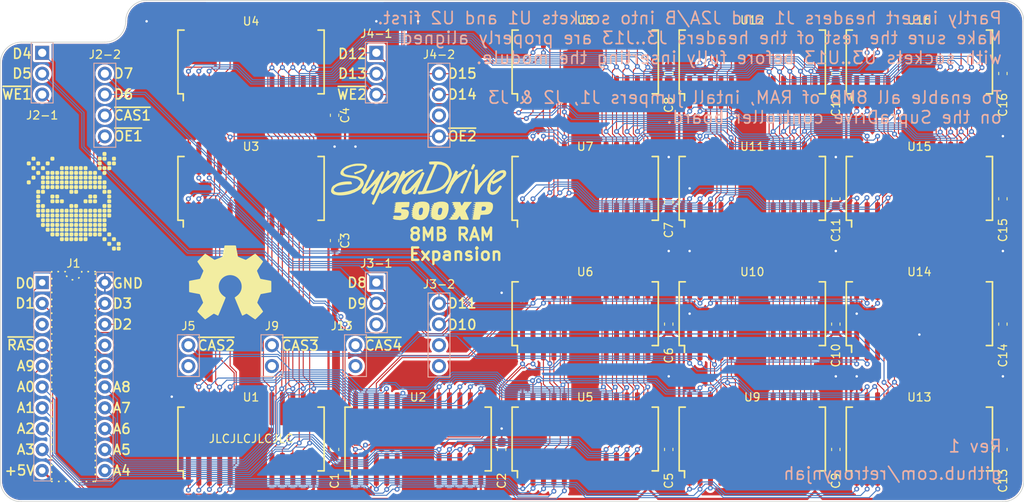
<source format=kicad_pcb>
(kicad_pcb (version 20221018) (generator pcbnew)
  (title_block (title "SupraDrive 500XP 8MB expansion") (date "2024-04-20") (rev "1") (company "retroninja"))
  (layers (0 "F.Cu" signal) (31 "B.Cu" signal) (34 "B.Paste" user) (35 "F.Paste" user) (36 "B.SilkS" user "B.Silkscreen") (37 "F.SilkS" user "F.Silkscreen") (38 "B.Mask" user) (39 "F.Mask" user) (44 "Edge.Cuts" user))
  (net 0 "")
  (net 1 "+5V")
  (net 2 "GND")
  (net 7 "/A0")
  (net 8 "/A1")
  (net 9 "/A2")
  (net 10 "/A3")
  (net 11 "/A4")
  (net 12 "/A5")
  (net 13 "/A6")
  (net 14 "/A7")
  (net 15 "/A8")
  (net 16 "/A9")
  (net 17 "/D0")
  (net 18 "/D1")
  (net 19 "/D2")
  (net 20 "/D3")
  (net 21 "/D4")
  (net 22 "/D5")
  (net 23 "/D6")
  (net 24 "/D7")
  (net 25 "/~{CAS1}")
  (net 26 "/~{CAS2}")
  (net 27 "/~{CAS3}")
  (net 28 "/~{CAS4}")
  (net 29 "/~{OE1}")
  (net 30 "/~{WE1}")
  (net 31 "/~{OE2}")
  (net 32 "/~{WE2}")
  (net 33 "/D8")
  (net 34 "/D9")
  (net 35 "/D10")
  (net 36 "/D12")
  (net 37 "/D13")
  (net 38 "/D14")
  (net 39 "/D15")
  (net 40 "/~{RAS}")
  (net 47 "/D11")
  (footprint "SOJ-20-26_300mil:SOJ-20-26_300mil" (layer "F.Cu") (at 213.36 109.22 90)
    (fp_text reference "U14")
    (fp_text value "HM514400_SOJ")
  )
  (footprint "SOJ-20-26_300mil:SOJ-20-26_300mil" (layer "F.Cu") (at 172.72 78.605 90)
    (fp_text reference "U8")
    (fp_text value "HM514400_SOJ")
  )
  (footprint "Capacitor_SMD:C_0603_1608Metric_Pad1.08x0.95mm_HandSolder" (layer "F.Cu") (at 142.24 125.73 90)
    (fp_text reference "C1")
    (fp_text value "100n")
  )
  (footprint "SOJ-20-26_300mil:SOJ-20-26_300mil" (layer "F.Cu") (at 172.72 109.22 90)
    (fp_text reference "U6")
    (fp_text value "HM514400_SOJ")
  )
  (footprint "headers:PinHeader_1x04_P2.54mm_Down" (layer "F.Cu") (at 154.94 107.972829)
    (fp_text reference "J3-2")
    (fp_text value "Conn_01x04")
  )
  (footprint "headers:PinHeader_1x03_P2.54mm_Down_Pin1" (layer "F.Cu") (at 106.68 77.492829)
    (fp_text reference "J2-1")
    (fp_text value "Conn_01x03")
  )
  (footprint "SOJ-20-26_300mil:SOJ-20-26_300mil" (layer "F.Cu") (at 132.08 124.46 90)
    (fp_text reference "U1")
    (fp_text value "HM514400_SOJ")
  )
  (footprint "LOGO" (layer "F.Cu") (at 110.515967 95.543656)
    (fp_text reference "G***" hide)
    (fp_text value "LOGO" hide)
  )
  (footprint "SOJ-20-26_300mil:SOJ-20-26_300mil" (layer "F.Cu") (at 213.36 93.98 90)
    (fp_text reference "U15")
    (fp_text value "HM514400_SOJ")
  )
  (footprint "Capacitor_SMD:C_0603_1608Metric_Pad1.08x0.95mm_HandSolder" (layer "F.Cu") (at 182.88 80.01 90)
    (fp_text reference "C8")
    (fp_text value "100n")
  )
  (footprint "SOJ-20-26_300mil:SOJ-20-26_300mil" (layer "F.Cu") (at 132.08 78.605 90)
    (fp_text reference "U4")
    (fp_text value "HM514400_SOJ")
  )
  (footprint "SOJ-20-26_300mil:SOJ-20-26_300mil" (layer "F.Cu") (at 213.36 78.605 90)
    (fp_text reference "U16")
    (fp_text value "HM514400_SOJ")
  )
  (footprint "headers:PinHeader_1x02_P2.54mm_Down" (layer "F.Cu") (at 134.62 113.052829)
    (fp_text reference "J9")
    (fp_text value "Conn_01x02")
  )
  (footprint "Capacitor_SMD:C_0603_1608Metric_Pad1.08x0.95mm_HandSolder" (layer "F.Cu") (at 142.24 100.33 -90)
    (fp_text reference "C3")
    (fp_text value "100n")
  )
  (footprint "Capacitor_SMD:C_0603_1608Metric_Pad1.08x0.95mm_HandSolder" (layer "F.Cu") (at 142.24 85.09 -90)
    (fp_text reference "C4")
    (fp_text value "100n")
  )
  (footprint "Capacitor_SMD:C_0603_1608Metric_Pad1.08x0.95mm_HandSolder" (layer "F.Cu") (at 203.2 95.25 90)
    (fp_text reference "C11")
    (fp_text value "100n")
  )
  (footprint "LOGO" (layer "F.Cu") (at 152.8 93.98)
    (fp_text reference "G***" hide)
    (fp_text value "LOGO" hide)
  )
  (footprint "SOJ-20-26_300mil:SOJ-20-26_300mil" (layer "F.Cu") (at 213.36 124.46 90)
    (fp_text reference "U13")
    (fp_text value "HM514400_SOJ")
  )
  (footprint "headers:DIP-20_W7.62mm_Down" (layer "F.Cu") (at 106.68 105.432829)
    (fp_text reference "J1")
    (fp_text value "DIP_20")
  )
  (footprint "Capacitor_SMD:C_0603_1608Metric_Pad1.08x0.95mm_HandSolder" (layer "F.Cu") (at 223.52 95.25 90)
    (fp_text reference "C15")
    (fp_text value "100n")
  )
  (footprint "SOJ-20-26_300mil:SOJ-20-26_300mil" (layer "F.Cu") (at 193.04 124.46 90)
    (fp_text reference "U9")
    (fp_text value "HM514400_SOJ")
  )
  (footprint "SOJ-20-26_300mil:SOJ-20-26_300mil" (layer "F.Cu") (at 152.4 124.46 90)
    (fp_text reference "U2")
    (fp_text value "HM514400_SOJ")
  )
  (footprint "Capacitor_SMD:C_0603_1608Metric_Pad1.08x0.95mm_HandSolder" (layer "F.Cu") (at 223.52 110.49 90)
    (fp_text reference "C14")
    (fp_text value "100n")
  )
  (footprint "LOGO" (layer "F.Cu") (at 129.54 105.41)
    (fp_text reference "G***" hide)
    (fp_text value "LOGO" hide)
  )
  (footprint "SOJ-20-26_300mil:SOJ-20-26_300mil" (layer "F.Cu") (at 193.04 93.98 90)
    (fp_text reference "U11")
    (fp_text value "HM514400_SOJ")
  )
  (footprint "headers:PinHeader_1x03_P2.54mm_Down_Pin1" (layer "F.Cu") (at 147.32 77.492829)
    (fp_text reference "J4-1")
    (fp_text value "Conn_01x03")
  )
  (footprint "Capacitor_SMD:C_0603_1608Metric_Pad1.08x0.95mm_HandSolder" (layer "F.Cu") (at 203.2 125.73 90)
    (fp_text reference "C9")
    (fp_text value "100n")
  )
  (footprint "Capacitor_SMD:C_0603_1608Metric_Pad1.08x0.95mm_HandSolder" (layer "F.Cu") (at 182.88 110.49 90)
    (fp_text reference "C6")
    (fp_text value "100n")
  )
  (footprint "Capacitor_SMD:C_0603_1608Metric_Pad1.08x0.95mm_HandSolder" (layer "F.Cu") (at 182.88 125.73 90)
    (fp_text reference "C5")
    (fp_text value "100n")
  )
  (footprint "Capacitor_SMD:C_0603_1608Metric_Pad1.08x0.95mm_HandSolder" (layer "F.Cu") (at 203.2 80.01 90)
    (fp_text reference "C12")
    (fp_text value "100n")
  )
  (footprint "Capacitor_SMD:C_0603_1608Metric_Pad1.08x0.95mm_HandSolder" (layer "F.Cu") (at 162.56 125.73 90)
    (fp_text reference "C2")
    (fp_text value "100n")
  )
  (footprint "Capacitor_SMD:C_0603_1608Metric_Pad1.08x0.95mm_HandSolder" (layer "F.Cu") (at 223.52 125.73 90)
    (fp_text reference "C13")
    (fp_text value "100n")
  )
  (footprint "headers:PinHeader_1x04_P2.54mm_Down" (layer "F.Cu") (at 154.94 80.032829)
    (fp_text reference "J4-2")
    (fp_text value "Conn_01x04")
  )
  (footprint "SOJ-20-26_300mil:SOJ-20-26_300mil" (layer "F.Cu") (at 193.04 109.22 90)
    (fp_text reference "U10")
    (fp_text value "HM514400_SOJ")
  )
  (footprint "headers:PinHeader_1x02_P2.54mm_Down" (layer "F.Cu") (at 124.46 113.052829)
    (fp_text reference "J5")
    (fp_text value "Conn_01x02")
  )
  (footprint "Capacitor_SMD:C_0603_1608Metric_Pad1.08x0.95mm_HandSolder" (layer "F.Cu") (at 223.52 80.01 90)
    (fp_text reference "C16")
    (fp_text value "100n")
  )
  (footprint "Capacitor_SMD:C_0603_1608Metric_Pad1.08x0.95mm_HandSolder" (layer "F.Cu") (at 203.2 110.49 90)
    (fp_text reference "C10")
    (fp_text value "100n")
  )
  (footprint "SOJ-20-26_300mil:SOJ-20-26_300mil" (layer "F.Cu") (at 172.72 124.46 90)
    (fp_text reference "U5")
    (fp_text value "HM514400_SOJ")
  )
  (footprint "headers:PinHeader_1x02_P2.54mm_Down" (layer "F.Cu") (at 144.78 113.052829)
    (fp_text reference "J13")
    (fp_text value "Conn_01x02")
  )
  (footprint "headers:PinHeader_1x03_P2.54mm_Down_Pin1" (layer "F.Cu") (at 147.32 105.432829)
    (fp_text reference "J3-1")
    (fp_text value "Conn_01x03")
  )
  (footprint "Capacitor_SMD:C_0603_1608Metric_Pad1.08x0.95mm_HandSolder" (layer "F.Cu") (at 182.88 95.6575 90)
    (fp_text reference "C7")
    (fp_text value "100n")
  )
  (footprint "headers:PinHeader_1x04_P2.54mm_Down" (layer "F.Cu") (at 114.3 80.032829)
    (fp_text reference "J2-2")
    (fp_text value "Conn_01x04" hide)
  )
  (footprint "SOJ-20-26_300mil:SOJ-20-26_300mil" (layer "F.Cu") (at 193.04 78.605 90)
    (fp_text reference "U12")
    (fp_text value "HM514400_SOJ")
  )
  (footprint "SOJ-20-26_300mil:SOJ-20-26_300mil" (layer "F.Cu") (at 132.08 93.98 90)
    (fp_text reference "U3")
    (fp_text value "HM514400_SOJ")
  )
  (footprint "SOJ-20-26_300mil:SOJ-20-26_300mil" (layer "F.Cu") (at 172.72 93.98 90)
    (fp_text reference "U7")
    (fp_text value "HM514400_SOJ")
  )
  (gr_arc (start 116.84 73.66) (mid 116.096051 75.456051) (end 114.3 76.2) (stroke (width 0.1)) (layer "Edge.Cuts"))
  (gr_arc (start 223.52 71.12) (mid 225.316051 71.863949) (end 226.06 73.66) (stroke (width 0.1)) (layer "Edge.Cuts"))
  (gr_arc (start 226.06 129.54) (mid 225.316051 131.336051) (end 223.52 132.08) (stroke (width 0.1)) (layer "Edge.Cuts"))
  (gr_line (start 114.3 76.2) (end 104.14 76.2) (stroke (width 0.1)) (layer "Edge.Cuts"))
  (gr_line (start 119.38 71.12) (end 223.52 71.12) (stroke (width 0.1)) (layer "Edge.Cuts"))
  (gr_line (start 101.6 78.74) (end 101.6 129.54) (stroke (width 0.1)) (layer "Edge.Cuts"))
  (gr_arc (start 104.14 132.08) (mid 102.343949 131.336051) (end 101.6 129.54) (stroke (width 0.1)) (layer "Edge.Cuts"))
  (gr_arc (start 101.6 78.74) (mid 102.343949 76.943949) (end 104.14 76.2) (stroke (width 0.1)) (layer "Edge.Cuts"))
  (gr_line (start 104.14 132.08) (end 223.52 132.08) (stroke (width 0.1)) (layer "Edge.Cuts"))
  (gr_line (start 226.06 129.54) (end 226.06 73.66) (stroke (width 0.1)) (layer "Edge.Cuts"))
  (gr_arc (start 116.84 73.66) (mid 117.583949 71.863949) (end 119.38 71.12) (stroke (width 0.1)) (layer "Edge.Cuts"))
  (gr_text "Rev 1" (at 223.52 124.46) (layer "B.SilkS") (effects (font (size 1.5 1.5) (thickness 0.2)) (justify left top mirror)))
  (gr_text "github.com/retronynjah" (at 223.52 129.54) (layer "B.SilkS") (effects (font (size 1.5 1.5) (thickness 0.2)) (justify left bottom mirror)))
  (gr_text "Partly insert headers J1 and J2A/B into sockets U1 and U2 first.\nMake sure the rest of the headers J3..J13 are properly aligned \nwith sockets U3..U13 before fully inserting the module.\n\nTo enable all 8MB of RAM, intall jumpers J1, J2 & J3 \non the SupraDrive controller board." (at 223.52 72.39) (layer "B.SilkS") (effects (font (size 1.5 1.5) (thickness 0.2)) (justify left top mirror)))
  (gr_text "~{CAS2}" (at 125.465285 113.781117) (layer "F.SilkS") (effects (font (size 1.2 1.2) (thickness 0.2)) (justify left bottom)))
  (gr_text "D4" (at 105.53623 77.610464) (layer "F.SilkS") (effects (font (size 1.2 1.2) (thickness 0.2)) (justify right)))
  (gr_text "A0" (at 105.90633 118.1228) (layer "F.SilkS") (effects (font (size 1.2 1.2) (thickness 0.2)) (justify right)))
  (gr_text "D13\n" (at 146.290337 80.0228) (layer "F.SilkS") (effects (font (size 1.2 1.2) (thickness 0.2)) (justify right)))
  (gr_text "D5" (at 105.53623 80.013935) (layer "F.SilkS") (effects (font (size 1.2 1.2) (thickness 0.2)) (justify right)))
  (gr_text "~{RAS}" (at 105.90633 113.0428) (layer "F.SilkS") (effects (font (size 1.2 1.2) (thickness 0.2)) (justify right)))
  (gr_text "A8" (at 115.139406 118.148083) (layer "F.SilkS") (effects (font (size 1.2 1.2) (thickness 0.2)) (justify left)))
  (gr_text "~{CAS1}" (at 115.265639 85.1028) (layer "F.SilkS") (effects (font (size 1.2 1.2) (thickness 0.2)) (justify left)))
  (gr_text "+5V" (at 105.90633 128.2828) (layer "F.SilkS") (effects (font (size 1.2 1.2) (thickness 0.2)) (justify right)))
  (gr_text "A2" (at 105.90633 123.2028) (layer "F.SilkS") (effects (font (size 1.2 1.2) (thickness 0.2)) (justify right)))
  (gr_text "~{OE1}" (at 115.265639 87.635664) (layer "F.SilkS") (effects (font (size 1.2 1.2) (thickness 0.2)) (justify left)))
  (gr_text "D3" (at 115.139406 107.988083) (layer "F.SilkS") (effects (font (size 1.2 1.2) (thickness 0.2)) (justify left)))
  (gr_text "A5" (at 115.139406 125.768083) (layer "F.SilkS") (effects (font (size 1.2 1.2) (thickness 0.2)) (justify left)))
  (gr_text "D1" (at 105.90633 107.9628) (layer "F.SilkS") (effects (font (size 1.2 1.2) (thickness 0.2)) (justify right)))
  (gr_text "A6" (at 115.139406 123.228083) (layer "F.SilkS") (effects (font (size 1.2 1.2) (thickness 0.2)) (justify left)))
  (gr_text "D15\n" (at 155.896519 80.017136) (layer "F.SilkS") (effects (font (size 1.2 1.2) (thickness 0.2)) (justify left)))
  (gr_text "A9" (at 105.90633 115.5828) (layer "F.SilkS") (effects (font (size 1.2 1.2) (thickness 0.2)) (justify right)))
  (gr_text "~{WE1}" (at 105.53623 82.553935) (layer "F.SilkS") (effects (font (size 1.2 1.2) (thickness 0.2)) (justify right)))
  (gr_text "D0" (at 105.90633 105.530886) (layer "F.SilkS") (effects (font (size 1.2 1.2) (thickness 0.2)) (justify right)))
  (gr_text "D2" (at 115.139406 110.528083) (layer "F.SilkS") (effects (font (size 1.2 1.2) (thickness 0.2)) (justify left)))
  (gr_text "~{OE2}" (at 155.896519 87.6428) (layer "F.SilkS") (effects (font (size 1.2 1.2) (thickness 0.2)) (justify left)))
  (gr_text "D6\n" (at 115.265639 82.55) (layer "F.SilkS") (effects (font (size 1.2 1.2) (thickness 0.2)) (justify left)))
  (gr_text "~{WE2}" (at 146.290337 82.5628) (layer "F.SilkS") (effects (font (size 1.2 1.2) (thickness 0.2)) (justify right)))
  (gr_text "8MB RAM\nExpansion" (at 151.13 102.87) (layer "F.SilkS") (effects (font (size 1.5 1.5) (thickness 0.3) bold) (justify left bottom)))
  (gr_text "D10" (at 155.88644 110.560398) (layer "F.SilkS") (effects (font (size 1.2 1.2) (thickness 0.2) bold) (justify left)))
  (gr_text "~{CAS3}" (at 135.660228 113.800316) (layer "F.SilkS") (effects (font (size 1.2 1.2) (thickness 0.2)) (justify left bottom)))
  (gr_text "~{CAS4}" (at 145.787974 113.785917) (layer "F.SilkS") (effects (font (size 1.2 1.2) (thickness 0.2)) (justify left bottom)))
  (gr_text "A1" (at 105.90633 120.6628) (layer "F.SilkS") (effects (font (size 1.2 1.2) (thickness 0.2)) (justify right)))
  (gr_text "D14\n" (at 155.896519 82.557136) (layer "F.SilkS") (effects (font (size 1.2 1.2) (thickness 0.2)) (justify left)))
  (gr_text "A3" (at 105.90633 125.7428) (layer "F.SilkS") (effects (font (size 1.2 1.2) (thickness 0.2)) (justify right)))
  (gr_text "A4" (at 115.139406 128.308083) (layer "F.SilkS") (effects (font (size 1.2 1.2) (thickness 0.2)) (justify left)))
  (gr_text "GND" (at 115.139406 105.530886) (layer "F.SilkS") (effects (font (size 1.2 1.2) (thickness 0.2)) (justify left)))
  (gr_text "D8" (at 146.277562 105.448399) (layer "F.SilkS") (effects (font (size 1.2 1.2) (thickness 0.2)) (justify right)))
  (gr_text "JLCJLCJLCJLC" (at 132.090703 124.427264) (layer "F.SilkS") (effects (font (size 1 1))))
  (gr_text "D11" (at 155.88644 107.9628) (layer "F.SilkS") (effects (font (size 1.2 1.2) (thickness 0.2) bold) (justify left)))
  (gr_text "D9" (at 146.277562 107.988399) (layer "F.SilkS") (effects (font (size 1.2 1.2) (thickness 0.2)) (justify right)))
  (gr_text "D12\n" (at 146.290337 77.619329) (layer "F.SilkS") (effects (font (size 1.2 1.2) (thickness 0.2)) (justify right)))
  (gr_text "D7" (at 115.265639 80.01) (layer "F.SilkS") (effects (font (size 1.2 1.2) (thickness 0.2)) (justify left)))
  (gr_text "A7" (at 115.139406 120.688083) (layer "F.SilkS") (effects (font (size 1.2 1.2) (thickness 0.2)) (justify left)))
  (segment (start 200.66 82.28) (end 201.7925 82.28) (width 0.265) (layer "F.Cu") (net 1))
  (segment (start 141.6475 84.2275) (end 139.7 82.28) (width 0.265) (layer "F.Cu") (net 1))
  (segment (start 204.47 125.3225) (end 204.47 112.6225) (width 0.265) (layer "F.Cu") (net 1))
  (segment (start 224.79 125.3225) (end 224.79 112.6225) (width 0.265) (layer "F.Cu") (net 1))
  (segment (start 220.98 112.895) (end 221.9775 112.895) (width 0.265) (layer "F.Cu") (net 1))
  (segment (start 182.88 111.3525) (end 184.15 110.0825) (width 0.265) (layer "F.Cu") (net 1))
  (segment (start 201.6575 97.655) (end 203.2 96.1125) (width 0.265) (layer "F.Cu") (net 1))
  (segment (start 181.745 97.655) (end 182.88 96.52) (width 0.265) (layer "F.Cu") (net 1))
  (segment (start 180.34 128.135) (end 181.8825 126.5925) (width 0.265) (layer "F.Cu") (net 1))
  (segment (start 220.98 130.4775) (end 220.98 128.135) (width 0.265) (layer "F.Cu") (net 1))
  (segment (start 224.79 82.1425) (end 223.52 80.8725) (width 0.265) (layer "F.Cu") (net 1))
  (segment (start 181.8825 126.5925) (end 182.88 126.5925) (width 0.265) (layer "F.Cu") (net 1))
  (segment (start 142.24 84.2275) (end 141.6475 84.2275) (width 0.265) (layer "F.Cu") (net 1))
  (segment (start 200.66 112.895) (end 201.6575 112.895) (width 0.265) (layer "F.Cu") (net 1))
  (segment (start 224.79 112.6225) (end 223.52 111.3525) (width 0.265) (layer "F.Cu") (net 1))
  (segment (start 184.15 97.79) (end 182.88 96.52) (width 0.265) (layer "F.Cu") (net 1))
  (segment (start 143.51 94.5725) (end 143.51 85.4975) (width 0.265) (layer "F.Cu") (net 1))
  (segment (start 139.7 130.4775) (end 139.7 130.81) (width 0.265) (layer "F.Cu") (net 1))
  (segment (start 160.9575 131.7475) (end 179.07 131.7475) (width 0.265) (layer "F.Cu") (net 1))
  (segment (start 223.52 111.3525) (end 224.79 110.0825) (width 0.265) (layer "F.Cu") (net 1))
  (segment (start 184.15 112.6225) (end 182.88 111.3525) (width 0.265) (layer "F.Cu") (net 1))
  (segment (start 204.47 110.0825) (end 204.47 97.3825) (width 0.265) (layer "F.Cu") (net 1))
  (segment (start 180.34 130.4775) (end 180.34 128.135) (width 0.265) (layer "F.Cu") (net 1))
  (segment (start 181.4725 82.28) (end 182.88 80.8725) (width 0.265) (layer "F.Cu") (net 1))
  (segment (start 142.24 99.4675) (end 140.4275 97.655) (width 0.265) (layer "F.Cu") (net 1))
  (segment (start 184.15 95.25) (end 184.15 82.1425) (width 0.265) (layer "F.Cu") (net 1))
  (segment (start 203.2 96.1125) (end 204.47 94.8425) (width 0.265) (layer "F.Cu") (net 1))
  (segment (start 141.5061 125.8586) (end 141.5061 100.2014) (width 0.265) (layer "F.Cu") (net 1))
  (segment (start 143.51 85.4975) (end 142.24 84.2275) (width 0.265) (layer "F.Cu") (net 1))
  (segment (start 138.43 131.7475) (end 139.7 130.4775) (width 0.265) (layer "F.Cu") (net 1))
  (segment (start 220.98 97.655) (end 221.9775 97.655) (width 0.265) (layer "F.Cu") (net 1))
  (segment (start 139.7 130.4775) (end 139.7 128.135) (width 0.265) (layer "F.Cu") (net 1))
  (segment (start 159.0825 131.7475) (end 160.02 130.81) (width 0.265) (layer "F.Cu") (net 1))
  (segment (start 222.1125 82.28) (end 223.52 80.8725) (width 0.265) (layer "F.Cu") (net 1))
  (segment (start 106.68 128.292829) (end 109.197171 130.81) (width 0.265) (layer "F.Cu") (net 1))
  (segment (start 200.66 130.81) (end 201.5975 131.7475) (width 0.265) (layer "F.Cu") (net 1))
  (segment (start 109.197171 130.81) (end 109.22 130.81) (width 0.265) (layer "F.Cu") (net 1))
  (segment (start 141.5061 100.2014) (end 142.24 99.4675) (width 0.265) (layer "F.Cu") (net 1))
  (segment (start 201.5975 131.7475) (end 219.71 131.7475) (width 0.265) (layer "F.Cu") (net 1))
  (segment (start 160.02 130.81) (end 160.9575 131.7475) (width 0.265) (layer "F.Cu") (net 1))
  (segment (start 140.6375 131.7475) (end 159.0825 131.7475) (width 0.265) (layer "F.Cu") (net 1))
  (segment (start 109.22 130.81) (end 110.1575 131.7475) (width 0.265) (layer "F.Cu") (net 1))
  (segment (start 180.34 97.655) (end 181.745 97.655) (width 0.265) (layer "F.Cu") (net 1))
  (segment (start 140.4275 97.655) (end 143.51 94.5725) (width 0.265) (layer "F.Cu") (net 1))
  (segment (start 179.07 131.7475) (end 180.34 130.4775) (width 0.265) (layer "F.Cu") (net 1))
  (segment (start 182.88 126.5925) (end 184.15 125.3225) (width 0.265) (layer "F.Cu") (net 1))
  (segment (start 180.34 112.895) (end 181.3375 112.895) (width 0.265) (layer "F.Cu") (net 1))
  (segment (start 203.2 126.5925) (end 204.47 125.3225) (width 0.265) (layer "F.Cu") (net 1))
  (segment (start 201.6575 112.895) (end 203.2 111.3525) (width 0.265) (layer "F.Cu") (net 1))
  (segment (start 139.7 130.81) (end 140.6375 131.7475) (width 0.265) (layer "F.Cu") (net 1))
  (segment (start 223.52 96.1125) (end 224.79 94.8425) (width 0.265) (layer "F.Cu") (net 1))
  (segment (start 184.15 125.3225) (end 184.15 112.6225) (width 0.265) (layer "F.Cu") (net 1))
  (segment (start 204.47 82.1425) (end 203.2 80.8725) (width 0.265) (layer "F.Cu") (net 1))
  (segment (start 160.02 128.135) (end 161.0175 128.135) (width 0.265) (layer "F.Cu") (net 1))
  (segment (start 140.6975 128.135) (end 142.24 126.5925) (width 0.265) (layer "F.Cu") (net 1))
  (segment (start 204.47 97.3825) (end 203.2 96.1125) (width 0.265) (layer "F.Cu") (net 1))
  (segment (start 182.88 96.52) (end 184.15 95.25) (width 0.265) (layer "F.Cu") (net 1))
  (segment (start 200.66 130.81) (end 200.66 128.135) (width 0.265) (layer "F.Cu") (net 1))
  (segment (start 200.66 128.135) (end 201.6575 128.135) (width 0.265) (layer "F.Cu") (net 1))
  (segment (start 140.4275 97.655) (end 139.7 97.655) (width 0.265) (layer "F.Cu") (net 1))
  (segment (start 220.98 82.28) (end 222.1125 82.28) (width 0.265) (layer "F.Cu") (net 1))
  (segment (start 180.34 82.28) (end 181.4725 82.28) (width 0.265) (layer "F.Cu") (net 1))
  (segment (start 203.2 111.3525) (end 204.47 110.0825) (width 0.265) (layer "F.Cu") (net 1))
  (segment (start 219.71 131.7475) (end 220.98 130.4775) (width 0.265) (layer "F.Cu") (net 1))
  (segment (start 221.9775 112.895) (end 223.52 111.3525) (width 0.265) (layer "F.Cu") (net 1))
  (segment (start 184.15 110.0825) (end 184.15 97.79) (width 0.265) (layer "F.Cu") (net 1))
  (segment (start 224.79 97.3825) (end 223.52 96.1125) (width 0.265) (layer "F.Cu") (net 1))
  (segment (start 142.24 126.5925) (end 141.5061 125.8586) (width 0.265) (layer "F.Cu") (net 1))
  (segment (start 224.79 110.0825) (end 224.79 97.3825) (width 0.265) (layer "F.Cu") (net 1))
  (segment (start 181.61 131.7475) (end 199.7225 131.7475) (width 0.265) (layer "F.Cu") (net 1))
  (segment (start 181.3375 112.895) (end 182.88 111.3525) (width 0.265) (layer "F.Cu") (net 1))
  (segment (start 184.15 82.1425) (end 182.88 80.8725) (width 0.265) (layer "F.Cu") (net 1))
  (segment (start 201.6575 128.135) (end 203.2 126.5925) (width 0.265) (layer "F.Cu") (net 1))
  (segment (start 221.9775 128.135) (end 223.52 126.5925) (width 0.265) (layer "F.Cu") (net 1))
  (segment (start 223.52 126.5925) (end 224.79 125.3225) (width 0.265) (layer "F.Cu") (net 1))
  (segment (start 201.7925 82.28) (end 203.2 80.8725) (width 0.265) (layer "F.Cu") (net 1))
  (segment (start 204.47 94.8425) (end 204.47 82.1425) (width 0.265) (layer "F.Cu") (net 1))
  (segment (start 160.02 130.81) (end 160.02 128.135) (width 0.265) (layer "F.Cu") (net 1))
  (segment (start 200.66 97.655) (end 201.6575 97.655) (width 0.265) (layer "F.Cu") (net 1))
  (segment (start 161.0175 128.135) (end 162.56 126.5925) (width 0.265) (layer "F.Cu") (net 1))
  (segment (start 199.7225 131.7475) (end 200.66 130.81) (width 0.265) (layer "F.Cu") (net 1))
  (segment (start 139.7 128.135) (end 140.6975 128.135) (width 0.265) (layer "F.Cu") (net 1))
  (segment (start 224.79 94.8425) (end 224.79 82.1425) (width 0.265) (layer "F.Cu") (net 1))
  (segment (start 220.98 128.135) (end 221.9775 128.135) (width 0.265) (layer "F.Cu") (net 1))
  (segment (start 180.34 130.4775) (end 181.61 131.7475) (width 0.265) (layer "F.Cu") (net 1))
  (segment (start 110.1575 131.7475) (end 138.43 131.7475) (width 0.265) (layer "F.Cu") (net 1))
  (segment (start 204.47 112.6225) (end 203.2 111.3525) (width 0.265) (layer "F.Cu") (net 1))
  (segment (start 221.9775 97.655) (end 223.52 96.1125) (width 0.265) (layer "F.Cu") (net 1))
  (via (at 122.439388 119.315848) (size 0.6) (drill 0.3) (layers "F.Cu" "B.Cu") (net 2))
  (via (at 147.32 73.66) (size 0.6) (drill 0.3) (layers "F.Cu" "B.Cu") (net 2))
  (via (at 185.42 93.98) (size 0.6) (drill 0.3) (layers "F.Cu" "B.Cu") (net 2))
  (via (at 223.52 101.6) (size 0.6) (drill 0.3) (layers "F.Cu" "B.Cu") (net 2))
  (via (at 162.56 106.68) (size 0.6) (drill 0.3) (layers "F.Cu" "B.Cu") (net 2))
  (via (at 162.56 123.19) (size 0.6) (drill 0.3) (layers "F.Cu" "B.Cu") (net 2))
  (via (at 203.2 101.6) (size 0.6) (drill 0.3) (layers "F.Cu" "B.Cu") (net 2))
  (via (at 223.52 87.63) (size 0.6) (drill 0.3) (layers "F.Cu" "B.Cu") (net 2))
  (via (at 203.2 90.17) (size 0.6) (drill 0.3) (layers "F.Cu" "B.Cu") (net 2))
  (via (at 182.88 90.17) (size 0.6) (drill 0.3) (layers "F.Cu" "B.Cu") (net 2))
  (via (at 142.24 88.9) (size 0.6) (drill 0.3) (layers "F.Cu" "B.Cu") (net 2))
  (via (at 203.2 116.84) (size 0.6) (drill 0.3) (layers "F.Cu" "B.Cu") (net 2))
  (via (at 152.4 73.66) (size 0.6) (drill 0.3) (layers "F.Cu" "B.Cu") (net 2))
  (via (at 185.42 101.6) (size 0.6) (drill 0.3) (layers "F.Cu" "B.Cu") (net 2))
  (via (at 213.36 111.76) (size 0.6) (drill 0.3) (layers "F.Cu" "B.Cu") (net 2))
  (via (at 205.74 109.22) (size 0.6) (drill 0.3) (layers "F.Cu" "B.Cu") (net 2))
  (via (at 182.88 116.84) (size 0.6) (drill 0.3) (layers "F.Cu" "B.Cu") (net 2))
  (via (at 144.78 88.9) (size 0.6) (drill 0.3) (layers "F.Cu" "B.Cu") (net 2))
  (via (at 205.74 116.84) (size 0.6) (drill 0.3) (layers "F.Cu" "B.Cu") (net 2))
  (via (at 223.52 116.84) (size 0.6) (drill 0.3) (layers "F.Cu" "B.Cu") (net 2))
  (via (at 119.38 73.66) (size 0.6) (drill 0.3) (layers "F.Cu" "B.Cu") (net 2))
  (via (at 185.42 109.22) (size 0.6) (drill 0.3) (layers "F.Cu" "B.Cu") (net 2))
  (via (at 182.88 101.6) (size 0.6) (drill 0.3) (layers "F.Cu" "B.Cu") (net 2))
  (segment (start 134.62 97.655) (end 134.62 110.7434) (width 0.127) (layer "F.Cu") (net 7))
  (segment (start 216.6801 124.9499) (end 215.9 125.73) (width 0.127) (layer "F.Cu") (net 7))
  (segment (start 175.26 82.28) (end 175.26 87.066782) (width 0.127) (layer "F.Cu") (net 7))
  (segment (start 195.58 125.73) (end 195.58 128.135) (width 0.127) (layer "F.Cu") (net 7))
  (segment (start 215.9 87.120845) (end 216.6801 87.900945) (width 0.127) (layer "F.Cu") (net 7))
  (segment (start 215.9 125.73) (end 215.9 128.135) (width 0.127) (layer "F.Cu") (net 7))
  (segment (start 216.6801 109.7099) (end 215.9 110.49) (width 0.127) (layer "F.Cu") (net 7))
  (segment (start 175.5134 94.9966) (end 175.26 95.25) (width 0.127) (layer "F.Cu") (net 7))
  (segment (start 135.4001 87.855447) (end 135.4001 94.437177) (width 0.127) (layer "F.Cu") (net 7))
  (segment (start 216.6801 103.121047) (end 216.6801 109.7099) (width 0.127) (layer "F.Cu") (net 7))
  (segment (start 216.6801 94.4699) (end 215.9 95.25) (width 0.127) (layer "F.Cu") (net 7))
  (segment (start 176.0401 94.46703) (end 175.5134 94.99373) (width 0.127) (layer "F.Cu") (net 7))
  (segment (start 196.3601 87.851586) (end 196.3601 94.499823) (width 0.127) (layer "F.Cu") (net 7))
  (segment (start 215.9 95.25) (end 215.9 97.655) (width 0.127) (layer "F.Cu") (net 7))
  (segment (start 196.3601 109.683932) (end 195.58 110.464032) (width 0.127) (layer "F.Cu") (net 7))
  (segment (start 215.9 117.489951) (end 216.6801 118.270051) (width 0.127) (layer "F.Cu") (net 7))
  (segment (start 175.5134 94.99373) (end 175.5134 94.9966) (width 0.127) (layer "F.Cu") (net 7))
  (segment (start 134.62 87.075347) (end 135.4001 87.855447) (width 0.127) (layer "F.Cu") (net 7))
  (segment (start 195.58 117.502383) (end 196.3601 118.282483) (width 0.127) (layer "F.Cu") (net 7))
  (segment (start 135.801322 116.009932) (end 135.1099 116.701354) (width 0.127) (layer "F.Cu") (net 7))
  (segment (start 175.26 112.895) (end 175.26 117.727) (width 0.127) (layer "F.Cu") (net 7))
  (segment (start 135.4001 124.9499) (end 134.62 125.73) (width 0.127) (layer "F.Cu") (net 7))
  (segment (start 196.3601 94.499823) (end 195.58 95.279923) (width 0.127) (layer "F.Cu") (net 7))
  (segment (start 135.1099 124.6597) (end 135.4001 124.9499) (width 0.127) (layer "F.Cu") (net 7))
  (segment (start 196.3601 103.115308) (end 196.3601 109.683932) (width 0.127) (layer "F.Cu") (net 7))
  (segment (start 176.0401 109.699196) (end 175.26 110.479296) (width 0.127) (layer "F.Cu") (net 7))
  (segment (start 134.62 125.73) (end 134.62 128.135) (width 0.127) (layer "F.Cu") (net 7))
  (segment (start 215.9 110.49) (end 215.9 112.895) (width 0.127) (layer "F.Cu") (net 7))
  (segment (start 135.4001 94.437177) (end 134.62 95.217277) (width 0.127) (layer "F.Cu") (net 7))
  (segment (start 176.0401 87.846882) (end 176.0401 94.46703) (width 0.127) (layer "F.Cu") (net 7))
  (segment (start 215.9 102.340947) (end 216.6801 103.121047) (width 0.127) (layer "F.Cu") (net 7))
  (segment (start 195.58 95.279923) (end 195.58 97.655) (width 0.127) (layer "F.Cu") (net 7))
  (segment (start 176.0401 118.50611) (end 176.0401 124.9499) (width 0.127) (layer "F.Cu") (net 7))
  (segment (start 195.58 110.464032) (end 195.58 112.895) (width 0.127) (layer "F.Cu") (net 7))
  (segment (start 135.801322 111.924722) (end 135.801322 116.009932) (width 0.127) (layer "F.Cu") (net 7))
  (segment (start 195.58 82.28) (end 195.58 87.071486) (width 0.127) (layer "F.Cu") (net 7))
  (segment (start 154.94 128.135) (end 154.94 125.73) (width 0.127) (layer "F.Cu") (net 7))
  (segment (start 195.58 112.895) (end 195.58 117.502383) (width 0.127) (layer "F.Cu") (net 7))
  (segment (start 196.3601 118.282483) (end 196.3601 124.9499) (width 0.127) (layer "F.Cu") (net 7))
  (segment (start 134.62 110.7434) (end 135.801322 111.924722) (width 0.127) (layer "F.Cu") (net 7))
  (segment (start 175.26 110.479296) (end 175.26 112.895) (width 0.127) (layer "F.Cu") (net 7))
  (segment (start 195.58 87.071486) (end 196.3601 87.851586) (width 0.127) (layer "F.Cu") (net 7))
  (segment (start 175.26 125.73) (end 175.26 128.135) (width 0.127) (layer "F.Cu") (net 7))
  (segment (start 175.26 95.25) (end 175.26 97.655) (width 0.127) (layer "F.Cu") (net 7))
  (segment (start 175.26 117.727) (end 176.039605 118.506605) (width 0.127) (layer "F.Cu") (net 7))
  (segment (start 176.0401 103.084818) (end 176.0401 109.699196) (width 0.127) (layer "F.Cu") (net 7))
  (segment (start 134.62 95.217277) (end 134.62 97.655) (width 0.127) (layer "F.Cu") (net 7))
  (segment (start 196.3601 124.9499) (end 195.58 125.73) (width 0.127) (layer "F.Cu") (net 7))
  (segment (start 175.26 97.655) (end 175.26 102.304718) (width 0.127) (layer "F.Cu") (net 7))
  (segment (start 216.6801 118.270051) (end 216.6801 124.9499) (width 0.127) (layer "F.Cu") (net 7))
  (segment (start 215.9 112.895) (end 215.9 117.489951) (width 0.127) (layer "F.Cu") (net 7))
  (segment (start 195.58 97.655) (end 195.58 102.335208) (width 0.127) (layer "F.Cu") (net 7))
  (segment (start 135.1099 116.701354) (end 135.1099 124.6597) (width 0.127) (layer "F.Cu") (net 7))
  (segment (start 195.58 102.335208) (end 196.3601 103.115308) (width 0.127) (layer "F.Cu") (net 7))
  (segment (start 175.26 102.304718) (end 176.0401 103.084818) (width 0.127) (layer "F.Cu") (net 7))
  (segment (start 215.9 82.28) (end 215.9 87.120845) (width 0.127) (layer "F.Cu") (net 7))
  (segment (start 215.9 97.655) (end 215.9 102.340947) (width 0.127) (layer "F.Cu") (net 7))
  (segment (start 176.0401 124.9499) (end 175.26 125.73) (width 0.127) (layer "F.Cu") (net 7))
  (segment (start 175.26 87.066782) (end 176.0401 87.846882) (width 0.127) (layer "F.Cu") (net 7))
  (segment (start 134.62 82.28) (end 134.62 87.075347) (width 0.127) (layer "F.Cu") (net 7))
  (segment (start 216.6801 87.900945) (end 216.6801 94.4699) (width 0.127) (layer "F.Cu") (net 7))
  (via (at 135.4001 124.9499) (size 0.6) (drill 0.3) (layers "F.Cu" "B.Cu") (net 7))
  (via (at 154.94 125.73) (size 0.6) (drill 0.3) (layers "F.Cu" "B.Cu") (net 7))
  (via (at 175.26 87.066782) (size 0.6) (drill 0.3) (layers "F.Cu" "B.Cu") (net 7))
  (via (at 175.26 125.73) (size 0.6) (drill 0.3) (layers "F.Cu" "B.Cu") (net 7))
  (via (at 195.58 87.071486) (size 0.6) (drill 0.3) (layers "F.Cu" "B.Cu") (net 7))
  (via (at 215.9 87.120845) (size 0.6) (drill 0.3) (layers "F.Cu" "B.Cu") (net 7))
  (segment (start 156.1901 124.4799) (end 154.94 125.73) (width 0.127) (layer "B.Cu") (net 7))
  (segment (start 175.26 125.73) (end 175.017045 125.972955) (width 0.127) (layer "B.Cu") (net 7))
  (segment (start 108.2034 119.656229) (end 106.68 118.132829) (width 0.127) (layer "B.Cu") (net 7))
  (segment (start 196.625803 86.025683) (end 195.58 87.071486) (width 0.127) (layer "B.Cu") (net 7))
  (segment (start 195.58 87.071486) (end 195.274886 87.3766) (width 0.127) (layer "B.Cu") (net 7))
  (segment (start 131.607967 128.267) (end 115.72576 128.267) (width 0.127) (layer "B.Cu") (net 7))
  (segment (start 108.2034 126.201143) (end 108.2034 119.656229) (width 0.127) (layer "B.Cu") (net 7))
  (segment (start 215.9 87.120845) (end 215.644245 87.3766) (width 0.127) (layer "B.Cu") (net 7))
  (segment (start 135.4001 124.9499) (end 135.987449 124.9499) (width 0.127) (layer "B.Cu") (net 7))
  (segment (start 114.710031 129.282729) (end 111.284986 129.282729) (width 0.127) (layer "B.Cu") (net 7))
  (segment (start 191.836853 87.3766) (end 190.298298 85.838045) (width 0.127) (layer "B.Cu") (net 7))
  (segment (start 115.72576 128.267) (end 114.710031 129.282729) (width 0.127) (layer "B.Cu") (net 7))
  (segment (start 175.017045 125.972955) (end 173.391008 125.972955) (width 0.127) (layer "B.Cu") (net 7))
  (segment (start 136.1802 124.746976) (end 136.973976 123.9532) (width 0.127) (layer "B.Cu") (net 7))
  (segment (start 211.755683 86.025683) (end 196.625803 86.025683) (width 0.127) (layer "B.Cu") (net 7))
  (segment (start 213.1066 87.3766) (end 211.755683 86.025683) (width 0.127) (layer "B.Cu") (net 7))
  (segment (start 136.1802 124.757149) (end 136.1802 124.746976) (width 0.127) (layer "B.Cu") (net 7))
  (segment (start 190.298298 85.838045) (end 176.488737 85.838045) (width 0.127) (layer "B.Cu") (net 7))
  (segment (start 142.669748 127) (end 146.05 127) (width 0.127) (layer "B.Cu") (net 7))
  (segment (start 135.987449 124.9499) (end 136.1802 124.757149) (width 0.127) (layer "B.Cu") (net 7))
  (segment (start 146.05 127) (end 147.32 125.73) (width 0.127) (layer "B.Cu") (net 7))
  (segment (start 176.488737 85.838045) (end 175.26 87.066782) (width 0.127) (layer "B.Cu") (net 7))
  (segment (start 135.4001 124.9499) (end 134.925067 124.9499) (width 0.127) (layer "B.Cu") (net 7))
  (segment (start 136.973976 123.9532) (end 139.622948 123.9532) (width 0.127) (layer "B.Cu") (net 7))
  (segment (start 134.925067 124.9499) (end 131.607967 128.267) (width 0.127) (layer "B.Cu") (net 7))
  (segment (start 195.274886 87.3766) (end 191.836853 87.3766) (width 0.127) (layer "B.Cu") (net 7))
  (segment (start 215.644245 87.3766) (end 213.1066 87.3766) (width 0.127) (layer "B.Cu") (net 7))
  (segment (start 111.284986 129.282729) (end 108.2034 126.201143) (width 0.127) (layer "B.Cu") (net 7))
  (segment (start 139.622948 123.9532) (end 142.669748 127) (width 0.127) (layer "B.Cu") (net 7))
  (segment (start 147.32 125.73) (end 154.94 125.73) (width 0.127) (layer "B.Cu") (net 7))
  (segment (start 173.391008 125.972955) (end 171.897953 124.4799) (width 0.127) (layer "B.Cu") (net 7))
  (segment (start 171.897953 124.4799) (end 156.1901 124.4799) (width 0.127) (layer "B.Cu") (net 7))
  (segment (start 135.89 87.082446) (end 136.6701 87.862546) (width 0.127) (layer "F.Cu") (net 8))
  (segment (start 217.9501 94.4699) (end 217.17 95.25) (width 0.127) (layer "F.Cu") (net 8))
  (segment (start 196.85 112.895) (end 196.85 117.505215) (width 0.127) (layer "F.Cu") (net 8))
  (segment (start 196.85 125.73) (end 196.85 128.135) (width 0.127) (layer "F.Cu") (net 8))
  (segment (start 196.85 95.29629) (end 196.85 97.655) (width 0.127) (layer "F.Cu") (net 8))
  (segment (start 197.6301 109.709899) (end 196.85 110.489999) (width 0.127) (layer "F.Cu") (net 8))
  (segment (start 176.53 102.30755) (end 177.3101 103.08765) (width 0.127) (layer "F.Cu") (net 8))
  (segment (start 196.85 87.045518) (end 197.6301 87.825618) (width 0.127) (layer "F.Cu") (net 8))
  (segment (start 177.3101 87.84548) (end 177.3101 94.485531) (width 0.127) (layer "F.Cu") (net 8))
  (segment (start 217.9501 109.7099) (end 217.17 110.49) (width 0.127) (layer "F.Cu") (net 8))
  (segment (start 217.17 110.49) (end 217.17 112.895) (width 0.127) (layer "F.Cu") (net 8))
  (segment (start 177.3101 103.08765) (end 177.3101 109.715563) (width 0.127) (layer "F.Cu") (net 8))
  (segment (start 197.6301 124.9499) (end 196.85 125.73) (width 0.127) (layer "F.Cu") (net 8))
  (segment (start 196.85 102.381517) (end 197.6301 103.161617) (width 0.127) (layer "F.Cu") (net 8))
  (segment (start 177.3101 118.3786) (end 177.3101 124.9499) (width 0.127) (layer "F.Cu") (net 8))
  (segment (start 197.6301 103.161617) (end 197.6301 109.709899) (width 0.127) (layer "F.Cu") (net 8))
  (segment (start 136.6701 119.084409) (end 136.6701 124.9499) (width 0.127) (layer "F.Cu") (net 8))
  (segment (start 197.6301 87.825618) (end 197.6301 94.51619) (width 0.127) (layer "F.Cu") (net 8))
  (segment (start 176.53 112.895) (end 176.53 117.5985) (width 0.127) (layer "F.Cu") (net 8))
  (segment (start 176.53 87.06538) (end 177.3101 87.84548) (width 0.127) (layer "F.Cu") (net 8))
  (segment (start 217.17 95.25) (end 217.17 97.655) (width 0.127) (layer "F.Cu") (net 8))
  (segment (start 176.53 82.28) (end 176.53 87.06538) (width 0.127) (layer "F.Cu") (net 8))
  (segment (start 217.17 112.895) (end 217.17 117.467184) (width 0.127) (layer "F.Cu") (net 8))
  (segment (start 176.53 95.265631) (end 176.53 97.655) (width 0.127) (layer "F.Cu") (net 8))
  (segment (start 217.17 82.28) (end 217.17 87.115181) (width 0.127) (layer "F.Cu") (net 8))
  (segment (start 136.308122 111.714798) (end 136.308122 118.722431) (width 0.127) (layer "F.Cu") (net 8))
  (segment (start 177.3101 124.9499) (end 176.53 125.73) (width 0.127) (layer "F.Cu") (net 8))
  (segment (start 136.308122 118.722431) (end 136.6701 119.084409) (width 0.127) (layer "F.Cu") (net 8))
  (segment (start 177.3101 109.715563) (end 176.53 110.495663) (width 0.127) (layer "F.Cu") (net 8))
  (segment (start 135.89 111.296676) (end 136.308122 111.714798) (width 0.127) (layer "F.Cu") (net 8))
  (segment (start 176.53 117.5985) (end 177.3101 118.3786) (width 0.127) (layer "F.Cu") (net 8))
  (segment (start 197.6301 94.51619) (end 196.85 95.29629) (width 0.127) (layer "F.Cu") (net 8))
  (segment (start 196.85 97.655) (end 196.85 102.381517) (width 0.127) (layer "F.Cu") (net 8))
  (segment (start 217.17 97.655) (end 217.17 102.339512) (width 0.127) (layer "F.Cu") (net 8))
  (segment (start 196.85 82.28) (end 196.85 87.045518) (width 0.127) (layer "F.Cu") (net 8))
  (segment (start 217.9501 124.9499) (end 217.17 125.73) (width 0.127) (layer "F.Cu") (net 8))
  (segment (start 156.21 128.135) (end 156.21 125.73) (width 0.127) (layer "F.Cu") (net 8))
  (segment (start 177.3101 94.485531) (end 176.53 95.265631) (width 0.127) (layer "F.Cu") (net 8))
  (segment (start 196.85 110.489999) (end 196.85 112.895) (width 0.127) (layer "F.Cu") (net 8))
  (segment (start 135.89 95.25) (end 135.89 97.655) (width 0.127) (layer "F.Cu") (net 8))
  (segment (start 197.6301 118.285315) (end 197.6301 124.9499) (width 0.127) (layer "F.Cu") (net 8))
  (segment (start 217.17 102.339512) (end 217.9501 103.119612) (width 0.127) (layer "F.Cu") (net 8))
  (segment (start 217.9501 118.247284) (end 217.9501 124.9499) (width 0.127) (layer "F.Cu") (net 8))
  (segment (start 136.6701 87.862546) (end 136.6701 94.4699) (width 0.127) (layer "F.Cu") (net 8))
  (segment (start 176.53 125.73) (end 176.53 128.135) (width 0.127) (layer "F.Cu") (net 8))
  (segment (start 217.17 117.467184) (end 217.9501 118.247284) (width 0.127) (layer "F.Cu") (net 8))
  (segment (start 176.53 110.495663) (end 176.53 112.895) (width 0.127) (layer "F.Cu") (net 8))
  (segment (start 135.89 125.73) (end 135.89 128.135) (width 0.127) (layer "F.Cu") (net 8))
  (segment (start 176.53 97.655) (end 176.53 102.30755) (width 0.127) (layer "F.Cu") (net 8))
  (segment (start 135.89 82.28) (end 135.89 87.082446) (width 0.127) (layer "F.Cu") (net 8))
  (segment (start 136.6701 94.4699) (end 135.89 95.25) (width 0.127) (layer "F.Cu") (net 8))
  (segment (start 217.9501 87.895281) (end 217.9501 94.4699) (width 0.127) (layer "F.Cu") (net 8))
  (segment (start 217.17 87.115181) (end 217.9501 87.895281) (width 0.127) (layer "F.Cu") (net 8))
  (segment (start 217.17 125.73) (end 217.17 128.135) (width 0.127) (layer "F.Cu") (net 8))
  (segment (start 136.6701 124.9499) (end 135.89 125.73) (width 0.127) (layer "F.Cu") (net 8))
  (segment (start 196.85 117.505215) (end 197.6301 118.285315) (width 0.127) (layer "F.Cu") (net 8))
  (segment (start 217.9501 103.119612) (end 217.9501 109.7099) (width 0.127) (layer "F.Cu") (net 8))
  (segment (start 135.89 97.655) (end 135.89 111.296676) (width 0.127) (layer "F.Cu") (net 8))
  (via (at 217.17 87.115181) (size 0.6) (drill 0.3) (layers "F.Cu" "B.Cu") (net 8))
  (via (at 136.6701 124.9499) (size 0.6) (drill 0.3) (layers "F.Cu" "B.Cu") (net 8))
  (via (at 156.21 125.73) (size 0.6) (drill 0.3) (layers "F.Cu" "B.Cu") (net 8))
  (via (at 196.85 87.045518) (size 0.6) (drill 0.3) (layers "F.Cu" "B.Cu") (net 8))
  (via (at 176.53 125.73) (size 0.6) (drill 0.3) (layers "F.Cu" "B.Cu") (net 8))
  (via (at 176.53 87.06538) (size 0.6) (drill 0.3) (layers "F.Cu" "B.Cu") (net 8))
  (segment (start 142.564786 127.2534) (end 146.154962 127.2534) (width 0.127) (layer "B.Cu") (net 8))
  (segment (start 154.500576 125.9834) (end 154.737076 126.2199) (width 0.127) (layer "B.Cu") (net 8))
  (segment (start 176.033645 126.226355) (end 176.53 125.73) (width 0.127) (layer "B.Cu") (net 8))
  (segment (start 197.616435 86.279083) (end 211.650721 86.279083) (width 0.127) (layer "B.Cu") (net 8))
  (segment (start 156.21 125.73) (end 157.2067 124.7333) (width 0.127) (layer "B.Cu") (net 8))
  (segment (start 155.724378 126.2199) (end 156.21 125.734278) (width 0.127) (layer "B.Cu") (net 8))
  (segment (start 136.6701 124.9499) (end 137.4134 124.2066) (width 0.127) (layer "B.Cu") (net 8))
  (segment (start 196.85 87.045518) (end 197.616435 86.279083) (width 0.127) (layer "B.Cu") (net 8))
  (segment (start 115.830722 128.5204) (end 131.8296 128.5204) (width 0.127) (layer "B.Cu") (net 8))
  (segment (start 136.1802 125.4398) (end 136.6701 124.9499) (width 0.127) (layer "B.Cu") (net 8))
  (segment (start 156.21 125.734278) (end 156.21 125.73) (width 0.127) (layer "B.Cu") (net 8))
  (segment (start 107.95 126.306105) (end 111.180024 129.536129) (width 0.127) (layer "B.Cu") (net 8))
  (segment (start 131.8296 128.5204) (end 134.9102 125.4398) (width 0.127) (layer "B.Cu") (net 8))
  (segment (start 157.2067 124.7333) (end 171.7233 124.7333) (width 0.127) (layer "B.Cu") (net 8))
  (segment (start 176.53 87.06538) (end 177.503935 86.091445) (width 0.127) (layer "B.Cu") (net 8))
  (segment (start 137.4134 124.2066) (end 139.517986 124.2066) (width 0.127) (layer "B.Cu") (net 8))
  (segment (start 211.650721 86.279083) (end 213.001638 87.63) (width 0.127) (layer "B.Cu") (net 8))
  (segment (start 216.655181 87.63) (end 217.17 87.115181) (width 0.127) (layer "B.Cu") (net 8))
  (segment (start 191.731891 87.63) (end 196.265518 87.63) (width 0.127) (layer "B.Cu") (net 8))
  (segment (start 213.001638 87.63) (end 216.655181 87.63) (width 0.127) (layer "B.Cu") (net 8))
  (segment (start 107.95 121.942829) (end 107.95 126.306105) (width 0.127) (layer "B.Cu") (net 8))
  (segment (start 177.503935 86.091445) (end 190.193336 86.091445) (width 0.127) (layer "B.Cu") (net 8))
  (segment (start 154.737076 126.2199) (end 155.724378 126.2199) (width 0.127) (layer "B.Cu") (net 8))
  (segment (start 196.265518 87.63) (end 196.85 87.045518) (width 0.127) (layer "B.Cu") (net 8))
  (segment (start 146.154962 127.2534) (end 147.424962 125.9834) (width 0.127) (layer "B.Cu") (net 8))
  (segment (start 173.216355 126.226355) (end 176.033645 126.226355) (width 0.127) (layer "B.Cu") (net 8))
  (segment (start 134.9102 125.4398) (end 136.1802 125.4398) (width 0.127) (layer "B.Cu") (net 8))
  (segment (start 171.7233 124.7333) (end 173.216355 126.226355) (width 0.127) (layer "B.Cu") (net 8))
  (segment (start 147.424962 125.9834) (end 154.500576 125.9834) (width 0.127) (layer "B.Cu") (net 8))
  (segment (start 111.180024 129.536129) (end 114.814993 129.536129) (width 0.127) (layer "B.Cu") (net 8))
  (segment (start 190.193336 86.091445) (end 191.731891 87.63) (width 0.127) (layer "B.Cu") (net 8))
  (segment (start 114.814993 129.536129) (end 115.830722 128.5204) (width 0.127) (layer "B.Cu") (net 8))
  (segment (start 106.68 120.672829) (end 107.95 121.942829) (width 0.127) (layer "B.Cu") (net 8))
  (segment (start 139.517986 124.2066) (end 142.564786 127.2534) (width 0.127) (layer "B.Cu") (net 8))
  (segment (start 218.44 95.245695) (end 218.44 97.655) (width 0.127) (layer "F.Cu") (net 9))
  (segment (start 177.8 117.522163) (end 178.543642 118.265805) (width 0.127) (layer "F.Cu") (net 9))
  (segment (start 198.9001 87.828451) (end 198.9001 94.551758) (width 0.127) (layer "F.Cu") (net 9))
  (segment (start 177.8 95.275486) (end 177.8 97.655) (width 0.127) (layer "F.Cu") (net 9))
  (segment (start 198.9001 118.316947) (end 198.9001 124.9499) (width 0.127) (layer "F.Cu") (net 9))
  (segment (start 198.900099 103.164448) (end 198.900099 109.764666) (width 0.127) (layer "F.Cu") (net 9))
  (segment (start 198.9001 94.551758) (end 198.12 95.331858) (width 0.127) (layer "F.Cu") (net 9))
  (segment (start 178.0534 97.9084) (end 178.0534 102.563782) (width 0.127) (layer "F.Cu") (net 9))
  (segment (start 137.9401 87.861111) (end 137.9401 94.432898) (width 0.127) (layer "F.Cu") (net 9))
  (segment (start 137.16 125.73) (end 137.16 128.135) (width 0.127) (layer "F.Cu") (net 9))
  (segment (start 198.12 117.536847) (end 198.9001 118.316947) (width 0.127) (layer "F.Cu") (net 9))
  (segment (start 198.12 110.544765) (end 198.12 112.895) (width 0.127) (layer "F.Cu") (net 9))
  (segment (start 178.543642 118.265805) (end 178.543642 124.986358) (width 0.127) (layer "F.Cu") (net 9))
  (segment (start 137.9401 124.9499) (end 137.16 125.73) (width 0.127) (layer "F.Cu") (net 9))
  (segment (start 177.8 87.072447) (end 178.5801 87.852547) (width 0.127) (layer "F.Cu") (net 9))
  (segment (start 218.44 110.49) (end 218.44 112.895) (width 0.127) (layer "F.Cu") (net 9))
  (segment (start 137.16 97.655) (end 137.16 117.013482) (width 0.127) (layer "F.Cu") (net 9))
  (segment (start 137.16 87.081011) (end 137.9401 87.861111) (width 0.127) (layer "F.Cu") (net 9))
  (segment (start 219.2201 109.7099) (end 218.44 110.49) (width 0.127) (layer "F.Cu") (net 9))
  (segment (start 178.5801 109.7099) (end 177.8 110.49) (width 0.127) (layer "F.Cu") (net 9))
  (segment (start 137.16 82.28) (end 137.16 87.081011) (width 0.127) (layer "F.Cu") (net 9))
  (segment (start 137.9401 94.432898) (end 137.16 95.212998) (width 0.127) (layer "F.Cu") (net 9))
  (segment (start 178.5801 94.495386) (end 177.8 95.275486) (width 0.127) (layer "F.Cu") (net 9))
  (segment (start 218.44 117.508415) (end 219.2201 118.288515) (width 0.127) (layer "F.Cu") (net 9))
  (segment (start 198.900099 109.764666) (end 198.12 110.544765) (width 0.127) (layer "F.Cu") (net 9))
  (segment (start 219.2201 118.288515) (end 219.2201 124.9499) (width 0.127) (layer "F.Cu") (net 9))
  (segment (start 219.2201 87.86821) (end 219.2201 94.465595) (width 0.127) (layer "F.Cu") (net 9))
  (segment (start 219.2201 124.9499) (end 218.44 125.73) (width 0.127) (layer "F.Cu") (net 9))
  (segment (start 137.16 117.013482) (end 137.9401 117.793582) (width 0.127) (layer "F.Cu") (net 9))
  (segment (start 198.9001 124.9499) (end 198.12 125.73) (width 0.127) (layer "F.Cu") (net 9))
  (segment (start 178.5801 87.852547) (end 178.5801 94.495386) (width 0.127) (layer "F.Cu") (net 9))
  (segment (start 137.16 95.212998) (end 137.16 97.655) (width 0.127) (layer "F.Cu") (net 9))
  (segment (start 177.8 97.655) (end 178.0534 97.9084) (width 0.127) (layer "F.Cu") (net 9))
  (segment (start 218.44 112.895) (end 218.44 117.508415) (width 0.127) (layer "F.Cu") (net 9))
  (segment (start 219.2201 103.101111) (end 219.2201 109.7099) (width 0.127) (layer "F.Cu") (net 9))
  (segment (start 198.12 97.655) (end 198.12 102.384349) (width 0.127) (layer "F.Cu") (net 9))
  (segment (start 198.12 125.73) (end 198.12 128.135) (width 0.127) (layer "F.Cu") (net 9))
  (segment (start 218.44 87.08811) (end 219.2201 87.86821) (width 0.127) (layer "F.Cu") (net 9))
  (segment (start 219.2201 94.465595) (end 218.44 95.245695) (width 0.127) (layer "F.Cu") (net 9))
  (segment (start 177.8 112.895) (end 177.8 117.522163) (width 0.127) (layer "F.Cu") (net 9))
  (segment (start 178.543642 124.986358) (end 177.8 125.73) (width 0.127) (layer "F.Cu") (net 9))
  (segment (start 177.8 125.73) (end 177.8 128.135) (width 0.127) (layer "F.Cu") (net 9))
  (segment (start 218.44 97.655) (end 218.44 102.321011) (width 0.127) (layer "F.Cu") (net 9))
  (segment (start 178.0534 102.563782) (end 178.5801 103.090482) (width 0.127) (layer "F.Cu") (net 9))
  (segment (start 198.12 112.895) (end 198.12 117.536847) (width 0.127) (layer "F.Cu") (net 9))
  (segment (start 177.8 110.49) (end 177.8 112.895) (width 0.127) (layer "F.Cu") (net 9))
  (segment (start 218.44 82.28) (end 218.44 87.08811) (width 0.127) (layer "F.Cu") (net 9))
  (segment (start 157.48 128.135) (end 157.48 125.73) (width 0.127) (layer "F.Cu") (net 9))
  (segment (start 218.44 102.321011) (end 219.2201 103.101111) (width 0.127) (layer "F.Cu") (net 9))
  (segment (start 218.44 125.73) (end 218.44 128.135) (width 0.127) (layer "F.Cu") (net 9))
  (segment (start 177.8 82.28) (end 177.8 87.072447) (width 0.127) (layer "F.Cu") (net 9))
  (segment (start 198.12 95.331858) (end 198.12 97.655) (width 0.127) (layer "F.Cu") (net 9))
  (segment (start 198.12 102.384349) (end 198.900099 103.164448) (width 0.127) (layer "F.Cu") (net 9))
  (segment (start 198.12 82.28) (end 198.12 87.048351) (width 0.127) (layer "F.Cu") (net 9))
  (segment (start 178.5801 103.090482) (end 178.5801 109.7099) (width 0.127) (layer "F.Cu") (net 9))
  (segment (start 198.12 87.048351) (end 198.9001 87.828451) (width 0.127) (layer "F.Cu") (net 9))
  (segment (start 137.9401 117.793582) (end 137.9401 124.9499) (width 0.127) (layer "F.Cu") (net 9))
  (via (at 177.8 87.072447) (size 0.6) (drill 0.3) (layers "F.Cu" "B.Cu") (net 9))
  (via (at 137.9401 124.9499) (size 0.6) (drill 0.3) (layers "F.Cu" "B.Cu") (net 9))
  (via (at 157.48 125.73) (size 0.6) (drill 0.3) (layers "F.Cu" "B.Cu") (net 9))
  (via (at 198.12 87.048351) (size 0.6) (drill 0.3) (layers "F.Cu" "B.Cu") (net 9))
  (via (at 177.8 125.73) (size 0.6) (drill 0.3) (layers "F.Cu" "B.Cu") (net 9))
  (via (at 218.44 87.08811) (size 0.6) (drill 0.3) (layers "F.Cu" "B.Cu") (net 9))
  (segment (start 197.284951 87.8834) (end 191.626929 87.8834) (width 0.127) (layer "B.Cu") (net 9))
  (segment (start 218.44 87.08811) (end 217.64471 87.8834) (width 0.127) (layer "B.Cu") (net 9))
  (segment (start 114.919955 129.789529) (end 111.075062 129.789529) (width 0.127) (layer "B.Cu") (net 9))
  (segment (start 137.9401 124.9499) (end 137.362924 124.9499) (width 0.127) (layer "B.Cu") (net 9))
  (segment (start 107.6699 126.384367) (end 107.6699 124.202729) (width 0.127) (layer "B.Cu") (net 9))
  (segment (start 137.362924 124.9499) (end 136.619624 125.6932) (width 0.127) (layer "B.Cu") (net 9))
  (segment (start 157.48 125.73) (end 156.902824 125.73) (width 0.127) (layer "B.Cu") (net 9))
  (segment (start 115.935684 128.7738) (end 114.919955 129.789529) (width 0.127) (layer "B.Cu") (net 9))
  (segment (start 198.635868 86.532483) (end 198.12 87.048351) (width 0.127) (layer "B.Cu") (net 9))
  (segment (start 177.8 125.73) (end 177.050245 126.479755) (width 0.127) (layer "B.Cu") (net 9))
  (segment (start 211.545759 86.532483) (end 198.635868 86.532483) (width 0.127) (layer "B.Cu") (net 9))
  (segment (start 178.512447 86.36) (end 177.8 87.072447) (width 0.127) (layer "B.Cu") (net 9))
  (segment (start 198.12 87.048351) (end 197.284951 87.8834) (width 0.127) (layer "B.Cu") (net 9))
  (segment (start 136.619624 125.6932) (end 135.015162 125.6932) (width 0.127) (layer "B.Cu") (net 9))
  (segment (start 156.159524 126.4733) (end 154.632114 126.4733) (width 0.127) (layer "B.Cu") (net 9))
  (segment (start 154.632114 126.4733) (end 154.395614 126.2368) (width 0.127) (layer "B.Cu") (net 9))
  (segment (start 173.111393 126.479755) (end 171.618338 124.9867) (width 0.127) (layer "B.Cu") (net 9))
  (segment (start 138.43 124.46) (end 137.9401 124.9499) (width 0.127) (layer "B.Cu") (net 9))
  (segment (start 131.934562 128.7738) (end 115.935684 128.7738) (width 0.127) (layer "B.Cu") (net 9))
  (segment (start 156.902824 125.73) (end 156.159524 126.4733) (width 0.127) (layer "B.Cu") (net 9))
  (segment (start 146.259924 127.5068) (end 142.459824 127.5068) (width 0.127) (layer "B.Cu") (net 9))
  (segment (start 177.050245 126.479755) (end 173.111393 126.479755) (width 0.127) (layer "B.Cu") (net 9))
  (segment (start 158.2233 124.9867) (end 157.48 125.73) (width 0.127) (layer "B.Cu") (net 9))
  (segment (start 212.896676 87.8834) (end 211.545759 86.532483) (width 0.127) (layer "B.Cu") (net 9))
  (segment (start 111.075062 129.789529) (end 107.6699 126.384367) (width 0.127) (layer "B.Cu") (net 9))
  (segment (start 217.64471 87.8834) (end 212.896676 87.8834) (width 0.127) (layer "B.Cu") (net 9))
  (segment (start 191.626929 87.8834) (end 190.103529 86.36) (width 0.127) (layer "B.Cu") (net 9))
  (segment (start 135.015162 125.6932) (end 131.934562 128.7738) (width 0.127) (layer "B.Cu") (net 9))
  (segment (start 147.529924 126.2368) (end 146.259924 127.5068) (width 0.127) (layer "B.Cu") (net 9))
  (segment (start 142.459824 127.5068) (end 139.413024 124.46) (width 0.127) (layer "B.Cu") (net 9))
  (segment (start 154.395614 126.2368) (end 147.529924 126.2368) (width 0.127) (layer "B.Cu") (net 9))
  (segment (start 107.6699 124.202729) (end 106.68 123.212829) (width 0.127) (layer "B.Cu") (net 9))
  (segment (start 139.413024 124.46) (end 138.43 124.46) (width 0.127) (layer "B.Cu") (net 9))
  (segment (start 190.103529 86.36) (end 178.512447 86.36) (width 0.127) (layer "B.Cu") (net 9))
  (segment (start 171.618338 124.9867) (end 158.2233 124.9867) (width 0.127) (layer "B.Cu") (net 9))
  (segment (start 179.07 87.053978) (end 179.8501 87.834078) (width 0.127) (layer "F.Cu") (net 10))
  (segment (start 219.71 95.25) (end 219.71 97.655) (width 0.127) (layer "F.Cu") (net 10))
  (segment (start 220.4901 94.4699) (end 219.71 95.25) (width 0.127) (layer "F.Cu") (net 10))
  (segment (start 199.39 112.895) (end 199.39 117.510879) (width 0.127) (layer "F.Cu") (net 10))
  (segment (start 179.07 97.655) (end 179.07 102.332414) (width 0.127) (layer "F.Cu") (net 10))
  (segment (start 179.07 102.332414) (end 179.8501 103.112514) (width 0.127) (layer "F.Cu") (net 10))
  (segment (start 219.71 110.559662) (end 219.71 112.895) (width 0.127) (layer "F.Cu") (net 10))
  (segment (start 179.841604 124.958396) (end 179.07 125.73) (width 0.127) (layer "F.Cu") (net 10))
  (segment (start 220.4901 118.278548) (end 220.4901 124.9499) (width 0.127) (layer "F.Cu") (net 10))
  (segment (start 179.8501 109.729098) (end 179.07 110.509198) (width 0.127) (layer "F.Cu") (net 10))
  (segment (start 138.43 125.73) (end 138.43 128.135) (width 0.127) (layer "F.Cu") (net 10))
  (segment (start 139.2101 94.425799) (end 138.43 95.205899) (width 0.127) (layer "F.Cu") (net 10))
  (segment (start 179.07 95.25) (end 179.07 97.655) (width 0.127) (layer "F.Cu") (net 10))
  (segment (start 219.71 97.655) (end 219.71 102.345175) (width 0.127) (layer "F.Cu") (net 10))
  (segment (start 199.39 87.022383) (end 200.1701 87.802483) (width 0.127) (layer "F.Cu") (net 10))
  (segment (start 179.8501 103.112514) (end 179.8501 109.729098) (width 0.127) (layer "F.Cu") (net 10))
  (segment (start 200.1701 94.529726) (end 199.39 95.309826) (width 0.127) (layer "F.Cu") (net 10))
  (segment (start 139.2101 117.590197) (end 139.2101 124.9499) (width 0.127) (layer "F.Cu") (net 10))
  (segment (start 199.39 102.329582) (end 200.1701 103.109682) (width 0.127) (layer "F.Cu") (net 10))
  (segment (start 158.75 128.135) (end 158.75 125.73) (width 0.127) (layer "F.Cu") (net 10))
  (segment (start 219.71 125.73) (end 219.71 128.135) (width 0.127) (layer "F.Cu") (net 10))
  (segment (start 219.71 82.28) (end 219.71 87.065342) (width 0.127) (layer "F.Cu") (net 10))
  (segment (start 219.71 117.498448) (end 220.4901 118.278548) (width 0.127) (layer "F.Cu") (net 10))
  (segment (start 179.07 125.73) (end 179.07 128.135) (width 0.127) (layer "F.Cu") (net 10))
  (segment (start 220.4901 109.779562) (end 219.71 110.559662) (width 0.127) (layer "F.Cu") (net 10))
  (segment (start 139.2101 124.9499) (end 138.43 125.73) (width 0.127) (layer "F.Cu") (net 10))
  (segment (start 138.43 87.079577) (end 139.2101 87.859677) (width 0.127) (layer "F.Cu") (net 10))
  (segment (start 219.71 102.345175) (end 220.4901 103.125275) (width 0.127) (layer "F.Cu") (net 10))
  (segment (start 200.1701 87.802483) (end 200.1701 94.529726) (width 0.127) (layer "F.Cu") (net 10))
  (segment (start 220.4901 103.125275) (end 220.4901 109.779562) (width 0.127) (layer "F.Cu") (net 10))
  (segment (start 138.43 97.655) (end 138.43 116.810097) (width 0.127) (layer "F.Cu") (net 10))
  (segment (start 179.8501 87.834078) (end 179.8501 94.4699) (width 0.127) (layer "F.Cu") (net 10))
  (segment (start 200.1701 103.109682) (end 200.1701 109.819432) (width 0.127) (layer "F.Cu") (net 10))
  (segment (start 138.43 82.28) (end 138.43 87.079577) (width 0.127) (layer "F.Cu") (net 10))
  (segment (start 200.1701 124.9499) (end 199.39 125.73) (width 0.127) (layer "F.Cu") (net 10))
  (segment (start 179.841604 118.188987) (end 179.841604 124.958396) (width 0.127) (layer "F.Cu") (net 10))
  (segment (start 220.4901 124.9499) (end 219.71 125.73) (width 0.127) (layer "F.Cu") (net 10))
  (segment (start 199.39 82.28) (end 199.39 87.022383) (width 0.127) (layer "F.Cu") (net 10))
  (segment (start 199.39 117.510879) (end 200.1701 118.290979) (width 0.127) (layer "F.Cu") (net 10))
  (segment (start 138.43 95.205899) (end 138.43 97.655) (width 0.127) (layer "F.Cu") (net 10))
  (segment (start 179.07 82.28) (end 179.07 87.053978) (width 0.127) (layer "F.Cu") (net 10))
  (segment (start 200.1701 118.290979) (end 200.1701 124.9499) (width 0.127) (layer "F.Cu") (net 10))
  (segment (start 179.07 110.509198) (end 179.07 112.895) (width 0.127) (layer "F.Cu") (net 10))
  (segment (start 199.39 110.599532) (end 199.39 112.895) (width 0.127) (layer "F.Cu") (net 10))
  (segment (start 219.71 87.065342) (end 220.4901 87.845442) (width 0.127) (layer "F.Cu") (net 10))
  (segment (start 199.39 125.73) (end 199.39 128.135) (width 0.127) (layer "F.Cu") (net 10))
  (segment (start 220.4901 87.845442) (end 220.4901 94.4699) (width 0.127) (layer "F.Cu") (net 10))
  (segment (start 199.39 95.309826) (end 199.39 97.655) (width 0.127) (layer "F.Cu") (net 10))
  (segment (start 200.1701 109.819432) (end 199.39 110.599532) (width 0.127) (layer "F.Cu") (net 10))
  (segment (start 138.43 116.810097) (end 139.2101 117.590197) (width 0.127) (layer "F.Cu") (net 10))
  (segment (start 179.8501 94.4699) (end 179.07 95.25) (width 0.127) (layer "F.Cu") (net 10))
  (segment (start 219.71 112.895) (end 219.71 117.498448) (width 0.127) (layer "F.Cu") (net 10))
  (segment (start 179.07 117.417383) (end 179.841604 118.188987) (width 0.127) (layer "F.Cu") (net 10))
  (segment (start 179.07 112.895) (end 179.07 117.417383) (width 0.127) (layer "F.Cu") (net 10))
  (segment (start 139.2101 87.859677) (end 139.2101 94.425799) (width 0.127) (layer "F.Cu") (net 10))
  (segment (start 199.39 97.655) (end 199.39 102.329582) (width 0.127) (layer "F.Cu") (net 10))
  (via (at 199.39 87.022383) (size 0.6) (drill 0.3) (layers "F.Cu" "B.Cu") (net 10))
  (via (at 179.07 125.73) (size 0.6) (drill 0.3) (layers "F.Cu" "B.Cu") (net 10))
  (via (at 158.75 125.73) (size 0.6) (drill 0.3) (layers "F.Cu" "B.Cu") (net 10))
  (via (at 219.71 87.065342) (size 0.6) (drill 0.3) (layers "F.Cu" "B.Cu") (net 10))
  (via (at 139.2101 124.9499) (size 0.6) (drill 0.3) (layers "F.Cu" "B.Cu") (net 10))
  (via (at 179.07 87.053978) (size 0.6) (drill 0.3) (layers "F.Cu" "B.Cu") (net 10))
  (segment (start 212.791714 88.1368) (end 218.638542 88.1368) (width 0.127) (layer "B.Cu") (net 10))
  (segment (start 110.9701 130.042929) (end 115.024917 130.042929) (width 0.127) (layer "B.Cu") (net 10))
  (segment (start 198.275583 88.1368) (end 199.39 87.022383) (width 0.127) (layer "B.Cu") (net 10))
  (segment (start 136.9434 125.9466) (end 137.4502 125.4398) (width 0.127) (layer "B.Cu") (net 10))
  (segment (start 154.290652 126.4902) (end 154.527152 126.7267) (width 0.127) (layer "B.Cu") (net 10))
  (segment (start 173.006431 126.733155) (end 178.066845 126.733155) (width 0.127) (layer "B.Cu") (net 10))
  (segment (start 139.544562 124.9499) (end 142.354862 127.7602) (width 0.127) (layer "B.Cu") (net 10))
  (segment (start 132.039524 129.0272) (end 135.120124 125.9466) (width 0.127) (layer "B.Cu") (net 10))
  (segment (start 116.040646 129.0272) (end 132.039524 129.0272) (width 0.127) (layer "B.Cu") (net 10))
  (segment (start 135.120124 125.9466) (end 136.9434 125.9466) (width 0.127) (layer "B.Cu") (net 10))
  (segment (start 157.7533 126.7267) (end 158.75 125.73) (width 0.127) (layer "B.Cu") (net 10))
  (segment (start 178.066845 126.733155) (end 179.07 125.73) (width 0.127) (layer "B.Cu") (net 10))
  (segment (start 191.521967 88.1368) (end 198.275583 88.1368) (width 0.127) (layer "B.Cu") (net 10))
  (segment (start 154.527152 126.7267) (end 157.7533 126.7267) (width 0.127) (layer "B.Cu") (net 10))
  (segment (start 138.7202 125.4398) (end 139.2101 124.9499) (width 0.127) (layer "B.Cu") (net 10))
  (segment (start 171.513376 125.2401) (end 173.006431 126.733155) (width 0.127) (layer "B.Cu") (net 10))
  (segment (start 211.440797 86.785883) (end 212.791714 88.1368) (width 0.127) (layer "B.Cu") (net 10))
  (segment (start 199.6265 86.785883) (end 211.440797 86.785883) (width 0.127) (layer "B.Cu") (net 10))
  (segment (start 139.2101 124.9499) (end 139.544562 124.9499) (width 0.127) (layer "B.Cu") (net 10))
  (segment (start 159.2399 125.2401) (end 171.513376 125.2401) (width 0.127) (layer "B.Cu") (net 10))
  (segment (start 115.024917 130.042929) (end 116.040646 129.0272) (width 0.127) (layer "B.Cu") (net 10))
  (segment (start 137.4502 125.4398) (end 138.7202 125.4398) (width 0.127) (layer "B.Cu") (net 10))
  (segment (start 106.68 125.752829) (end 110.9701 130.042929) (width 0.127) (layer "B.Cu") (net 10))
  (segment (start 189.998567 86.6134) (end 191.521967 88.1368) (width 0.127) (layer "B.Cu") (net 10))
  (segment (start 147.634886 126.4902) (end 154.290652 126.4902) (width 0.127) (layer "B.Cu") (net 10))
  (segment (start 218.638542 88.1368) (end 219.71 87.065342) (width 0.127) (layer "B.Cu") (net 10))
  (segment (start 179.510578 86.6134) (end 189.998567 86.6134) (width 0.127) (layer "B.Cu") (net 10))
  (segment (start 146.364886 127.7602) (end 147.634886 126.4902) (width 0.127) (layer "B.Cu") (net 10))
  (segment (start 179.07 87.053978) (end 179.510578 86.6134) (width 0.127) (layer "B.Cu") (net 10))
  (segment (start 199.39 87.022383) (end 199.6265 86.785883) (width 0.127) (layer "B.Cu") (net 10))
  (segment (start 158.75 125.73) (end 159.2399 125.2401) (width 0.127) (layer "B.Cu") (net 10))
  (segment (start 142.354862 127.7602) (end 146.364886 127.7602) (width 0.127) (layer "B.Cu") (net 10))
  (segment (start 180.34 90.305) (end 180.34 94.757836) (width 0.127) (layer "F.Cu") (net 11))
  (segment (start 200.66 105.545) (end 200.66 110.107112) (width 0.127) (layer "F.Cu") (net 11))
  (segment (start 180.34 103.122425) (end 180.34 105.545) (width 0.127) (layer "F.Cu") (net 11))
  (segment (start 139.7 94.722876) (end 139.7 90.305) (width 0.127) (layer "F.Cu") (net 11))
  (segment (start 200.66 90.305) (end 200.66 94.827006) (width 0.127) (layer "F.Cu") (net 11))
  (segment (start 200.1701 110.597012) (end 200.1701 117.772593) (width 0.127) (layer "F.Cu") (net 11))
  (segment (start 139.2101 117.231835) (end 139.2101 95.212776) (width 0.127) (layer "F.Cu") (net 11))
  (segment (start 139.2101 79.755822) (end 139.2101 87.343461) (width 0.127) (layer "F.Cu") (net 11))
  (segment (start 179.8501 110.477879) (end 180.34 109.987979) (width 0.127) (layer "F.Cu") (net 11))
  (segment (start 220.4901 87.333455) (end 220.98 87.823355) (width 0.127) (layer "F.Cu") (net 11))
  (segment (start 139.7 118.327594) (end 139.7 117.721735) (width 0.127) (layer "F.Cu") (net 11))
  (segment (start 160.02 118.343) (end 160.02 120.785) (width 0.127) (layer "F.Cu") (net 11))
  (segment (start 200.1701 95.316906) (end 200.1701 102.629694) (width 0.127) (layer "F.Cu") (net 11))
  (segment (start 200.66 74.93) (end 200.66 79.243747) (width 0.127) (layer "F.Cu") (net 11))
  (segment (start 200.66 94.827006) (end 200.1701 95.316906) (width 0.127) (layer "F.Cu") (net 11))
  (segment (start 139.7 74.93) (end 139.7 79.265922) (width 0.127) (layer "F.Cu") (net 11))
  (segment (start 179.8501 117.650627) (end 179.8501 110.477879) (width 0.127) (layer "F.Cu") (net 11))
  (segment (start 200.66 118.262493) (end 200.66 120.785) (width 0.127) (layer "F.Cu") (net 11))
  (segment (start 180.34 94.757836) (end 179.8501 95.247736) (width 0.127) (layer "F.Cu") (net 11))
  (segment (start 139.2101 95.212776) (end 139.7 94.722876) (width 0.127) (layer "F.Cu") (net 11))
  (segment (start 180.34 74.93) (end 180.34 79.258626) (width 0.127) (layer "F.Cu") (net 11))
  (segment (start 220.4901 117.740961) (end 220.98 118.230861) (width 0.127) (layer "F.Cu") (net 11))
  (segment (start 180.331504 118.132031) (end 179.8501 117.650627) (width 0.127) (layer "F.Cu") (net 11))
  (segment (start 220.4901 79.784589) (end 220.4901 87.333455) (width 0.127) (layer "F.Cu") (net 11))
  (segment (start 220.4901 102.621822) (end 220.98 103.111722) (width 0.127) (layer "F.Cu") (net 11))
  (segment (start 200.66 79.243747) (end 200.1701 79.733647) (width 0.127) (layer "F.Cu") (net 11))
  (segment (start 139.7 87.833361) (end 139.7 90.305) (width 0.127) (layer "F.Cu") (net 11))
  (segment (start 180.34 79.258626) (end 179.8501 79.748526) (width 0.127) (layer "F.Cu") (net 11))
  (segment (start 200.1701 79.733647) (end 200.1701 87.313557) (width 0.127) (layer "F.Cu") (net 11))
  (segment (start 200.66 110.107112) (end 200.1701 110.597012) (width 0.127) (layer "F.Cu") (net 11))
  (segment (start 200.1701 102.629694) (end 200.66 103.119594) (width 0.127) (layer "F.Cu") (net 11))
  (segment (start 139.7 79.265922) (end 139.2101 79.755822) (width 0.127) (layer "F.Cu") (net 11))
  (segment (start 180.34 118.140527) (end 180.34 120.785) (width 0.127) (layer "F.Cu") (net 11))
  (segment (start 220.4901 110.59874) (end 220.4901 117.740961) (width 0.127) (layer "F.Cu") (net 11))
  (segment (start 200.66 87.803457) (end 200.66 90.305) (width 0.127) (layer "F.Cu") (net 11))
  (segment (start 179.8501 79.748526) (end 179.8501 87.34769) (width 0.127) (layer "F.Cu") (net 11))
  (segment (start 220.98 110.10884) (end 220.4901 110.59874) (width 0.127) (layer "F.Cu") (net 11))
  (segment (start 139.7 118.327594) (end 139.7 120.785) (width 0.127) (layer "F.Cu") (net 11))
  (segment (start 179.8501 95.247736) (end 179.8501 102.632525) (width 0.127) (layer "F.Cu") (net 11))
  (segment (start 220.98 105.545) (end 220.98 110.10884) (width 0.127) (layer "F.Cu") (net 11))
  (segment (start 180.34 109.987979) (end 180.34 105.545) (width 0.127) (layer "F.Cu") (net 11))
  (segment (start 220.98 79.294689) (end 220.4901 79.784589) (width 0.127) (layer "F.Cu") (net 11))
  (segment (start 220.98 90.305) (end 220.98 94.806314) (width 0.127) (layer "F.Cu") (net 11))
  (segment (start 139.7 117.721735) (end 139.2101 117.231835) (width 0.127) (layer "F.Cu") (net 11))
  (segment (start 220.98 118.230861) (end 220.98 120.785) (width 0.127) (layer "F.Cu") (net 11))
  (segment (start 200.1701 117.772593) (end 200.66 118.262493) (width 0.127) (layer "F.Cu") (net 11))
  (segment (start 220.98 87.823355) (end 220.98 90.305) (width 0.127) (layer "F.Cu") (net 11))
  (segment (start 180.331504 118.132031) (end 180.34 118.140527) (width 0.127) (layer "F.Cu") (net 11))
  (segment (start 220.4901 95.296214) (end 220.4901 102.621822) (width 0.127) (layer "F.Cu") (net 11))
  (segment (start 139.2101 87.343461) (end 139.7 87.833361) (width 0.127) (layer "F.Cu") (net 11))
  (segment (start 220.98 103.111722) (end 220.98 105.545) (width 0.127) (layer "F.Cu") (net 11))
  (segment (start 220.98 74.93) (end 220.98 79.294689) (width 0.127) (layer "F.Cu") (net 11))
  (segment (start 179.8501 87.34769) (end 180.34 87.83759) (width 0.127) (layer "F.Cu") (net 11))
  (segment (start 180.34 87.83759) (end 180.34 90.305) (width 0.127) (layer "F.Cu") (net 11))
  (segment (start 200.1701 87.313557) (end 200.66 87.803457) (width 0.127) (layer "F.Cu") (net 11))
  (segment (start 179.8501 102.632525) (end 180.34 103.122425) (width 0.127) (layer "F.Cu") (net 11))
  (segment (start 200.66 103.119594) (end 200.66 105.545) (width 0.127) (layer "F.Cu") (net 11))
  (segment (start 220.98 94.806314) (end 220.4901 95.296214) (width 0.127) (layer "F.Cu") (net 11))
  (via (at 160.02 118.343) (size 0.6) (drill 0.3) (layers "F.Cu" "B.Cu") (net 11))
  (via (at 139.7 79.265922) (size 0.6) (drill 0.3) (layers "F.Cu" "B.Cu") (net 11))
  (via (at 220.98 79.294689) (size 0.6) (drill 0.3) (layers "F.Cu" "B.Cu") (net 11))
  (via (at 139.7 118.327594) (size 0.6) (drill 0.3) (layers "F.Cu" "B.Cu") (net 11))
  (via (at 180.331504 118.132031) (size 0.6) (drill 0.3) (layers "F.Cu" "B.Cu") (net 11))
  (via (at 180.34 79.258626) (size 0.6) (drill 0.3) (layers "F.Cu" "B.Cu") (net 11))
  (via (at 200.1701 79.733647) (size 0.6) (drill 0.3) (layers "F.Cu" "B.Cu") (net 11))
  (segment (start 161.287 118.107) (end 162.562131 119.382131) (width 0.127) (layer "B.Cu") (net 11))
  (segment (start 198.388555 78.4866) (end 199.635602 79.733647) (width 0.127) (layer "B.Cu") (net 11))
  (segment (start 135.571023 123.945582) (end 131.503005 128.0136) (width 0.127) (layer "B.Cu") (net 11))
  (segment (start 180.5765 79.495126) (end 192.179912 79.495126) (width 0.127) (layer "B.Cu") (net 11))
  (segment (start 193.188438 78.4866) (end 198.388555 78.4866) (width 0.127) (layer "B.Cu") (net 11))
  (segment (start 141.908992 79.265922) (end 145.988514 75.1864) (width 0.127) (layer "B.Cu") (net 11))
  (segment (start 142.24 118.11) (end 144.5236 120.3936) (width 0.127) (layer "B.Cu") (net 11))
  (segment (start 114.579229 128.0136) (end 114.3 128.292829) (width 0.127) (layer "B.Cu") (net 11))
  (segment (start 139.7 118.327594) (end 139.122824 118.327594) (width 0.127) (layer "B.Cu") (net 11))
  (segment (start 144.5236 120.3936) (end 157.9694 120.3936) (width 0.127) (layer "B.Cu") (net 11))
  (segment (start 180.34 79.258626) (end 180.5765 79.495126) (width 0.127) (layer "B.Cu") (net 11))
  (segment (start 145.988514 75.1864) (end 159.088124 75.1864) (width 0.127) (layer "B.Cu") (net 11))
  (segment (start 200.446453 80.01) (end 209.445038 80.01) (width 0.127) (layer "B.Cu") (net 11))
  (segment (start 199.635602 79.733647) (end 200.1701 79.733647) (width 0.127) (layer "B.Cu") (net 11))
  (segment (start 161.883083 77.981359) (end 179.062733 77.981359) (width 0.127) (layer "B.Cu") (net 11))
  (segment (start 179.081404 119.382131) (end 180.331504 118.132031) (width 0.127) (layer "B.Cu") (net 11))
  (segment (start 211.527118 77.92792) (end 219.613231 77.92792) (width 0.127) (layer "B.Cu") (net 11))
  (segment (start 179.062733 77.981359) (end 180.34 79.258626) (width 0.127) (layer "B.Cu") (net 11))
  (segment (start 160.02 118.343) (end 160.256 118.107) (width 0.127) (layer "B.Cu") (net 11))
  (segment (start 157.9694 120.3936) (end 160.02 118.343) (width 0.127) (layer "B.Cu") (net 11))
  (segment (start 136.565933 119.083694) (end 135.571023 120.078604) (width 0.127) (layer "B.Cu") (net 11))
  (segment (start 200.1701 79.733647) (end 200.446453 80.01) (width 0.127) (layer "B.Cu") (net 11))
  (segment (start 192.179912 79.495126) (end 193.188438 78.4866) (width 0.127) (layer "B.Cu") (net 11))
  (segment (start 131.503005 128.0136) (end 114.579229 128.0136) (width 0.127) (layer "B.Cu") (net 11))
  (segment (start 138.366724 119.083694) (end 136.565933 119.083694) (width 0.127) (layer "B.Cu") (net 11))
  (segment (start 139.7 118.327594) (end 139.917594 118.11) (width 0.127) (layer "B.Cu") (net 11))
  (segment (start 135.571023 120.078604) (end 135.571023 123.945582) (width 0.127) (layer "B.Cu") (net 11))
  (segment (start 209.445038 80.01) (end 211.527118 77.92792) (width 0.127) (layer "B.Cu") (net 11))
  (segment (start 159.088124 75.1864) (end 161.883083 77.981359) (width 0.127) (layer "B.Cu") (net 11))
  (segment (start 219.613231 77.92792) (end 220.98 79.294689) (width 0.127) (layer "B.Cu") (net 11))
  (segment (start 139.917594 118.11) (end 142.24 118.11) (width 0.127) (layer "B.Cu") (net 11))
  (segment (start 139.7 79.265922) (end 141.908992 79.265922) (width 0.127) (layer "B.Cu") (net 11))
  (segment (start 160.256 118.107) (end 161.287 118.107) (width 0.127) (layer "B.Cu") (net 11))
  (segment (start 162.562131 119.382131) (end 179.081404 119.382131) (width 0.127) (layer "B.Cu") (net 11))
  (segment (start 139.122824 118.327594) (end 138.366724 119.083694) (width 0.127) (layer "B.Cu") (net 11))
  (segment (start 199.39 79.246578) (end 198.9001 79.736478) (width 0.127) (layer "F.Cu") (net 12))
  (segment (start 219.71 90.305) (end 219.71 94.732348) (width 0.127) (layer "F.Cu") (net 12))
  (segment (start 219.71 118.279228) (end 219.71 120.785) (width 0.127) (layer "F.Cu") (net 12))
  (segment (start 179.07 79.146261) (end 178.5801 79.636161) (width 0.127) (layer "F.Cu") (net 12))
  (segment (start 137.9401 117.43522) (end 137.9401 95.209411) (width 0.127) (layer "F.Cu") (net 12))
  (segment (start 199.39 103.135961) (end 199.39 105.545) (width 0.127) (layer "F.Cu") (net 12))
  (segment (start 178.5801 117.853339) (end 179.07 118.343239) (width 0.127) (layer "F.Cu") (net 12))
  (segment (start 178.5801 79.636161) (end 178.5801 87.334159) (width 0.127) (layer "F.Cu") (net 12))
  (segment (start 199.39 74.93) (end 199.39 79.246578) (width 0.127) (layer "F.Cu") (net 12))
  (segment (start 158.75 120.785) (end 158.75 118.11) (width 0.127) (layer "F.Cu") (net 12))
  (segment (start 219.71 94.732348) (end 219.2201 95.222248) (width 0.127) (layer "F.Cu") (net 12))
  (segment (start 219.2201 87.381822) (end 219.71 87.871722) (width 0.127) (layer "F.Cu") (net 12))
  (segment (start 198.9001 102.646061) (end 199.39 103.135961) (width 0.127) (layer "F.Cu") (net 12))
  (segment (start 138.43 87.864624) (end 138.43 90.305) (width 0.127) (layer "F.Cu") (net 12))
  (segment (start 199.39 118.25966) (end 199.39 120.785) (width 0.127) (layer "F.Cu") (net 12))
  (segment (start 219.71 110.034874) (end 219.2201 110.524774) (width 0.127) (layer "F.Cu") (net 12))
  (segment (start 219.2201 110.524774) (end 219.2201 117.789328) (width 0.127) (layer "F.Cu") (net 12))
  (segment (start 219.71 74.93) (end 219.71 79.259121) (width 0.127) (layer "F.Cu") (net 12))
  (segment (start 219.2201 117.789328) (end 219.71 118.279228) (width 0.127) (layer "F.Cu") (net 12))
  (segment (start 199.39 105.545) (end 199.39 110.081145) (width 0.127) (layer "F.Cu") (net 12))
  (segment (start 179.07 94.786266) (end 178.5801 95.276166) (width 0.127) (layer "F.Cu") (net 12))
  (segment (start 219.71 103.12169) (end 219.71 105.545) (width 0.127) (layer "F.Cu") (net 12))
  (segment (start 137.9401 95.209411) (end 138.43 94.719511) (width 0.127) (layer "F.Cu") (net 12))
  (segment (start 178.5801 95.276166) (end 178.5801 102.591295) (width 0.127) (layer "F.Cu") (net 12))
  (segment (start 198.9001 79.736478) (end 198.9001 87.310064) (width 0.127) (layer "F.Cu") (net 12))
  (segment (start 198.9001 87.310064) (end 199.39 87.799964) (width 0.127) (layer "F.Cu") (net 12))
  (segment (start 219.71 105.545) (end 219.71 110.034874) (width 0.127) (layer "F.Cu") (net 12))
  (segment (start 178.5801 102.591295) (end 179.07 103.081195) (width 0.127) (layer "F.Cu") (net 12))
  (segment (start 198.9001 110.571045) (end 198.9001 117.759056) (width 0.127) (layer "F.Cu") (net 12))
  (segment (start 138.43 117.92512) (end 137.9401 117.43522) (width 0.127) (layer "F.Cu") (net 12))
  (segment (start 179.033542 118.159772) (end 179.07 118.19623) (width 0.127) (layer "F.Cu") (net 12))
  (segment (start 138.43 118.327594) (end 138.43 120.785) (width 0.127) (layer "F.Cu") (net 12))
  (segment (start 219.2201 95.222248) (end 219.2201 102.63179) (width 0.127) (layer "F.Cu") (net 12))
  (segment (start 199.39 94.810639) (end 198.9001 95.300539) (width 0.127) (layer "F.Cu") (net 12))
  (segment (start 178.5801 87.334159) (end 179.07 87.824059) (width 0.127) (layer "F.Cu") (net 12))
  (segment (start 198.9001 95.300539) (end 198.9001 102.646061) (width 0.127) (layer "F.Cu") (net 12))
  (segment (start 179.07 74.93) (end 179.07 79.146261) (width 0.127) (layer "F.Cu") (net 12))
  (segment (start 178.5801 110.461513) (end 178.5801 117.853339) (width 0.127) (layer "F.Cu") (net 12))
  (segment (start 138.43 118.327594) (end 138.43 117.92512) (width 0.127) (layer "F.Cu") (net 12))
  (segment (start 179.07 118.343239) (end 179.07 120.785) (width 0.127) (layer "F.Cu") (net 12))
  (segment (start 179.07 87.824059) (end 179.07 90.305) (width 0.127) (layer "F.Cu") (net 12))
  (segment (start 219.71 87.871722) (end 219.71 90.305) (width 0.127) (layer "F.Cu") (net 12))
  (segment (start 219.2201 79.749021) (end 219.2201 87.381822) (width 0.127) (layer "F.Cu") (net 12))
  (segment (start 219.71 79.259121) (end 219.2201 79.749021) (width 0.127) (layer "F.Cu") (net 12))
  (segment (start 199.39 87.799964) (end 199.39 90.305) (width 0.127) (layer "F.Cu") (net 12))
  (segment (start 198.9001 117.759056) (end 198.894748 117.764408) (width 0.127) (layer "F.Cu") (net 12))
  (segment (start 138.43 74.93) (end 138.43 79.251986) (width 0.127) (layer "F.Cu") (net 12))
  (segment (start 199.39 90.305) (end 199.39 94.810639) (width 0.127) (layer "F.Cu") (net 12))
  (segment (start 198.894748 117.764408) (end 199.39 118.25966) (width 0.127) (layer "F.Cu") (net 12))
  (segment (start 138.43 94.719511) (end 138.43 90.305) (width 0.127) (layer "F.Cu") (net 12))
  (segment (start 199.39 110.081145) (end 198.9001 110.571045) (width 0.127) (layer "F.Cu") (net 12))
  (segment (start 137.9401 87.374724) (end 138.43 87.864624) (width 0.127) (layer "F.Cu") (net 12))
  (segment (start 137.9401 79.741886) (end 137.9401 87.374724) (width 0.127) (layer "F.Cu") (net 12))
  (segment (start 179.07 103.081195) (end 179.07 105.545) (width 0.127) (layer "F.Cu") (net 12))
  (segment (start 179.07 109.971613) (end 178.5801 110.461513) (width 0.127) (layer "F.Cu") (net 12))
  (segment (start 179.07 90.305) (end 179.07 94.786266) (width 0.127) (layer "F.Cu") (net 12))
  (segment (start 179.07 118.19623) (end 179.07 118.343239) (width 0.127) (layer "F.Cu") (net 12))
  (segment (start 179.07 105.545) (end 179.07 109.971613) (width 0.127) (layer "F.Cu") (net 12))
  (segment (start 138.43 79.251986) (end 137.9401 79.741886) (width 0.127) (layer "F.Cu") (net 12))
  (segment (start 219.2201 102.63179) (end 219.71 103.12169) (width 0.127) (layer "F.Cu") (net 12))
  (via (at 179.033542 118.159772) (size 0.6) (drill 0.3) (layers "F.Cu" "B.Cu") (net 12))
  (via (at 179.07 79.146261) (size 0.6) (drill 0.3) (layers "F.Cu" "B.Cu") (net 12))
  (via (at 138.43 118.327594) (size 0.6) (drill 0.3) (layers "F.Cu" "B.Cu") (net 12))
  (via (at 158.75 118.11) (size 0.6) (drill 0.3) (layers "F.Cu" "B.Cu") (net 12))
  (via (at 219.71 79.259121) (size 0.6) (drill 0.3) (layers "F.Cu" "B.Cu") (net 12))
  (via (at 198.9001 79.736478) (size 0.6) (drill 0.3) (layers "F.Cu" "B.Cu") (net 12))
  (via (at 138.43 79.251986) (size 0.6) (drill 0.3) (layers "F.Cu" "B.Cu") (net 12))
  (segment (start 135.317623 123.84062) (end 131.398043 127.7602) (width 0.127) (layer "B.Cu") (net 12))
  (segment (start 192.284874 79.748526) (end 179.672265 79.748526) (width 0.127) (layer "B.Cu") (net 12))
  (segment (start 138.43 118.327594) (end 138.9199 117.837694) (width 0.127) (layer "B.Cu") (net 12))
  (segment (start 146.093476 75.4398) (end 141.777454 79.755822) (width 0.127) (layer "B.Cu") (net 12))
  (segment (start 199.427022 80.2634) (end 198.9001 79.736478) (width 0.127) (layer "B.Cu") (net 12))
  (segment (start 193.2934 78.74) (end 192.284874 79.748526) (width 0.127) (layer "B.Cu") (net 12))
  (segment (start 219.71 79.259121) (end 218.632199 78.18132) (width 0.127) (layer "B.Cu") (net 12))
  (segment (start 135.317623 119.973642) (end 135.317623 123.84062) (width 0.127) (layer "B.Cu") (net 12))
  (segment (start 161.778121 78.234759) (end 158.983162 75.4398) (width 0.127) (layer "B.Cu") (net 12))
  (segment (start 178.064583 119.128731) (end 179.033542 118.159772) (width 0.127) (layer "B.Cu") (net 12))
  (segment (start 162.667093 119.128731) (end 178.064583 119.128731) (width 0.127) (layer "B.Cu") (net 12))
  (segment (start 179.672265 79.748526) (end 179.07 79.146261) (width 0.127) (layer "B.Cu") (net 12))
  (segment (start 197.903622 78.74) (end 193.2934 78.74) (width 0.127) (layer "B.Cu") (net 12))
  (segment (start 218.632199 78.18132) (end 211.63208 78.18132) (width 0.127) (layer "B.Cu") (net 12))
  (segment (start 137.865624 118.327594) (end 137.362924 118.830294) (width 0.127) (layer "B.Cu") (net 12))
  (segment (start 136.460971 118.830294) (end 135.317623 119.973642) (width 0.127) (layer "B.Cu") (net 12))
  (segment (start 114.322829 125.752829) (end 114.3 125.752829) (width 0.127) (layer "B.Cu") (net 12))
  (segment (start 138.9199 117.837694) (end 142.326056 117.837694) (width 0.127) (layer "B.Cu") (net 12))
  (segment (start 142.326056 117.837694) (end 144.628562 120.1402) (width 0.127) (layer "B.Cu") (net 12))
  (segment (start 178.158498 78.234759) (end 161.778121 78.234759) (width 0.127) (layer "B.Cu") (net 12))
  (segment (start 138.933836 79.755822) (end 138.43 79.251986) (width 0.127) (layer "B.Cu") (net 12))
  (segment (start 209.55 80.2634) (end 199.427022 80.2634) (width 0.127) (layer "B.Cu") (net 12))
  (segment (start 179.07 79.146261) (end 178.158498 78.234759) (width 0.127) (layer "B.Cu") (net 12))
  (segment (start 158.983162 75.4398) (end 146.093476 75.4398) (width 0.127) (layer "B.Cu") (net 12))
  (segment (start 198.9001 79.736478) (end 197.903622 78.74) (width 0.127) (layer "B.Cu") (net 12))
  (segment (start 158.75 118.11) (end 159.0064 117.8536) (width 0.127) (layer "B.Cu") (net 12))
  (segment (start 144.628562 120.1402) (end 156.7198 120.1402) (width 0.127) (layer "B.Cu") (net 12))
  (segment (start 141.777454 79.755822) (end 138.933836 79.755822) (width 0.127) (layer "B.Cu") (net 12))
  (segment (start 131.398043 127.7602) (end 116.3302 127.7602) (width 0.127) (layer "B.Cu") (net 12))
  (segment (start 211.63208 78.18132) (end 209.55 80.2634) (width 0.127) (layer "B.Cu") (net 12))
  (segment (start 161.391962 117.8536) (end 162.667093 119.128731) (width 0.127) (layer "B.Cu") (net 12))
  (segment (start 156.7198 120.1402) (end 158.75 118.11) (width 0.127) (layer "B.Cu") (net 12))
  (segment (start 159.0064 117.8536) (end 161.391962 117.8536) (width 0.127) (layer "B.Cu") (net 12))
  (segment (start 137.362924 118.830294) (end 136.460971 118.830294) (width 0.127) (layer "B.Cu") (net 12))
  (segment (start 138.43 118.327594) (end 137.865624 118.327594) (width 0.127) (layer "B.Cu") (net 12))
  (segment (start 116.3302 127.7602) (end 114.322829 125.752829) (width 0.127) (layer "B.Cu") (net 12))
  (segment (start 217.9501 95.22508) (end 217.9501 102.624691) (width 0.127) (layer "F.Cu") (net 13))
  (segment (start 198.12 74.93) (end 198.12 79.233486) (width 0.127) (layer "F.Cu") (net 13))
  (segment (start 218.44 103.114591) (end 218.44 105.545) (width 0.127) (layer "F.Cu") (net 13))
  (segment (start 137.16 87.840459) (end 137.16 90.305) (width 0.127) (layer "F.Cu") (net 13))
  (segment (start 177.3101 95.266199) (end 177.3101 102.607662) (width 0.127) (layer "F.Cu") (net 13))
  (segment (start 217.9501 110.514807) (end 217.9501 117.773696) (width 0.127) (layer "F.Cu") (net 13))
  (segment (start 218.44 90.305) (end 218.44 94.73518) (width 0.127) (layer "F.Cu") (net 13))
  (segment (start 177.3101 87.316426) (end 177.8 87.806326) (width 0.127) (layer "F.Cu") (net 13))
  (segment (start 177.8 90.305) (end 177.8 94.776299) (width 0.127) (layer "F.Cu") (net 13))
  (segment (start 198.12 87.768332) (end 198.12 90.305) (width 0.127) (layer "F.Cu") (net 13))
  (segment (start 217.9501 79.764653) (end 217.9501 87.391789) (width 0.127) (layer "F.Cu") (net 13))
  (segment (start 177.8 74.93) (end 177.8 79.196995) (width 0.127) (layer "F.Cu") (net 13))
  (segment (start 197.6301 95.30337) (end 197.6301 102.643229) (width 0.127) (layer "F.Cu") (net 13))
  (segment (start 217.9501 102.624691) (end 218.44 103.114591) (width 0.127) (layer "F.Cu") (net 13))
  (segment (start 218.44 74.93) (end 218.44 79.274753) (width 0.127) (layer "F.Cu") (net 13))
  (segment (start 177.8 79.196995) (end 177.3101 79.686895) (width 0.127) (layer "F.Cu") (net 13))
  (segment (start 198.12 118.256829) (end 198.12 120.785) (width 0.127) (layer "F.Cu") (net 13))
  (segment (start 177.3101 110.464344) (end 177.3101 117.851929) (width 0.127) (layer "F.Cu") (net 13))
  (segment (start 218.44 94.73518) (end 217.9501 95.22508) (width 0.127) (layer "F.Cu") (net 13))
  (segment (start 197.6301 117.766929) (end 198.12 118.256829) (width 0.127) (layer "F.Cu") (net 13))
  (segment (start 177.8 118.231498) (end 177.8 120.785) (width 0.127) (layer "F.Cu") (net 13))
  (segment (start 177.763929 118.195427) (end 177.8 118.231498) (width 0.127) (layer "F.Cu") (net 13))
  (segment (start 177.8 103.097562) (end 177.8 105.545) (width 0.127) (layer "F.Cu") (net 13))
  (segment (start 157.48 120.785) (end 157.48 118.11) (width 0.127) (layer "F.Cu") (net 13))
  (segment (start 136.6701 117.850494) (end 136.6701 95.190911) (width 0.127) (layer "F.Cu") (net 13))
  (segment (start 198.12 94.81347) (end 197.6301 95.30337) (width 0.127) (layer "F.Cu") (net 13))
  (segment (start 217.9501 87.391789) (end 218.44 87.881689) (width 0.127) (layer "F.Cu") (net 13))
  (segment (start 136.6701 95.190911) (end 137.16 94.701011) (width 0.127) (layer "F.Cu") (net 13))
  (segment (start 198.12 105.545) (end 198.12 110.026379) (width 0.127) (layer "F.Cu") (net 13))
  (segment (start 136.6701 87.350559) (end 137.16 87.840459) (width 0.127) (layer "F.Cu") (net 13))
  (segment (start 137.16 74.93) (end 137.16 79.267618) (width 0.127) (layer "F.Cu") (net 13))
  (segment (start 137.16 79.267618) (end 136.6701 79.757518) (width 0.127) (layer "F.Cu") (net 13))
  (segment (start 136.6701 79.757518) (end 136.6701 87.350559) (width 0.127) (layer "F.Cu") (net 13))
  (segment (start 137.16 118.340394) (end 137.16 120.785) (width 0.127) (layer "F.Cu") (net 13))
  (segment (start 197.604444 87.252776) (end 198.12 87.768332) (width 0.127) (layer "F.Cu") (net 13))
  (segment (start 177.3101 102.607662) (end 177.8 103.097562) (width 0.127) (layer "F.Cu") (net 13))
  (segment (start 218.44 118.263596) (end 218.44 120.785) (width 0.127) (layer "F.Cu") (net 13))
  (segment (start 198.12 79.233486) (end 197.604444 79.749042) (width 0.127) (layer "F.Cu") (net 13))
  (segment (start 177.8 87.806326) (end 177.8 90.305) (width 0.127) (layer "F.Cu") (net 13))
  (segment (start 177.3101 117.851929) (end 177.8 118.341829) (width 0.127) (layer "F.Cu") (net 13))
  (segment (start 177.8 105.545) (end 177.8 109.974444) (width 0.127) (layer "F.Cu") (net 13))
  (segment (start 197.604444 79.749042) (end 197.604444 87.252776) (width 0.127) (layer "F.Cu") (net 13))
  (segment (start 197.6301 110.516279) (end 197.6301 117.766929) (width 0.127) (layer "F.Cu") (net 13))
  (segment (start 218.44 79.274753) (end 217.9501 79.764653) (width 0.127) (layer "F.Cu") (net 13))
  (segment (start 218.44 110.024907) (end 217.9501 110.514807) (width 0.127) (layer "F.Cu") (net 13))
  (segment (start 218.44 105.545) (end 218.44 110.024907) (width 0.127) (layer "F.Cu") (net 13))
  (segment (start 218.44 87.881689) (end 218.44 90.305) (width 0.127) (layer "F.Cu") (net 13))
  (segment (start 198.12 103.133129) (end 198.12 105.545) (width 0.127) (layer "F.Cu") (net 13))
  (segment (start 197.6301 102.643229) (end 198.12 103.133129) (width 0.127) (layer "F.Cu") (net 13))
  (segment (start 177.8 109.974444) (end 177.3101 110.464344) (width 0.127) (layer "F.Cu") (net 13))
  (segment (start 198.12 110.026379) (end 197.6301 110.516279) (width 0.127) (layer "F.Cu") (net 13))
  (segment (start 137.16 94.701011) (end 137.16 90.305) (width 0.127) (layer "F.Cu") (net 13))
  (segment (start 177.8 94.776299) (end 177.3101 95.266199) (width 0.127) (layer "F.Cu") (net 13))
  (segment (start 217.9501 117.773696) (end 218.44 118.263596) (width 0.127) (layer "F.Cu") (net 13))
  (segment (start 177.3101 79.686895) (end 177.3101 87.316426) (width 0.127) (layer "F.Cu") (net 13))
  (segment (start 198.12 90.305) (end 198.12 94.81347) (width 0.127) (layer "F.Cu") (net 13))
  (segment (start 137.16 118.340394) (end 136.6701 117.850494) (width 0.127) (layer "F.Cu") (net 13))
  (via (at 157.48 118.11) (size 0.6) (drill 0.3) (layers "F.Cu" "B.Cu") (net 13))
  (via (at 177.8 79.196995) (size 0.6) (drill 0.3) (layers "F.Cu" "B.Cu") (net 13))
  (via (at 197.604444 79.749042) (size 0.6) (drill 0.3) (layers "F.Cu" "B.Cu") (net 13))
  (via (at 137.16 79.267618) (size 0.6) (drill 0.3) (layers "F.Cu" "B.Cu") (net 13))
  (via (at 218.44 79.274753) (size 0.6) (drill 0.3) (layers "F.Cu" "B.Cu") (net 13))
  (via (at 177.763929 118.195427) (size 0.6) (drill 0.3) (layers "F.Cu" "B.Cu") (net 13))
  (via (at 137.16 118.340394) (size 0.6) (drill 0.3) (layers "F.Cu" "B.Cu") (net 13))
  (segment (start 198.372202 80.5168) (end 209.654962 80.5168) (width 0.127) (layer "B.Cu") (net 13))
  (segment (start 158.8782 75.6932) (end 161.673159 78.488159) (width 0.127) (layer "B.Cu") (net 13))
  (segment (start 177.084025 118.875331) (end 177.763929 118.195427) (width 0.127) (layer "B.Cu") (net 13))
  (segment (start 157.48 118.11) (end 157.9898 117.6002) (width 0.127) (layer "B.Cu") (net 13))
  (segment (start 161.673159 78.488159) (end 177.091164 78.488159) (width 0.127) (layer "B.Cu") (net 13))
  (segment (start 116.435162 127.5068) (end 115.2899 126.361538) (width 0.127) (layer "B.Cu") (net 13))
  (segment (start 137.16 118.195075) (end 137.770781 117.584294) (width 0.127) (layer "B.Cu") (net 13))
  (segment (start 209.654962 80.5168) (end 211.737042 78.43472) (width 0.127) (layer "B.Cu") (net 13))
  (segment (start 217.599967 78.43472) (end 218.44 79.274753) (width 0.127) (layer "B.Cu") (net 13))
  (segment (start 137.902382 80.01) (end 141.881638 80.01) (width 0.127) (layer "B.Cu") (net 13))
  (segment (start 115.2899 126.361538) (end 115.2899 124.202729) (width 0.127) (layer "B.Cu") (net 13))
  (segment (start 193.380431 79.011331) (end 196.866733 79.011331) (width 0.127) (layer "B.Cu") (net 13))
  (segment (start 177.8 79.196995) (end 178.613005 80.01) (width 0.127) (layer "B.Cu") (net 13))
  (segment (start 177.091164 78.488159) (end 177.8 79.196995) (width 0.127) (layer "B.Cu") (net 13))
  (segment (start 162.772055 118.875331) (end 177.084025 118.875331) (width 0.127) (layer "B.Cu") (net 13))
  (segment (start 161.496924 117.6002) (end 162.772055 118.875331) (width 0.127) (layer "B.Cu") (net 13))
  (segment (start 141.881638 80.01) (end 146.198438 75.6932) (width 0.127) (layer "B.Cu") (net 13))
  (segment (start 144.733524 119.8868) (end 155.7032 119.8868) (width 0.127) (layer "B.Cu") (net 13))
  (segment (start 137.16 118.340394) (end 137.16 118.195075) (width 0.127) (layer "B.Cu") (net 13))
  (segment (start 192.381762 80.01) (end 193.380431 79.011331) (width 0.127) (layer "B.Cu") (net 13))
  (segment (start 155.7032 119.8868) (end 157.48 118.11) (width 0.127) (layer "B.Cu") (net 13))
  (segment (start 211.737042 78.43472) (end 217.599967 78.43472) (width 0.127) (layer "B.Cu") (net 13))
  (segment (start 137.16 118.340394) (end 136.592509 118.340394) (width 0.127) (layer "B.Cu") (net 13))
  (segment (start 197.604444 79.749042) (end 198.372202 80.5168) (width 0.127) (layer "B.Cu") (net 13))
  (segment (start 157.9898 117.6002) (end 161.496924 117.6002) (width 0.127) (layer "B.Cu") (net 13))
  (segment (start 178.613005 80.01) (end 192.381762 80.01) (width 0.127) (layer "B.Cu") (net 13))
  (segment (start 196.866733 79.011331) (end 197.604444 79.749042) (width 0.127) (layer "B.Cu") (net 13))
  (segment (start 136.592509 118.340394) (end 135.064223 119.86868) (width 0.127) (layer "B.Cu") (net 13))
  (segment (start 137.770781 117.584294) (end 142.431018 117.584294) (width 0.127) (layer "B.Cu") (net 13))
  (segment (start 146.198438 75.6932) (end 158.8782 75.6932) (width 0.127) (layer "B.Cu") (net 13))
  (segment (start 131.293081 127.5068) (end 116.435162 127.5068) (width 0.127) (layer "B.Cu") (net 13))
  (segment (start 137.16 79.267618) (end 137.902382 80.01) (width 0.127) (layer "B.Cu") (net 13))
  (segment (start 115.2899 124.202729) (end 114.3 123.212829) (width 0.127) (layer "B.Cu") (net 13))
  (segment (start 135.064223 123.735658) (end 131.293081 127.5068) (width 0.127) (layer "B.Cu") (net 13))
  (segment (start 135.064223 119.86868) (end 135.064223 123.735658) (width 0.127) (layer "B.Cu") (net 13))
  (segment (start 142.431018 117.584294) (end 144.733524 119.8868) (width 0.127) (layer "B.Cu") (net 13))
  (segment (start 176.53 118.346108) (end 176.53 120.785) (width 0.127) (layer "F.Cu") (net 14))
  (segment (start 196.85 105.545) (end 196.85 110.029211) (width 0.127) (layer "F.Cu") (net 14))
  (segment (start 176.53 90.305) (end 176.53 94.813376) (width 0.127) (layer "F.Cu") (net 14))
  (segment (start 217.17 94.800538) (end 216.6801 95.290438) (width 0.127) (layer "F.Cu") (net 14))
  (segment (start 217.17 109.989339) (end 216.6801 110.479239) (width 0.127) (layer "F.Cu") (net 14))
  (segment (start 176.0401 87.34346) (end 176.53 87.83336) (width 0.127) (layer "F.Cu") (net 14))
  (segment (start 176.0401 102.62403) (end 176.53 103.11393) (width 0.127) (layer "F.Cu") (net 14))
  (segment (start 217.17 103.116026) (end 217.17 105.545) (width 0.127) (layer "F.Cu") (net 14))
  (segment (start 176.53 109.977276) (end 176.0401 110.467176) (width 0.127) (layer "F.Cu") (net 14))
  (segment (start 135.89 94.720945) (end 135.89 90.305) (width 0.127) (layer "F.Cu") (net 14))
  (segment (start 135.89 79.270449) (end 135.4001 79.760349) (width 0.127) (layer "F.Cu") (net 14))
  (segment (start 135.89 74.93) (end 135.89 79.270449) (width 0.127) (layer "F.Cu") (net 14))
  (segment (start 216.6801 110.479239) (end 216.6801 117.732465) (width 0.127) (layer "F.Cu") (net 14))
  (segment (start 135.818722 118.356808) (end 135.84449 118.382576) (width 0.127) (layer "F.Cu") (net 14))
  (segment (start 135.4001 95.210845) (end 135.89 94.720945) (width 0.127) (layer "F.Cu") (net 14))
  (segment (start 196.3601 102.637453) (end 196.85 103.127353) (width 0.127) (layer "F.Cu") (net 14))
  (segment (start 216.6801 79.716286) (end 216.6801 87.401757) (width 0.127) (layer "F.Cu") (net 14))
  (segment (start 217.17 74.93) (end 217.17 79.226386) (width 0.127) (layer "F.Cu") (net 14))
  (segment (start 216.6801 87.401757) (end 217.17 87.891657) (width 0.127) (layer "F.Cu") (net 14))
  (segment (start 216.6801 117.732465) (end 217.17 118.222365) (width 0.127) (layer "F.Cu") (net 14))
  (segment (start 176.0401 117.856208) (end 176.53 118.346108) (width 0.127) (layer "F.Cu") (net 14))
  (segment (start 196.85 79.30984) (end 196.3601 79.79974) (width 0.127) (layer "F.Cu") (net 14))
  (segment (start 135.84449 118.382576) (end 135.84449 120.73949) (width 0.127) (layer "F.Cu") (net 14))
  (segment (start 176.53 105.545) (end 176.53 109.977276) (width 0.127) (layer "F.Cu") (net 14))
  (segment (start 196.3601 79.79974) (end 196.3601 87.333199) (width 0.127) (layer "F.Cu") (net 14))
  (segment (start 196.85 118.253996) (end 196.85 120.785) (width 0.127) (layer "F.Cu") (net 14))
  (segment (start 135.818722 116.59222) (end 136.054722 116.35622) (width 0.127) (layer "F.Cu") (net 14))
  (segment (start 176.0401 110.467176) (end 176.0401 117.856208) (width 0.127) (layer "F.Cu") (net 14))
  (segment (start 217.17 90.305) (end 217.17 94.800538) (width 0.127) (layer "F.Cu") (net 14))
  (segment (start 176.53 87.83336) (end 176.53 90.305) (width 0.127) (layer "F.Cu") (net 14))
  (segment (start 176.53 79.199827) (end 176.0401 79.689727) (width 0.127) (layer "F.Cu") (net 14))
  (segment (start 196.3601 87.333199) (end 196.85 87.823099) (width 0.127) (layer "F.Cu") (net 14))
  (segment (start 217.17 105.545) (end 217.17 109.989339) (width 0.127) (layer "F.Cu") (net 14))
  (segment (start 216.6801 102.626126) (end 217.17 103.116026) (width 0.127) (layer "F.Cu") (net 14))
  (segment (start 135.4001 79.760349) (end 135.4001 87.339231) (width 0.127) (layer "F.Cu") (net 14))
  (segment (start 136.054722 111.81976) (end 135.4001 111.165138) (width 0.127) (layer "F.Cu") (net 14))
  (segment (start 196.85 103.127353) (end 196.85 105.545) (width 0.127) (layer "F.Cu") (net 14))
  (segment (start 196.3601 95.267803) (end 196.3601 102.637453) (width 0.127) (layer "F.Cu") (net 14))
  (segment (start 216.6801 95.290438) (end 216.6801 102.626126) (width 0.127) (layer "F.Cu") (net 14))
  (segment (start 196.3601 117.764096) (end 196.85 118.253996) (width 0.127) (layer "F.Cu") (net 14))
  (segment (start 176.0401 79.689727) (end 176.0401 87.34346) (width 0.127) (layer "F.Cu") (net 14))
  (segment (start 217.17 118.222365) (end 217.17 120.785) (width 0.127) (layer "F.Cu") (net 14))
  (segment (start 217.17 79.226386) (end 216.6801 79.716286) (width 0.127) (layer "F.Cu") (net 14))
  (segment (start 136.054722 116.35622) (end 136.054722 111.81976) (width 0.127) (layer "F.Cu") (net 14))
  (segment (start 135.4001 111.165138) (end 135.4001 95.210845) (width 0.127) (layer "F.Cu") (net 14))
  (segment (start 176.53 74.93) (end 176.53 79.199827) (width 0.127) (layer "F.Cu") (net 14))
  (segment (start 176.53 103.11393) (end 176.53 105.545) (width 0.127) (layer "F.Cu") (net 14))
  (segment (start 176.376129 118.192237) (end 176.53 118.346108) (width 0.127) (layer "F.Cu") (net 14))
  (segment (start 196.85 74.93) (end 196.85 79.30984) (width 0.127) (layer "F.Cu") (net 14))
  (segment (start 135.84449 120.73949) (end 135.89 120.785) (width 0.127) (layer "F.Cu") (net 14))
  (segment (start 135.89 87.829131) (end 135.89 90.305) (width 0.127) (layer "F.Cu") (net 14))
  (segment (start 176.53 94.813376) (end 176.0401 95.303276) (width 0.127) (layer "F.Cu") (net 14))
  (segment (start 196.3601 110.519111) (end 196.3601 117.764096) (width 0.127) (layer "F.Cu") (net 14))
  (segment (start 196.85 110.029211) (end 196.3601 110.519111) (width 0.127) (layer "F.Cu") (net 14))
  (segment (start 196.85 90.305) (end 196.85 94.777903) (width 0.127) (layer "F.Cu") (net 14))
  (segment (start 196.85 87.823099) (end 196.85 90.305) (width 0.127) (layer "F.Cu") (net 14))
  (segment (start 176.376129 118.150305) (end 176.376129 118.192237) (width 0.127) (layer "F.Cu") (net 14))
  (segment (start 176.0401 95.303276) (end 176.0401 102.62403) (width 0.127) (layer "F.Cu") (net 14))
  (segment (start 135.818722 118.356808) (end 135.818722 116.59222) (width 0.127) (layer "F.Cu") (net 14))
  (segment (start 217.17 87.891657) (end 217.17 90.305) (width 0.127) (layer "F.Cu") (net 14))
  (segment (start 156.21 120.785) (end 156.21 118.11) (width 0.127) (layer "F.Cu") (net 14))
  (segment (start 135.4001 87.339231) (end 135.89 87.829131) (width 0.127) (layer "F.Cu") (net 14))
  (segment (start 196.85 94.777903) (end 196.3601 95.267803) (width 0.127) (layer "F.Cu") (net 14))
  (via (at 176.53 79.199827) (size 0.6) (drill 0.3) (layers "F.Cu" "B.Cu") (net 14))
  (via (at 135.818722 118.356808) (size 0.6) (drill 0.3) (layers "F.Cu" "B.Cu") (net 14))
  (via (at 156.21 118.11) (size 0.6) (drill 0.3) (layers "F.Cu" "B.Cu") (net 14))
  (via (at 176.376129 118.150305) (size 0.6) (drill 0.3) (layers "F.Cu" "B.Cu") (net 14))
  (via (at 135.89 79.270449) (size 0.6) (drill 0.3) (layers "F.Cu" "B.Cu") (net 14))
  (via (at 196.3601 79.79974) (size 0.6) (drill 0.3) (layers "F.Cu" "B.Cu") (net 14))
  (via (at 217.17 79.226386) (size 0.6) (drill 0.3) (layers "F.Cu" "B.Cu") (net 14))
  (segment (start 162.877017 118.621931) (end 175.904503 118.621931) (width 0.127) (layer "B.Cu") (net 14))
  (segment (start 136.882951 80.2634) (end 135.89 79.270449) (width 0.127) (layer "B.Cu") (net 14))
  (segment (start 131.188119 127.2534) (end 116.540124 127.2534) (width 0.127) (layer "B.Cu") (net 14))
  (segment (start 175.904503 118.621931) (end 176.376129 118.150305) (width 0.127) (layer "B.Cu") (net 14))
  (segment (start 141.9866 80.2634) (end 136.882951 80.2634) (width 0.127) (layer "B.Cu") (net 14))
  (segment (start 216.631734 78.68812) (end 211.88698 78.68812) (width 0.127) (layer "B.Cu") (net 14))
  (segment (start 161.568197 78.741559) (end 158.773238 75.9466) (width 0.127) (layer "B.Cu") (net 14))
  (segment (start 156.9732 117.3468) (end 161.601886 117.3468) (width 0.127) (layer "B.Cu") (net 14))
  (segment (start 195.825091 79.264731) (end 193.485393 79.264731) (width 0.127) (layer "B.Cu") (net 14))
  (segment (start 154.6866 119.6334) (end 156.21 118.11) (width 0.127) (layer "B.Cu") (net 14))
  (segment (start 192.486724 80.2634) (end 177.593573 80.2634) (width 0.127) (layer "B.Cu") (net 14))
  (segment (start 115.57 126.283276) (end 115.57 121.942829) (width 0.127) (layer "B.Cu") (net 14))
  (segment (start 136.844636 117.330894) (end 142.53598 117.330894) (width 0.127) (layer "B.Cu") (net 14))
  (segment (start 134.810823 123.630696) (end 131.188119 127.2534) (width 0.127) (layer "B.Cu") (net 14))
  (segment (start 156.21 118.11) (end 156.9732 117.3468) (width 0.127) (layer "B.Cu") (net 14))
  (segment (start 217.17 79.226386) (end 216.631734 78.68812) (width 0.127) (layer "B.Cu") (net 14))
  (segment (start 144.838486 119.6334) (end 154.6866 119.6334) (width 0.127) (layer "B.Cu") (net 14))
  (segment (start 134.810823 119.364707) (end 134.810823 123.630696) (width 0.127) (layer "B.Cu") (net 14))
  (segment (start 176.071732 78.741559) (end 161.568197 78.741559) (width 0.127) (layer "B.Cu") (net 14))
  (segment (start 176.53 79.199827) (end 176.071732 78.741559) (width 0.127) (layer "B.Cu") (net 14))
  (segment (start 209.8049 80.7702) (end 197.33056 80.7702) (width 0.127) (layer "B.Cu") (net 14))
  (segment (start 197.33056 80.7702) (end 196.3601 79.79974) (width 0.127) (layer "B.Cu") (net 14))
  (segment (start 196.3601 79.79974) (end 195.825091 79.264731) (width 0.127) (layer "B.Cu") (net 14))
  (segment (start 193.485393 79.264731) (end 192.486724 80.2634) (width 0.127) (layer "B.Cu") (net 14))
  (segment (start 161.601886 117.3468) (end 162.877017 118.621931) (width 0.127) (layer "B.Cu") (net 14))
  (segment (start 135.818722 118.356808) (end 134.810823 119.364707) (width 0.127) (layer "B.Cu") (net 14))
  (segment (start 115.57 121.942829) (end 114.3 120.672829) (width 0.127) (layer "B.Cu") (net 14))
  (segment (start 177.593573 80.2634) (end 176.53 79.199827) (width 0.127) (layer "B.Cu") (net 14))
  (segment (start 158.773238 75.9466) (end 146.3034 75.9466) (width 0.127) (layer "B.Cu") (net 14))
  (segment (start 146.3034 75.9466) (end 141.9866 80.2634) (width 0.127) (layer "B.Cu") (net 14))
  (segment (start 211.88698 78.68812) (end 209.8049 80.7702) (width 0.127) (layer "B.Cu") (net 14))
  (segment (start 142.53598 117.330894) (end 144.838486 119.6334) (width 0.127) (layer "B.Cu") (net 14))
  (segment (start 116.540124 127.2534) (end 115.57 126.283276) (width 0.127) (layer "B.Cu") (net 14))
  (segment (start 135.818722 118.356808) (end 136.844636 117.330894) (width 0.127) (layer "B.Cu") (net 14))
  (segment (start 154.94 120.785) (end 154.94 118.11) (width 0.127) (layer "F.Cu") (net 15))
  (segment (start 134.62 118.328094) (end 134.62 120.785) (width 0.127) (layer "F.Cu") (net 15))
  (segment (start 174.7701 95.284774) (end 174.7701 102.621197) (width 0.127) (layer "F.Cu") (net 15))
  (segment (start 195.58 103.069867) (end 195.58 105.545) (width 0.127) (layer "F.Cu") (net 15))
  (segment (start 175.26 94.794874) (end 174.7701 95.284774) (width 0.127) (layer "F.Cu") (net 15))
  (segment (start 195.58 109.945645) (end 195.0901 110.435545) (width 0.127) (layer "F.Cu") (net 15))
  (segment (start 215.9 110.004971) (end 215.381613 110.523358) (width 0.127) (layer "F.Cu") (net 15))
  (segment (start 174.7701 117.965691) (end 174.7701 110.489208) (width 0.127) (layer "F.Cu") (net 15))
  (segment (start 134.1301 79.788781) (end 134.1301 87.370495) (width 0.127) (layer "F.Cu") (net 15))
  (segment (start 133.5801 117.287194) (end 133.5801 111.76) (width 0.127) (layer "F.Cu") (net 15))
  (segment (start 215.9 87.850427) (end 215.9 90.305) (width 0.127) (layer "F.Cu") (net 15))
  (segment (start 215.409308 87.359735) (end 215.9 87.850427) (width 0.127) (layer "F.Cu") (net 15))
  (segment (start 134.1301 87.370495) (end 134.62 87.860395) (width 0.127) (layer "F.Cu") (net 15))
  (segment (start 134.6205 118.327594) (end 133.5801 117.287194) (width 0.127) (layer "F.Cu") (net 15))
  (segment (start 195.0901 87.330367) (end 195.58 87.820267) (width 0.127) (layer "F.Cu") (net 15))
  (segment (start 174.93644 118.132031) (end 175.26 118.455591) (width 0.127) (layer "F.Cu") (net 15))
  (segment (start 134.62 79.298881) (end 134.1301 79.788781) (width 0.127) (layer "F.Cu") (net 15))
  (segment (start 215.9 105.545) (end 215.9 110.004971) (width 0.127) (layer "F.Cu") (net 15))
  (segment (start 134.1301 111.21) (end 134.1301 95.205107) (width 0.127) (layer "F.Cu") (net 15))
  (segment (start 174.93644 118.132031) (end 174.7701 117.965691) (width 0.127) (layer "F.Cu") (net 15))
  (segment (start 195.0901 95.251436) (end 195.0901 102.579967) (width 0.127) (layer "F.Cu") (net 15))
  (segment (start 195.58 94.761536) (end 195.0901 95.251436) (width 0.127) (layer "F.Cu") (net 15))
  (segment (start 175.26 118.455591) (end 175.26 120.785) (width 0.127) (layer "F.Cu") (net 15))
  (segment (start 195.0901 110.435545) (end 195.0901 117.847663) (width 0.127) (layer "F.Cu") (net 15))
  (segment (start 174.7701 102.621197) (end 175.26 103.111097) (width 0.127) (layer "F.Cu") (net 15))
  (segment (start 175.26 109.999308) (end 175.26 105.545) (width 0.127) (layer "F.Cu") (net 15))
  (segment (start 215.4101 102.601961) (end 215.9 103.091861) (width 0.127) (layer "F.Cu") (net 15))
  (segment (start 215.4101 95.254872) (end 215.4101 102.601961) (width 0.127) (layer "F.Cu") (net 15))
  (segment (start 195.58 118.337563) (end 195.58 120.785) (width 0.127) (layer "F.Cu") (net 15))
  (segment (start 134.62 87.860395) (end 134.62 90.305) (width 0.127) (layer "F.Cu") (net 15))
  (segment (start 195.58 105.545) (end 195.58 109.945645) (width 0.127) (layer "F.Cu") (net 15))
  (segment (start 195.58 87.820267) (end 195.58 90.305) (width 0.127) (layer "F.Cu") (net 15))
  (segment (start 215.409308 79.668712) (end 215.409308 87.359735) (width 0.127) (layer "F.Cu") (net 15))
  (segment (start 174.7701 87.354462) (end 175.26 87.844362) (width 0.127) (layer "F.Cu") (net 15))
  (segment (start 195.0901 79.802572) (end 195.0901 87.330367) (width 0.127) (layer "F.Cu") (net 15))
  (segment (start 215.381613 110.523358) (end 215.381613 117.726746) (width 0.127) (layer "F.Cu") (net 15))
  (segment (start 133.5801 111.76) (end 134.1301 111.21) (width 0.127) (layer "F.Cu") (net 15))
  (segment (start 175.26 87.844362) (end 175.26 90.305) (width 0.127) (layer "F.Cu") (net 15))
  (segment (start 215.9 103.091861) (end 215.9 105.545) (width 0.127) (layer "F.Cu") (net 15))
  (segment (start 175.26 90.305) (end 175.26 94.794874) (width 0.127) (layer "F.Cu") (net 15))
  (segment (start 134.62 74.93) (end 134.62 79.298881) (width 0.127) (layer "F.Cu") (net 15))
  (segment (start 195.58 90.305) (end 195.58 94.761536) (width 0.127) (layer "F.Cu") (net 15))
  (segment (start 215.381613 117.726746) (end 215.9 118.245133) (width 0.127) (layer "F.Cu") (net 15))
  (segment (start 175.26 74.93) (end 175.26 79.231459) (width 0.127) (layer "F.Cu") (net 15))
  (segment (start 134.6205 118.327594) (end 134.62 118.328094) (width 0.127) (layer "F.Cu") (net 15))
  (segment (start 215.9 79.17802) (end 215.409308 79.668712) (width 0.127) (layer "F.Cu") (net 15))
  (segment (start 195.0901 102.579967) (end 195.58 103.069867) (width 0.127) (layer "F.Cu") (net 15))
  (segment (start 134.1301 95.205107) (end 134.62 94.715207) (width 0.127) (layer "F.Cu") (net 15))
  (segment (start 175.26 79.231459) (end 174.7701 79.721359) (width 0.127) (layer "F.Cu") (net 15))
  (segment (start 134.62 94.715207) (end 134.62 90.305) (width 0.127) (layer "F.Cu") (net 15))
  (segment (start 195.58 74.93) (end 195.58 79.312672) (width 0.127) (layer "F.Cu") (net 15))
  (segment (start 195.0901 117.847663) (end 195.58 118.337563) (width 0.127) (layer "F.Cu") (net 15))
  (segment (start 215.9 118.245133) (end 215.9 120.785) (width 0.127) (layer "F.Cu") (net 15))
  (segment (start 215.9 74.93) (end 215.9 79.17802) (width 0.127) (layer "F.Cu") (net 15))
  (segment (start 215.9 90.305) (end 215.9 94.764972) (width 0.127) (layer "F.Cu") (net 15))
  (segment (start 174.7701 79.721359) (end 174.7701 87.354462) (width 0.127) (layer "F.Cu") (net 15))
  (segment (start 195.58 79.312672) (end 195.0901 79.802572) (width 0.127) (layer "F.Cu") (net 15))
  (segment (start 175.26 103.111097) (end 175.26 105.545) (width 0.127) (layer "F.Cu") (net 15))
  (segment (start 215.9 94.764972) (end 215.4101 95.254872) (width 0.127) (layer "F.Cu") (net 15))
  (segment (start 174.7701 110.489208) (end 175.26 109.999308) (width 0.127) (layer "F.Cu") (net 15))
  (via (at 154.94 118.11) (size 0.6) (drill 0.3) (layers "F.Cu" "B.Cu") (net 15))
  (via (at 134.62 79.298881) (size 0.6) (drill 0.3) (layers "F.Cu" "B.Cu") (net 15))
  (via (at 195.0901 79.802572) (size 0.6) (drill 0.3) (layers "F.Cu" "B.Cu") (net 15))
  (via (at 175.26 79.231459) (size 0.6) (drill 0.3) (layers "F.Cu" "B.Cu") (net 15))
  (via (at 174.93644 118.132031) (size 0.6) (drill 0.3) (layers "F.Cu" "B.Cu") (net 15))
  (via (at 215.9 79.17802) (size 0.6) (drill 0.3) (layers "F.Cu" "B.Cu") (net 15))
  (via (at 134.6205 118.327594) (size 0.6) (drill 0.3) (layers "F.Cu" "B.Cu") (net 15))
  (segment (start 134.557423 123.525734) (end 131.083157 127) (width 0.127) (layer "B.Cu") (net 15))
  (segment (start 195.0901 79.802572) (end 196.311128 81.0236) (width 0.127) (layer "B.Cu") (net 15))
  (segment (start 156.341538 117.6201) (end 156.868238 117.0934) (width 0.127) (layer "B.Cu") (net 15))
  (segment (start 116.645086 127) (end 115.8234 126.178314) (width 0.127) (layer "B.Cu") (net 15))
  (segment (start 175.26 79.231459) (end 175.0235 78.994959) (width 0.127) (layer "B.Cu") (net 15))
  (segment (start 154.94 118.11) (end 155.4299 117.6201) (width 0.127) (layer "B.Cu") (net 15))
  (segment (start 192.591686 80.5168) (end 193.590355 79.518131) (width 0.127) (layer "B.Cu") (net 15))
  (segment (start 131.083157 127) (end 116.645086 127) (width 0.127) (layer "B.Cu") (net 15))
  (segment (start 135.8706 117.077494) (end 142.640942 117.077494) (width 0.127) (layer "B.Cu") (net 15))
  (segment (start 211.991942 78.94152) (end 215.6635 78.94152) (width 0.127) (layer "B.Cu") (net 15))
  (segment (start 175.0235 78.994959) (end 161.463235 78.994959) (width 0.127) (layer "B.Cu") (net 15))
  (segment (start 161.463235 78.994959) (end 158.668276 76.2) (width 0.127) (layer "B.Cu") (net 15))
  (segment (start 142.101558 80.5168) (end 135.837919 80.5168) (width 0.127) (layer "B.Cu") (net 15))
  (segment (start 134.557423 118.390671) (end 134.557423 123.525734) (width 0.127) (layer "B.Cu") (net 15))
  (segment (start 196.311128 81.0236) (end 209.909862 81.0236) (width 0.127) (layer "B.Cu") (net 15))
  (segment (start 176.545341 80.5168) (end 192.591686 80.5168) (width 0.127) (layer "B.Cu") (net 15))
  (segment (start 115.8234 126.178314) (end 115.8234 119.656229) (width 0.127) (layer "B.Cu") (net 15))
  (segment (start 215.6635 78.94152) (end 215.9 79.17802) (width 0.127) (layer "B.Cu") (net 15))
  (segment (start 156.868238 117.0934) (end 161.706848 117.0934) (width 0.127) (layer "B.Cu") (net 15))
  (segment (start 142.640942 117.077494) (end 144.943448 119.38) (width 0.127) (layer "B.Cu") (net 15))
  (segment (start 193.590355 79.518131) (end 194.805659 79.518131) (width 0.127) (layer "B.Cu") (net 15))
  (segment (start 161.706848 117.0934) (end 162.981979 118.368531) (width 0.127) (layer "B.Cu") (net 15))
  (segment (start 134.6205 118.327594) (end 135.8706 117.077494) (width 0.127) (layer "B.Cu") (net 15))
  (segment (start 158.668276 76.2) (end 146.418358 76.2) (width 0.127) (layer "B.Cu") (net 15))
  (segment (start 135.837919 80.5168) (end 134.62 79.298881) (width 0.127) (layer "B.Cu") (net 15))
  (segment (start 162.981979 118.368531) (end 174.69994 118.368531) (width 0.127) (layer "B.Cu") (net 15))
  (segment (start 134.6205 118.327594) (end 134.557423 118.390671) (width 0.127) (layer "B.Cu") (net 15))
  (segment (start 194.805659 79.518131) (end 195.0901 79.802572) (width 0.127) (layer "B.Cu") (net 15))
  (segment (start 144.943448 119.38) (end 153.67 119.38) (width 0.127) (layer "B.Cu") (net 15))
  (segment (start 153.67 119.38) (end 154.94 118.11) (width 0.127) (layer "B.Cu") (net 15))
  (segment (start 115.8234 119.656229) (end 114.3 118.132829) (width 0.127) (layer "B.Cu") (net 15))
  (segment (start 155.4299 117.6201) (end 156.341538 117.6201) (width 0.127) (layer "B.Cu") (net 15))
  (segment (start 209.909862 81.0236) (end 211.991942 78.94152) (width 0.127) (layer "B.Cu") (net 15))
  (segment (start 146.418358 76.2) (end 142.101558 80.5168) (width 0.127) (layer "B.Cu") (net 15))
  (segment (start 174.69994 118.368531) (end 174.93644 118.132031) (width 0.127) (layer "B.Cu") (net 15))
  (segment (start 175.26 79.231459) (end 176.545341 80.5168) (width 0.127) (layer "B.Cu") (net 15))
  (segment (start 170.18 102.623239) (end 170.6699 103.113139) (width 0.127) (layer "F.Cu") (net 16))
  (segment (start 128.694505 131.4251) (end 112.3751 131.4251) (width 0.127) (layer "F.Cu") (net 16))
  (segment (start 170.18 117.249103) (end 170.6699 117.739003) (width 0.127) (layer "F.Cu") (net 16))
  (segment (start 105.41 126.116822) (end 105.41 116.862829) (width 0.127) (layer "F.Cu") (net 16))
  (segment (start 211.3099 125.2401) (end 210.82 125.73) (width 0.127) (layer "F.Cu") (net 16))
  (segment (start 190.9899 103.08684) (end 190.9899 110.0001) (width 0.127) (layer "F.Cu") (net 16))
  (segment (start 211.3099 94.7601) (end 210.82 95.25) (width 0.127) (layer "F.Cu") (net 16))
  (segment (start 106.309545 127.016367) (end 105.41 126.116822) (width 0.127) (layer "F.Cu") (net 16))
  (segment (start 210.82 112.895) (end 210.82 116.662956) (width 0.127) (layer "F.Cu") (net 16))
  (segment (start 210.82 84.67217) (end 210.82 87.271638) (width 0.127) (layer "F.Cu") (net 16))
  (segment (start 190.5 112.895) (end 190.5 116.84) (width 0.127) (layer "F.Cu") (net 16))
  (segment (start 190.5 116.84) (end 190.9899 117.3299) (width 0.127) (layer "F.Cu") (net 16))
  (segment (start 170.6699 103.113139) (end 170.6699 109.9489) (width 0.127) (layer "F.Cu") (net 16))
  (segment (start 211.3099 87.761538) (end 211.3099 94.7601) (width 0.127) (layer "F.Cu") (net 16))
  (segment (start 211.3099 103.104642) (end 211.3099 110.0001) (width 0.127) (layer "F.Cu") (net 16))
  (segment (start 130.0299 94.7601) (end 129.54 95.25) (width 0.127) (layer "F.Cu") (net 16))
  (segment (start 130.0299 86.708386) (end 130.0299 94.7601) (width 0.127) (layer "F.Cu") (net 16))
  (segment (start 170.18 130.752239) (end 170.188508 130.760747) (width 0.127) (layer "F.Cu") (net 16))
  (segment (start 190.5 97.655) (end 190.5 102.59694) (width 0.127) (layer "F.Cu") (net 16))
  (segment (start 210.82 87.271638) (end 211.3099 87.761538) (width 0.127) (layer "F.Cu") (net 16))
  (segment (start 129.54 130.579605) (end 128.694505 131.4251) (width 0.127) (layer "F.Cu") (net 16))
  (segment (start 107.966367 127.016367) (end 106.309545 127.016367) (width 0.127) (layer "F.Cu") (net 16))
  (segment (start 170.18 84.68681) (end 170.18 86.232708) (width 0.127) (layer "F.Cu") (net 16))
  (segment (start 190.5 82.28) (end 190.5 85.38294) (width 0.127) (layer "F.Cu") (net 16))
  (segment (start 129.54 86.218486) (end 130.0299 86.708386) (width 0.127) (layer "F.Cu") (net 16))
  (segment (start 190.9899 125.2401) (end 190.5 125.73) (width 0.127) (layer "F.Cu") (net 16))
  (segment (start 190.5 85.38294) (end 190.517578 85.400518) (width 0.127) (layer "F.Cu") (net 16))
  (segment (start 190.9899 87.647734) (end 190.9899 94.7601) (width 0.127) (layer "F.Cu") (net 16))
  (segment (start 210.82 102.614742) (end 211.3099 103.104642) (width 0.127) (layer "F.Cu") (net 16))
  (segment (start 210.82 97.655) (end 210.82 102.614742) (width 0.127) (layer "F.Cu") (net 16))
  (segment (start 129.54 115.57) (end 129.54 97.655) (width 0.127) (layer "F.Cu") (net 16))
  (segment (start 129.54 128.135) (end 129.54 130.579605) (width 0.127) (layer "F.Cu") (net 16))
  (segment (start 112.3751 131.4251) (end 107.966367 127.016367) (width 0.127) (layer "F.Cu") (net 16))
  (segment (start 170.6699 117.739003) (end 170.6699 125.2401) (width 0.127) (layer "F.Cu") (net 16))
  (segment (start 190.9899 94.7601) (end 190.5 95.25) (width 0.127) (layer "F.Cu") (net 16))
  (segment (start 170.6699 86.722608) (end 170.6699 94.459052) (width 0.127) (layer "F.Cu") (net 16))
  (segment (start 210.82 95.25) (end 210.82 97.655) (width 0.127) (layer "F.Cu") (net 16))
  (segment (start 170.18 95.13149) (end 170.18 97.655) (width 0.127) (layer "F.Cu") (net 16))
  (segment (start 105.41 116.862829) (end 106.68 115.592829) (width 0.127) (layer "F.Cu") (net 16))
  (segment (start 130.2833 127.3917) (end 130.2833 116.3133) (width 0.127) (layer "F.Cu") (net 16))
  (segment (start 170.6699 109.9489) (end 170.18 110.4388) (width 0.127) (layer "F.Cu") (net 16))
  (segment (start 170.6699 94.459052) (end 170.761169 94.550321) (width 0.127) (layer "F.Cu") (net 16))
  (segment (start 190.9899 110.0001) (end 190.5 110.49) (width 0.127) (layer "F.Cu") (net 16))
  (segment (start 149.845583 130.565407) (end 149.86 130.55099) (width 0.127) (layer "F.Cu") (net 16))
  (segment (start 170.18 110.4388) (end 170.18 112.895) (width 0.127) (layer "F.Cu") (net 16))
  (segment (start 190.5 102.59694) (end 190.9899 103.08684) (width 0.127) (layer "F.Cu") (net 16))
  (segment (start 130.2833 116.3133) (end 129.54 115.57) (width 0.127) (layer "F.Cu") (net 16))
  (segment (start 170.18 125.73) (end 170.18 128.135) (width 0.127) (layer "F.Cu") (net 16))
  (segment (start 170.6699 125.2401) (end 170.18 125.73) (width 0.127) (layer "F.Cu") (net 16))
  (segment (start 129.54 128.135) (end 130.2833 127.3917) (width 0.127) (layer "F.Cu") (net 16))
  (segment (start 170.18 128.135) (end 170.18 130.752239) (width 0.127) (layer "F.Cu") (net 16))
  (segment (start 129.54 95.25) (end 129.54 97.655) (width 0.127) (layer "F.Cu") (net 16))
  (segment (start 211.3099 110.0001) (end 210.82 110.49) (width 0.127) (layer "F.Cu") (net 16))
  (segment (start 190.517578 87.175412) (end 190.9899 87.647734) (width 0.127) (layer "F.Cu") (net 16))
  (segment (start 210.82 110.49) (end 210.82 112.895) (width 0.127) (layer "F.Cu") (net 16))
  (segment (start 170.18 86.232708) (end 170.6699 86.722608) (width 0.127) (layer "F.Cu") (net 16))
  (segment (start 129.54 82.28) (end 129.54 86.218486) (width 0.127) (layer "F.Cu") (net 16))
  (segment (start 190.5 110.49) (end 190.5 112.895) (width 0.127) (layer "F.Cu") (net 16))
  (segment (start 149.86 130.55099) (end 149.86 128.135) (width 0.127) (layer "F.Cu") (net 16))
  (segment (start 190.9899 117.3299) (end 190.9899 125.2401) (width 0.127) (layer "F.Cu") (net 16))
  (segment (start 210.82 82.28) (end 210.82 84.67217) (width 0.127) (layer "F.Cu") (net 16))
  (segment (start 211.3099 117.152856) (end 211.3099 125.2401) (width 0.127) (layer "F.Cu") (net 16))
  (segment (start 190.5 125.73) (end 190.5 128.135) (width 0.127) (layer "F.Cu") (net 16))
  (segment (start 210.82 116.662956) (end 211.3099 117.152856) (width 0.127) (layer "F.Cu") (net 16))
  (segment (start 190.5 95.25) (end 190.5 97.655) (width 0.127) (layer "F.Cu") (net 16))
  (segment (start 210.82 125.73) (end 210.82 128.135) (width 0.127) (layer "F.Cu") (net 16))
  (segment (start 170.18 112.895) (end 170.18 117.249103) (width 0.127) (layer "F.Cu") (net 16))
  (segment (start 170.18 84.68681) (end 170.18 82.28) (width 0.127) (layer "F.Cu") (net 16))
  (segment (start 170.761169 94.550321) (end 170.18 95.13149) (width 0.127) (layer "F.Cu") (net 16))
  (segment (start 170.18 97.655) (end 170.18 102.623239) (width 0.127) (layer "F.Cu") (net 16))
  (segment (start 190.517578 85.400518) (end 190.517578 87.175412) (width 0.127) (layer "F.Cu") (net 16))
  (via (at 170.18 84.68681) (size 0.6) (drill 0.3) (layers "F.Cu" "B.Cu") (net 16))
  (via (at 170.188508 130.760747) (size 0.6) (drill 0.3) (layers "F.Cu" "B.Cu") (net 16))
  (via (at 190.5 95.25) (size 0.6) (drill 0.3) (layers "F.Cu" "B.Cu") (net 16))
  (via (at 210.82 84.67217) (size 0.6) (drill 0.3) (layers "F.Cu" "B.Cu") (net 16))
  (via (at 129.54 130.579605) (size 0.6) (drill 0.3) (layers "F.Cu" "B.Cu") (net 16))
  (via (at 170.761169 94.550321) (size 0.6) (drill 0.3) (layers "F.Cu" "B.Cu") (net 16))
  (via (at 149.845583 130.565407) (size 0.6) (drill 0.3) (layers "F.Cu" "B.Cu") (net 16))
  (via (at 190.517578 85.400518) (size 0.6) (drill 0.3) (layers "F.Cu" "B.Cu") (net 16))
  (segment (start 148.56233 131.308707) (end 146.959797 131.308707) (width 0.127) (layer "B.Cu") (net 16))
  (segment (start 150.11079 130.3002) (end 149.845583 130.565407) (width 0.127) (layer "B.Cu") (net 16))
  (segment (start 170.761169 94.550321) (end 171.661959 94.550321) (width 0.127) (layer "B.Cu") (net 16))
  (segment (start 146.959797 131.308707) (end 145.95129 130.3002) (width 0.127) (layer "B.Cu") (net 16))
  (segment (start 190.517578 85.400518) (end 191.309705 85.400518) (width 0.127) (layer "B.Cu") (net 16))
  (segment (start 171.077835 85.584645) (end 170.18 84.68681) (width 0.127) (layer "B.Cu") (net 16))
  (segment (start 170.188508 130.760747) (end 169.195548 131.753707) (width 0.127) (layer "B.Cu") (net 16))
  (segment (start 162.961838 130.3002) (end 150.11079 130.3002) (width 0.127) (layer "B.Cu") (net 16))
  (segment (start 209.722316 85.769854) (end 210.82 84.67217) (width 0.127) (layer "B.Cu") (net 16))
  (segment (start 171.661959 94.550321) (end 173.631638 96.52) (width 0.127) (layer "B.Cu") (net 16))
  (segment (start 191.679041 85.769854) (end 209.722316 85.769854) (width 0.127) (layer "B.Cu") (net 16))
  (segment (start 190.517578 85.400518) (end 190.514252 85.397192) (width 0.127) (layer "B.Cu") (net 16))
  (segment (start 190.514252 85.397192) (end 190.013612 85.397192) (width 0.127) (layer "B.Cu") (net 16))
  (segment (start 189.826159 85.584645) (end 171.077835 85.584645) (width 0.127) (layer "B.Cu") (net 16))
  (segment (start 191.309705 85.400518) (end 191.679041 85.769854) (width 0.127) (layer "B.Cu") (net 16))
  (segment (start 145.95129 130.3002) (end 129.819405 130.3002) (width 0.127) (layer "B.Cu") (net 16))
  (segment (start 173.631638 96.52) (end 189.23 96.52) (width 0.127) (layer "B.Cu") (net 16))
  (segment (start 149.845583 130.565407) (end 149.30563 130.565407) (width 0.127) (layer "B.Cu") (net 16))
  (segment (start 190.013612 85.397192) (end 189.826159 85.584645) (width 0.127) (layer "B.Cu") (net 16))
  (segment (start 164.415345 131.753707) (end 162.961838 130.3002) (width 0.127) (layer "B.Cu") (net 16))
  (segment (start 149.30563 130.565407) (end 148.56233 131.308707) (width 0.127) (layer "B.Cu") (net 16))
  (segment (start 129.819405 130.3002) (end 129.54 130.579605) (width 0.127) (layer "B.Cu") (net 16))
  (segment (start 189.23 96.52) (end 190.5 95.25) (width 0.127) (layer "B.Cu") (net 16))
  (segment (start 169.195548 131.753707) (end 164.415345 131.753707) (width 0.127) (layer "B.Cu") (net 16))
  (segment (start 106.001617 109.22) (end 105.41 108.628383) (width 0.127) (layer "F.Cu") (net 17))
  (segment (start 205.74 128.135) (end 205.74 130.541206) (width 0.127) (layer "F.Cu") (net 17))
  (segment (start 107.568809 109.22) (end 106.001617 109.22) (width 0.127) (layer "F.Cu") (net 17))
  (segment (start 113.497953 117.026331) (end 108.7132 112.241578) (width 0.127) (layer "F.Cu") (net 17))
  (segment (start 124.46 128.135) (end 124.46 125.73) (width 0.127) (layer "F.Cu") (net 17))
  (segment (start 108.7132 112.241578) (end 108.7132 110.364391) (width 0.127) (layer "F.Cu") (net 17))
  (segment (start 165.1 130.475912) (end 165.1 128.135) (width 0.127) (layer "F.Cu") (net 17))
  (segment (start 117.145554 117.026331) (end 113.497953 117.026331) (width 0.127) (layer "F.Cu") (net 17))
  (segment (start 165.127695 130.503607) (end 165.1 130.475912) (width 0.127) (layer "F.Cu") (net 17))
  (segment (start 124.46 128.135) (end 124.46 130.6823) (width 0.127) (layer "F.Cu") (net 17))
  (segment (start 108.7132 110.364391) (end 107.568809 109.22) (width 0.127) (layer "F.Cu") (net 17))
  (segment (start 105.41 106.702829) (end 106.68 105.432829) (width 0.127) (layer "F.Cu") (net 17))
  (segment (start 105.41 108.628383) (end 105.41 106.702829) (width 0.127) (layer "F.Cu") (net 17))
  (segment (start 124.46 124.340777) (end 117.145554 117.026331) (width 0.127) (layer "F.Cu") (net 17))
  (segment (start 124.46 125.73) (end 124.46 124.340777) (width 0.127) (layer "F.Cu") (net 17))
  (segment (start 185.42 128.135) (end 185.42 130.554006) (width 0.127) (layer "F.Cu") (net 17))
  (via (at 165.127695 130.503607) (size 0.6) (drill 0.3) (layers "F.Cu" "B.Cu") (net 17))
  (via (at 124.46 130.6823) (size 0.6) (drill 0.3) (layers "F.Cu" "B.Cu") (net 17))
  (via (at 205.74 130.541206) (size 0.6) (drill 0.3) (layers "F.Cu" "B.Cu") (net 17))
  (via (at 185.42 130.554006) (size 0.6) (drill 0.3) (layers "F.Cu" "B.Cu") (net 17))
  (segment (start 165.377288 130.503607) (end 166.116348 129.764547) (width 0.127) (layer "B.Cu") (net 17))
  (segment (start 189.73258 131.08078) (end 205.200426 131.08078) (width 0.127) (layer "B.Cu") (net 17))
  (segment (start 184.904813 131.069193) (end 185.42 130.554006) (width 0.127) (layer "B.Cu") (net 17))
  (segment (start 163.404782 129.2806) (end 125.8617 129.2806) (width 0.127) (layer "B.Cu") (net 17))
  (segment (start 186.005709 130.554006) (end 186.877006 129.682709) (width 0.127) (layer "B.Cu") (net 17))
  (segment (start 205.200426 131.08078) (end 205.74 130.541206) (width 0.127) (layer "B.Cu") (net 17))
  (segment (start 164.627789 130.503607) (end 163.404782 129.2806) (width 0.127) (layer "B.Cu") (net 17))
  (segment (start 165.127695 130.503607) (end 165.377288 130.503607) (width 0.127) (layer "B.Cu") (net 17))
  (segment (start 188.334509 129.682709) (end 189.73258 131.08078) (width 0.127) (layer "B.Cu") (net 17))
  (segment (start 172.979193 131.069193) (end 184.904813 131.069193) (width 0.127) (layer "B.Cu") (net 17))
  (segment (start 171.674547 129.764547) (end 172.979193 131.069193) (width 0.127) (layer "B.Cu") (net 17))
  (segment (start 186.877006 129.682709) (end 188.334509 129.682709) (width 0.127) (layer "B.Cu") (net 17))
  (segment (start 125.8617 129.2806) (end 124.46 130.6823) (width 0.127) (layer "B.Cu") (net 17))
  (segment (start 166.116348 129.764547) (end 171.674547 129.764547) (width 0.127) (layer "B.Cu") (net 17))
  (segment (start 185.42 130.554006) (end 186.005709 130.554006) (width 0.127) (layer "B.Cu") (net 17))
  (segment (start 165.127695 130.503607) (end 164.627789 130.503607) (width 0.127) (layer "B.Cu") (net 17))
  (segment (start 125.73 128.135) (end 125.73 125.73) (width 0.127) (layer "F.Cu") (net 18))
  (segment (start 166.37 130.459544) (end 166.375663 130.465207) (width 0.127) (layer "F.Cu") (net 18))
  (segment (start 117.247922 116.770337) (end 113.600321 116.770337) (width 0.127) (layer "F.Cu") (net 18))
  (segment (start 166.37 128.135) (end 166.37 130.459544) (width 0.127) (layer "F.Cu") (net 18))
  (segment (start 125.73 125.73) (end 125.73 125.252415) (width 0.127) (layer "F.Cu") (net 18))
  (segment (start 207.01 128.135) (end 207.01 130.541206) (width 0.127) (layer "F.Cu") (net 18))
  (segment (start 108.9666 110.259429) (end 106.68 107.972829) (width 0.127) (layer "F.Cu") (net 18))
  (segment (start 108.9666 112.136616) (end 108.9666 110.259429) (width 0.127) (layer "F.Cu") (net 18))
  (segment (start 186.69 128.135) (end 186.69 130.562539) (width 0.127) (layer "F.Cu") (net 18))
  (segment (start 113.600321 116.770337) (end 108.9666 112.136616) (width 0.127) (layer "F.Cu") (net 18))
  (segment (start 125.73 125.252415) (end 117.247922 116.770337) (width 0.127) (layer "F.Cu") (net 18))
  (segment (start 125.73 128.135) (end 125.73 130.6823) (width 0.127) (layer "F.Cu") (net 18))
  (via (at 207.01 130.541206) (size 0.6) (drill 0.3) (layers "F.Cu" "B.Cu") (net 18))
  (via (at 125.73 130.6823) (size 0.6) (drill 0.3) (layers "F.Cu" "B.Cu") (net 18))
  (via (at 166.375663 130.465207) (size 0.6) (drill 0.3) (layers "F.Cu" "B.Cu") (net 18))
  (via (at 186.69 130.562539) (size 0.6) (drill 0.3) (layers "F.Cu" "B.Cu") (net 18))
  (segment (start 163.30582 129.54) (end 126.8723 129.54) (width 0.127) (layer "B.Cu") (net 18))
  (segment (start 187.31643 129.936109) (end 188.229547 129.936109) (width 0.127) (layer "B.Cu") (net 18))
  (segment (start 206.217026 131.33418) (end 207.01 130.541206) (width 0.127) (layer "B.Cu") (net 18))
  (segment (start 166.822923 130.017947) (end 171.569585 130.017947) (width 0.127) (layer "B.Cu") (net 18))
  (segment (start 171.569585 130.017947) (end 172.885818 131.33418) (width 0.127) (layer "B.Cu") (net 18))
  (segment (start 172.885818 131.33418) (end 185.918359 131.33418) (width 0.127) (layer "B.Cu") (net 18))
  (segment (start 165.847363 130.993507) (end 164.759327 130.993507) (width 0.127) (layer "B.Cu") (net 18))
  (segment (start 188.229547 129.936109) (end 189.627618 131.33418) (width 0.127) (layer "B.Cu") (net 18))
  (segment (start 185.918359 131.33418) (end 186.69 130.562539) (width 0.127) (layer "B.Cu") (net 18))
  (segment (start 164.759327 130.993507) (end 163.30582 129.54) (width 0.127) (layer "B.Cu") (net 18))
  (segment (start 166.375663 130.465207) (end 165.847363 130.993507) (width 0.127) (layer "B.Cu") (net 18))
  (segment (start 166.375663 130.465207) (end 166.822923 130.017947) (width 0.127) (layer "B.Cu") (net 18))
  (segment (start 189.627618 131.33418) (end 206.217026 131.33418) (width 0.127) (layer "B.Cu") (net 18))
  (segment (start 126.8723 129.54) (end 125.73 130.6823) (width 0.127) (layer "B.Cu") (net 18))
  (segment (start 186.69 130.562539) (end 187.31643 129.936109) (width 0.127) (layer "B.Cu") (net 18))
  (segment (start 167.3866 120.5316) (end 167.3866 117.701151) (width 0.127) (layer "F.Cu") (net 19))
  (segment (start 187.953066 118.385594) (end 187.96 118.392528) (width 0.127) (layer "F.Cu") (net 19))
  (segment (start 208.28 118.431583) (end 207.928752 118.080335) (width 0.127) (layer "F.Cu") (net 19))
  (segment (start 208.28 120.785) (end 208.28 118.431583) (width 0.127) (layer "F.Cu") (net 19))
  (segment (start 187.96 118.392528) (end 187.96 120.785) (width 0.127) (layer "F.Cu") (net 19))
  (segment (start 126.090984 117.200984) (end 122.639346 117.200984) (width 0.127) (layer "F.Cu") (net 19))
  (segment (start 122.639346 117.200984) (end 115.951191 110.512829) (width 0.127) (layer "F.Cu") (net 19))
  (segment (start 127 118.11) (end 127 120.785) (width 0.127) (layer "F.Cu") (net 19))
  (segment (start 167.3866 117.701151) (end 167.052649 117.3672) (width 0.127) (layer "F.Cu") (net 19))
  (segment (start 127 118.11) (end 126.090984 117.200984) (width 0.127) (layer "F.Cu") (net 19))
  (segment (start 115.951191 110.512829) (end 114.3 110.512829) (width 0.127) (layer "F.Cu") (net 19))
  (segment (start 167.64 120.785) (end 167.3866 120.5316) (width 0.127) (layer "F.Cu") (net 19))
  (via (at 167.052649 117.3672) (size 0.6) (drill 0.3) (layers "F.Cu" "B.Cu") (net 19))
  (via (at 127 118.11) (size 0.6) (drill 0.3) (layers "F.Cu" "B.Cu") (net 19))
  (via (at 187.953066 118.385594) (size 0.6) (drill 0.3) (layers "F.Cu" "B.Cu") (net 19))
  (via (at 207.928752 118.080335) (size 0.6) (drill 0.3) (layers "F.Cu" "B.Cu") (net 19))
  (segment (start 206.882487 119.1266) (end 207.928752 118.080335) (width 0.127) (layer "B.Cu") (net 19))
  (segment (start 154.900227 117.098587) (end 156.146327 117.098587) (width 0.127) (layer "B.Cu") (net 19))
  (segment (start 128.060019 117.049981) (end 134.673111 117.049981) (width 0.127) (layer "B.Cu") (net 19))
  (segment (start 134.673111 117.049981) (end 135.405798 116.317294) (width 0.127) (layer "B.Cu") (net 19))
  (segment (start 181.273025 117.3672) (end 167.052649 117.3672) (width 0.127) (layer "B.Cu") (net 19))
  (segment (start 145.2898 118.6198) (end 147.583786 118.6198) (width 0.127) (layer "B.Cu") (net 19))
  (segment (start 156.146327 117.098587) (end 156.658314 116.5866) (width 0.127) (layer "B.Cu") (net 19))
  (segment (start 156.658314 116.5866) (end 161.916772 116.5866) (width 0.127) (layer "B.Cu") (net 19))
  (segment (start 142.987294 116.317294) (end 145.2898 118.6198) (width 0.127) (layer "B.Cu") (net 19))
  (segment (start 150.136899 118.4007) (end 153.598114 118.4007) (width 0.127) (layer "B.Cu") (net 19))
  (segment (start 149.586693 117.850494) (end 150.136899 118.4007) (width 0.127) (layer "B.Cu") (net 19))
  (segment (start 148.353092 117.850494) (end 149.586693 117.850494) (width 0.127) (layer "B.Cu") (net 19))
  (segment (start 187.953066 118.385594) (end 187.611815 118.726845) (width 0.127) (layer "B.Cu") (net 19))
  (segment (start 163.186772 117.8566) (end 166.563249 117.8566) (width 0.127) (layer "B.Cu") (net 19))
  (segment (start 127 118.11) (end 128.060019 117.049981) (width 0.127) (layer "B.Cu") (net 19))
  (segment (start 161.916772 116.5866) (end 163.186772 117.8566) (width 0.127) (layer "B.Cu") (net 19))
  (segment (start 187.953066 118.385594) (end 188.287528 118.385594) (width 0.127) (layer "B.Cu") (net 19))
  (segment (start 189.55484 117.118282) (end 191.031682 117.118282) (width 0.127) (layer "B.Cu") (net 19))
  (segment (start 193.04 119.1266) (end 206.882487 119.1266) (width 0.127) (layer "B.Cu") (net 19))
  (segment (start 188.287528 118.385594) (end 189.55484 117.118282) (width 0.127) (layer "B.Cu") (net 19))
  (segment (start 187.611815 118.726845) (end 182.63267 118.726845) (width 0.127) (layer "B.Cu") (net 19))
  (segment (start 153.598114 118.4007) (end 154.900227 117.098587) (width 0.127) (layer "B.Cu") (net 19))
  (segment (start 182.63267 118.726845) (end 181.273025 117.3672) (width 0.127) (layer "B.Cu") (net 19))
  (segment (start 191.031682 117.118282) (end 193.04 119.1266) (width 0.127) (layer "B.Cu") (net 19))
  (segment (start 135.405798 116.317294) (end 142.987294 116.317294) (width 0.127) (layer "B.Cu") (net 19))
  (segment (start 147.583786 118.6198) (end 148.353092 117.850494) (width 0.127) (layer "B.Cu") (net 19))
  (segment (start 166.563249 117.8566) (end 167.052649 117.3672) (width 0.127) (layer "B.Cu") (net 19))
  (segment (start 122.534384 117.454384) (end 116.582729 111.502729) (width 0.127) (layer "F.Cu") (net 20))
  (segment (start 207.01 120.785) (end 207.01 118.11) (width 0.127) (layer "F.Cu") (net 20))
  (segment (start 186.69 118.237445) (end 186.69 120.785) (width 0.127) (layer "F.Cu") (net 20))
  (segment (start 166.37 117.418867) (end 166.37 120.785) (width 0.127) (layer "F.Cu") (net 20))
  (segment (start 113.214123 111.060945) (end 113.214123 109.058706) (width 0.127) (layer "F.Cu") (net 20))
  (segment (start 113.214123 109.058706) (end 114.3 107.972829) (width 0.127) (layer "F.Cu") (net 20))
  (segment (start 125.73 118.11) (end 125.074384 117.454384) (width 0.127) (layer "F.Cu") (net 20))
  (segment (start 166.318333 117.3672) (end 166.37 117.418867) (width 0.127) (layer "F.Cu") (net 20))
  (segment (start 113.655907 111.502729) (end 113.214123 111.060945) (width 0.127) (layer "F.Cu") (net 20))
  (segment (start 125.074384 117.454384) (end 122.534384 117.454384) (width 0.127) (layer "F.Cu") (net 20))
  (segment (start 125.73 118.11) (end 125.73 120.785) (width 0.127) (layer "F.Cu") (net 20))
  (segment (start 116.582729 111.502729) (end 113.655907 111.502729) (width 0.127) (layer "F.Cu") (net 20))
  (via (at 207.01 118.11) (size 0.6) (drill 0.3) (layers "F.Cu" "B.Cu") (net 20))
  (via (at 186.69 118.237445) (size 0.6) (drill 0.3) (layers "F.Cu" "B.Cu") (net 20))
  (via (at 166.318333 117.3672) (size 0.6) (drill 0.3) (layers "F.Cu" "B.Cu") (net 20))
  (via (at 125.73 118.11) (size 0.6) (drill 0.3) (layers "F.Cu" "B.Cu") (net 20))
  (segment (start 153.493152 118.1473) (end 150.241861 118.1473) (width 0.127) (layer "B.Cu") (net 20))
  (segment (start 147.478824 118.3664) (end 145.581122 118.3664) (width 0.127) (layer "B.Cu") (net 20))
  (segment (start 154.795265 116.845187) (end 153.493152 118.1473) (width 0.127) (layer "B.Cu") (net 20))
  (segment (start 191.136644 116.864882) (end 189.449878 116.864882) (width 0.127) (layer "B.Cu") (net 20))
  (segment (start 188.419066 117.895694) (end 187.031751 117.895694) (width 0.127) (layer "B.Cu") (net 20))
  (segment (start 206.2468 118.8732) (end 193.144962 118.8732) (width 0.127) (layer "B.Cu") (net 20))
  (segment (start 182.737632 118.473445) (end 181.377987 117.1138) (width 0.127) (layer "B.Cu") (net 20))
  (segment (start 150.241861 118.1473) (end 149.691655 117.597094) (width 0.127) (layer "B.Cu") (net 20))
  (segment (start 162.021734 116.3332) (end 156.553352 116.3332) (width 0.127) (layer "B.Cu") (net 20))
  (segment (start 186.454 118.473445) (end 182.737632 118.473445) (width 0.127) (layer "B.Cu") (net 20))
  (segment (start 149.691655 117.597094) (end 148.24813 117.597094) (width 0.127) (layer "B.Cu") (net 20))
  (segment (start 186.69 118.237445) (end 186.454 118.473445) (width 0.127) (layer "B.Cu") (net 20))
  (segment (start 129.414597 114.425403) (end 125.73 118.11) (width 0.127) (layer "B.Cu") (net 20))
  (segment (start 135.27585 114.425403) (end 129.414597 114.425403) (width 0.127) (layer "B.Cu") (net 20))
  (segment (start 163.055734 117.3672) (end 162.021734 116.3332) (width 0.127) (layer "B.Cu") (net 20))
  (segment (start 193.144962 118.8732) (end 191.136644 116.864882) (width 0.127) (layer "B.Cu") (net 20))
  (segment (start 143.278616 116.063894) (end 136.914341 116.063894) (width 0.127) (layer "B.Cu") (net 20))
  (segment (start 136.914341 116.063894) (end 135.27585 114.425403) (width 0.127) (layer "B.Cu") (net 20))
  (segment (start 187.031751 117.895694) (end 186.69 118.237445) (width 0.127) (layer "B.Cu") (net 20))
  (segment (start 166.808233 116.8773) (end 166.318333 117.3672) (width 0.127) (layer "B.Cu") (net 20))
  (segment (start 167.255573 116.8773) (end 166.808233 116.8773) (width 0.127) (layer "B.Cu") (net 20))
  (segment (start 148.24813 117.597094) (end 147.478824 118.3664) (width 0.127) (layer "B.Cu") (net 20))
  (segment (start 156.553352 116.3332) (end 156.041365 116.845187) (width 0.127) (layer "B.Cu") (net 20))
  (segment (start 189.449878 116.864882) (end 188.419066 117.895694) (width 0.127) (layer "B.Cu") (net 20))
  (segment (start 181.377987 117.1138) (end 167.492073 117.1138) (width 0.127) (layer "B.Cu") (net 20))
  (segment (start 156.041365 116.845187) (end 154.795265 116.845187) (width 0.127) (layer "B.Cu") (net 20))
  (segment (start 145.581122 118.3664) (end 143.278616 116.063894) (width 0.127) (layer "B.Cu") (net 20))
  (segment (start 166.318333 117.3672) (end 163.055734 117.3672) (width 0.127) (layer "B.Cu") (net 20))
  (segment (start 167.492073 117.1138) (end 167.255573 116.8773) (width 0.127) (layer "B.Cu") (net 20))
  (segment (start 207.01 118.11) (end 206.2468 118.8732) (width 0.127) (layer "B.Cu") (net 20))
  (segment (start 146.440526 125.201808) (end 145.993229 125.201808) (width 0.127) (layer "F.Cu") (net 21))
  (segment (start 165.1 115.318809) (end 162.3066 118.112209) (width 0.127) (layer "F.Cu") (net 21))
  (segment (start 143.0201 110.692924) (end 143.2566 110.929424) (width 0.127) (layer "F.Cu") (net 21))
  (segment (start 159.915038 124.2066) (end 147.435734 124.2066) (width 0.127) (layer "F.Cu") (net 21))
  (segment (start 143.2566 110.929424) (end 143.2566 124.2066) (width 0.127) (layer "F.Cu") (net 21))
  (segment (start 143.2566 124.2066) (end 144.78 125.73) (width 0.127) (layer "F.Cu") (net 21))
  (segment (start 144.78 128.135) (end 144.78 125.73) (width 0.127) (layer "F.Cu") (net 21))
  (segment (start 185.42 112.895) (end 185.42 115.250008) (width 0.127) (layer "F.Cu") (net 21))
  (segment (start 143.012284 109.57839) (end 143.0201 109.586206) (width 0.127) (layer "F.Cu") (net 21))
  (segment (start 162.3066 118.112209) (end 162.3066 121.815038) (width 0.127) (layer "F.Cu") (net 21))
  (segment (start 162.3066 121.815038) (end 159.915038 124.2066) (width 0.127) (layer "F.Cu") (net 21))
  (segment (start 147.435734 124.2066) (end 146.440526 125.201808) (width 0.127) (layer "F.Cu") (net 21))
  (segment (start 165.1 112.895) (end 165.1 115.318809) (width 0.127) (layer "F.Cu") (net 21))
  (segment (start 143.0201 109.586206) (end 143.0201 110.692924) (width 0.127) (layer "F.Cu") (net 21))
  (segment (start 205.74 112.895) (end 205.74 115.335471) (width 0.127) (layer "F.Cu") (net 21))
  (via (at 185.42 115.250008) (size 0.6) (drill 0.3) (layers "F.Cu" "B.Cu") (net 21))
  (via (at 144.78 125.73) (size 0.6) (drill 0.3) (layers "F.Cu" "B.Cu") (net 21))
  (via (at 205.74 115.335471) (size 0.6) (drill 0.3) (layers "F.Cu" "B.Cu") (net 21))
  (via (at 165.1 115.318809) (size 0.6) (drill 0.3) (layers "F.Cu" "B.Cu") (net 21))
  (via (at 143.012284 109.57839) (size 0.6) (drill 0.3) (layers "F.Cu" "B.Cu") (net 21))
  (via (at 145.993229 125.201808) (size 0.6) (drill 0.3) (layers "F.Cu" "B.Cu") (net 21))
  (segment (start 111.76 88.9) (end 111.76 84.754467) (width 0.127) (layer "B.Cu") (net 21))
  (segment (start 145.465037 125.73) (end 145.993229 125.201808) (width 0.127) (layer "B.Cu") (net 21))
  (segment (start 107.95 80.944467) (end 107.95 78.762829) (width 0.127) (layer "B.Cu") (net 21))
  (segment (start 143.012284 109.57839) (end 141.130494 107.6966) (width 0.127) (layer "B.Cu") (net 21))
  (segment (start 133.689891 101.6) (end 124.46 101.6) (width 0.127) (layer "B.Cu") (net 21))
  (segment (start 185.42 115.250008) (end 185.066628 114.896636) (width 0.127) (layer "B.Cu") (net 21))
  (segment (start 139.786491 107.6966) (end 133.689891 101.6) (width 0.127) (layer "B.Cu") (net 21))
  (segment (start 185.42 115.250008) (end 186.344959 116.174967) (width 0.127) (layer "B.Cu") (net 21))
  (segment (start 141.130494 107.6966) (end 139.786491 107.6966) (width 0.127) (layer "B.Cu") (net 21))
  (segment (start 144.78 125.73) (end 145.465037 125.73) (width 0.127) (layer "B.Cu") (net 21))
  (segment (start 111.76 84.754467) (end 107.95 80.944467) (width 0.127) (layer "B.Cu") (net 21))
  (segment (start 124.46 101.6) (end 111.76 88.9) (width 0.127) (layer "B.Cu") (net 21))
  (segment (start 188.732055 116.174967) (end 189.808051 115.098971) (width 0.127) (layer "B.Cu") (net 21))
  (segment (start 205.5035 115.098971) (end 205.74 115.335471) (width 0.127) (layer "B.Cu") (net 21))
  (segment (start 189.808051 115.098971) (end 205.5035 115.098971) (width 0.127) (layer "B.Cu") (net 21))
  (segment (start 169.860187 114.896636) (end 168.727986 116.028837) (width 0.127) (layer "B.Cu") (net 21))
  (segment (start 165.810028 116.028837) (end 165.1 115.318809) (width 0.127) (layer "B.Cu") (net 21))
  (segment (start 186.344959 116.174967) (end 188.732055 116.174967) (width 0.127) (layer "B.Cu") (net 21))
  (segment (start 107.95 78.762829) (end 106.68 77.492829) (width 0.127) (layer "B.Cu") (net 21))
  (segment (start 185.066628 114.896636) (end 169.860187 114.896636) (width 0.127) (layer "B.Cu") (net 21))
  (segment (start 168.727986 116.028837) (end 165.810028 116.028837) (width 0.127) (layer "B.Cu") (net 21))
  (segment (start 144.626374 125.218012) (end 145.317316 125.218012) (width 0.127) (layer "F.Cu") (net 22))
  (segment (start 186.684336 115.224408) (end 186.69 115.218744) (width 0.127) (layer "F.Cu") (net 22))
  (segment (start 166.37 115.324498) (end 166.37 112.895) (width 0.127) (layer "F.Cu") (net 22))
  (segment (start 143.51 124.101638) (end 144.626374 125.218012) (width 0.127) (layer "F.Cu") (net 22))
  (segment (start 147.540696 124.46) (end 146.05 125.950696) (width 0.127) (layer "F.Cu") (net 22))
  (segment (start 160.02 124.46) (end 147.540696 124.46) (width 0.127) (layer "F.Cu") (net 22))
  (segment (start 162.56 121.92) (end 160.02 124.46) (width 0.127) (layer "F.Cu") (net 22))
  (segment (start 186.69 115.218744) (end 186.69 112.895) (width 0.127) (layer "F.Cu") (net 22))
  (segment (start 165.787135 115.324498) (end 165.302924 115.808709) (width 0.127) (layer "F.Cu") (net 22))
  (segment (start 145.317316 125.218012) (end 146.05 125.950696) (width 0.127) (layer "F.Cu") (net 22))
  (segment (start 166.37 115.324498) (end 165.787135 115.324498) (width 0.127) (layer "F.Cu") (net 22))
  (segment (start 143.51 110.49) (end 143.51 124.101638) (width 0.127) (layer "F.Cu") (net 22))
  (segment (start 165.302924 115.808709) (end 164.968462 115.808709) (width 0.127) (layer "F.Cu") (net 22))
  (segment (start 162.56 118.217171) (end 162.56 121.92) (width 0.127) (layer "F.Cu") (net 22))
  (segment (start 207.01 115.317089) (end 207.017109 115.324198) (width 0.127) (layer "F.Cu") (net 22))
  (segment (start 164.968462 115.808709) (end 162.56 118.217171) (width 0.127) (layer "F.Cu") (net 22))
  (segment (start 207.01 112.895) (end 207.01 115.317089) (width 0.127) (layer "F.Cu") (net 22))
  (segment (start 146.05 125.950696) (end 146.05 128.135) (width 0.127) (layer "F.Cu") (net 22))
  (via (at 207.017109 115.324198) (size 0.6) (drill 0.3) (layers "F.Cu" "B.Cu") (net 22))
  (via (at 143.51 110.49) (size 0.6) (drill 0.3) (layers "F.Cu" "B.Cu") (net 22))
  (via (at 166.37 115.324498) (size 0.6) (drill 0.3) (layers "F.Cu" "B.Cu") (net 22))
  (via (at 186.684336 115.224408) (size 0.6) (drill 0.3) (layers "F.Cu" "B.Cu") (net 22))
  (segment (start 187.381495 115.921567) (end 188.627093 115.921567) (width 0.127) (layer "B.Cu") (net 22))
  (segment (start 189.703089 114.845571) (end 206.538482 114.845571) (width 0.127) (layer "B.Cu") (net 22))
  (segment (start 166.820939 115.775437) (end 166.37 115.324498) (width 0.127) (layer "B.Cu") (net 22))
  (segment (start 188.627093 115.921567) (end 189.703089 114.845571) (width 0.127) (layer "B.Cu") (net 22))
  (segment (start 168.91 115.488461) (end 168.623024 115.775437) (width 0.127) (layer "B.Cu") (net 22))
  (segment (start 206.538482 114.845571) (end 207.017109 115.324198) (width 0.127) (layer "B.Cu") (net 22))
  (segment (start 143.08829 110.06829) (end 142.80936 110.06829) (width 0.127) (layer "B.Cu") (net 22))
  (segment (start 186.684336 115.224408) (end 186.103164 114.643236) (width 0.127) (layer "B.Cu") (net 22))
  (segment (start 124.355038 101.8534) (end 111.5066 89.004962) (width 0.127) (layer "B.Cu") (net 22))
  (segment (start 111.5066 84.859429) (end 106.68 80.032829) (width 0.127) (layer "B.Cu") (net 22))
  (segment (start 168.91 115.440183) (end 168.91 115.488461) (width 0.127) (layer "B.Cu") (net 22))
  (segment (start 111.5066 89.004962) (end 111.5066 84.859429) (width 0.127) (layer "B.Cu") (net 22))
  (segment (start 141.025532 107.95) (end 139.681529 107.95) (width 0.127) (layer "B.Cu") (net 22))
  (segment (start 139.681529 107.95) (end 133.584929 101.8534) (width 0.127) (layer "B.Cu") (net 22))
  (segment (start 142.522384 109.781314) (end 142.522384 109.446852) (width 0.127) (layer "B.Cu") (net 22))
  (segment (start 143.51 110.49) (end 143.08829 110.06829) (width 0.127) (layer "B.Cu") (net 22))
  (segment (start 142.522384 109.446852) (end 141.025532 107.95) (width 0.127) (layer "B.Cu") (net 22))
  (segment (start 133.584929 101.8534) (end 124.355038 101.8534) (width 0.127) (layer "B.Cu") (net 22))
  (segment (start 186.684336 115.224408) (end 187.381495 115.921567) (width 0.127) (layer "B.Cu") (net 22))
  (segment (start 168.623024 115.775437) (end 166.820939 115.775437) (width 0.127) (layer "B.Cu") (net 22))
  (segment (start 142.80936 110.06829) (end 142.522384 109.781314) (width 0.127) (layer "B.Cu") (net 22))
  (segment (start 169.706947 114.643236) (end 168.91 115.440183) (width 0.127) (layer "B.Cu") (net 22))
  (segment (start 186.103164 114.643236) (end 169.706947 114.643236) (width 0.127) (layer "B.Cu") (net 22))
  (segment (start 147.32 117.687581) (end 150.454652 114.552929) (width 0.127) (layer "F.Cu") (net 23))
  (segment (start 208.28 105.545) (end 208.28 107.95) (width 0.127) (layer "F.Cu") (net 23))
  (segment (start 167.64 107.934368) (end 167.64 105.545) (width 0.127) (layer "F.Cu") (net 23))
  (segment (start 187.96 105.545) (end 187.96 107.95) (width 0.127) (layer "F.Cu") (net 23))
  (segment (start 166.083902 109.490466) (end 167.64 107.934368) (width 0.127) (layer "F.Cu") (net 23))
  (segment (start 147.32 120.785) (end 147.32 117.687581) (width 0.127) (layer "F.Cu") (net 23))
  (segment (start 163.635225 109.490466) (end 166.083902 109.490466) (width 0.127) (layer "F.Cu") (net 23))
  (segment (start 158.572762 114.552929) (end 163.635225 109.490466) (width 0.127) (layer "F.Cu") (net 23))
  (segment (start 150.454652 114.552929) (end 158.572762 114.552929) (width 0.127) (layer "F.Cu") (net 23))
  (via (at 208.28 107.95) (size 0.6) (drill 0.3) (layers "F.Cu" "B.Cu") (net 23))
  (via (at 167.64 107.934368) (size 0.6) (drill 0.3) (layers "F.Cu" "B.Cu") (net 23))
  (via (at 187.96 107.95) (size 0.6) (drill 0.3) (layers "F.Cu" "B.Cu") (net 23))
  (segment (start 138.436142 101.8534) (end 119.132742 82.55) (width 0.127) (layer "B.Cu") (net 23))
  (segment (start 187.4701 108.4399) (end 187.96 107.95) (width 0.127) (layer "B.Cu") (net 23))
  (segment (start 206.807076 108.4399) (end 207.7901 108.4399) (width 0.127) (layer "B.Cu") (net 23))
  (segment (start 114.322829 82.55) (end 114.3 82.572829) (width 0.127) (layer "B.Cu") (net 23))
  (segment (start 152.295038 101.8534) (end 138.436142 101.8534) (width 0.127) (layer "B.Cu") (net 23))
  (segment (start 187.96 107.95) (end 188.1965 107.7135) (width 0.127) (layer "B.Cu") (net 23))
  (segment (start 186.487076 108.4399) (end 187.4701 108.4399) (width 0.127) (layer "B.Cu") (net 23))
  (segment (start 158.881538 108.4399) (end 152.295038 101.8534) (width 0.127) (layer "B.Cu") (net 23))
  (segment (start 167.64 107.934368) (end 167.8765 107.697868) (width 0.127) (layer "B.Cu") (net 23))
  (segment (start 167.64 107.934368) (end 167.134468 108.4399) (width 0.127) (layer "B.Cu") (net 23))
  (segment (start 185.745044 107.697868) (end 186.487076 108.4399) (width 0.127) (layer "B.Cu") (net 23))
  (segment (start 119.132742 82.55) (end 114.322829 82.55) (width 0.127) (layer "B.Cu") (net 23))
  (segment (start 167.134468 108.4399) (end 158.881538 108.4399) (width 0.127) (layer "B.Cu") (net 23))
  (segment (start 206.080676 107.7135) (end 206.807076 108.4399) (width 0.127) (layer "B.Cu") (net 23))
  (segment (start 167.8765 107.697868) (end 185.745044 107.697868) (width 0.127) (layer "B.Cu") (net 23))
  (segment (start 207.7901 108.4399) (end 208.28 107.95) (width 0.127) (layer "B.Cu") (net 23))
  (segment (start 188.1965 107.7135) (end 206.080676 107.7135) (width 0.127) (layer "B.Cu") (net 23))
  (segment (start 146.05 118.599219) (end 150.349219 114.3) (width 0.127) (layer "F.Cu") (net 24))
  (segment (start 163.547329 109.22) (end 165.1 109.22) (width 0.127) (layer "F.Cu") (net 24))
  (segment (start 158.467329 114.3) (end 163.547329 109.22) (width 0.127) (layer "F.Cu") (net 24))
  (segment (start 165.1 109.22) (end 166.37 107.95) (width 0.127) (layer "F.Cu") (net 24))
  (segment (start 166.37 107.95) (end 166.37 105.545) (width 0.127) (layer "F.Cu") (net 24))
  (segment (start 146.05 120.785) (end 146.05 118.599219) (width 0.127) (layer "F.Cu") (net 24))
  (segment (start 207.01 105.545) (end 207.01 107.95) (width 0.127) (layer "F.Cu") (net 24))
  (segment (start 150.349219 114.3) (end 158.467329 114.3) (width 0.127) (layer "F.Cu") (net 24))
  (segment (start 186.69 105.545) (end 186.69 107.95) (width 0.127) (layer "F.Cu") (net 24))
  (via (at 207.01 107.95) (size 0.6) (drill 0.3) (layers "F.Cu" "B.Cu") (net 24))
  (via (at 166.37 107.95) (size 0.6) (drill 0.3) (layers "F.Cu" "B.Cu") (net 24))
  (via (at 186.69 107.95) (size 0.6) (drill 0.3) (layers "F.Cu" "B.Cu") (net 24))
  (segment (start 166.37 107.95) (end 166.1335 108.1865) (width 0.127) (layer "B.Cu") (net 24))
  (segment (start 116.563771 82.2966) (end 114.3 80.032829) (width 0.127) (layer "B.Cu") (net 24))
  (segment (start 187.1799 107.4601) (end 206.5201 107.4601) (width 0.127) (layer "B.Cu") (net 24))
  (segment (start 138.541104 101.6) (end 119.237704 82.2966) (width 0.127) (layer "B.Cu") (net 24))
  (segment (start 186.69 107.95) (end 187.1799 107.4601) (width 0.127) (layer "B.Cu") (net 24))
  (segment (start 152.4 101.6) (end 138.541104 101.6) (width 0.127) (layer "B.Cu") (net 24))
  (segment (start 166.875532 107.444468) (end 186.184468 107.444468) (width 0.127) (layer "B.Cu") (net 24))
  (segment (start 119.237704 82.2966) (end 116.563771 82.2966) (width 0.127) (layer "B.Cu") (net 24))
  (segment (start 186.184468 107.444468) (end 186.69 107.95) (width 0.127) (layer "B.Cu") (net 24))
  (segment (start 166.1335 108.1865) (end 158.9865 108.1865) (width 0.127) (layer "B.Cu") (net 24))
  (segment (start 206.5201 107.4601) (end 207.01 107.95) (width 0.127) (layer "B.Cu") (net 24))
  (segment (start 166.37 107.95) (end 166.875532 107.444468) (width 0.127) (layer "B.Cu") (net 24))
  (segment (start 158.9865 108.1865) (end 152.4 101.6) (width 0.127) (layer "B.Cu") (net 24))
  (segment (start 124.684362 79.235675) (end 124.673771 79.246266) (width 0.127) (layer "F.Cu") (net 25))
  (segment (start 128.27 118.17547) (end 128.27 120.785) (width 0.127) (layer "F.Cu") (net 25))
  (segment (start 127.7801 117.68557) (end 127.7801 94.975791) (width 0.127) (layer "F.Cu") (net 25))
  (segment (start 128.27 94.485891) (end 128.27 90.305) (width 0.127) (layer "F.Cu") (net 25))
  (segment (start 128.27 79.283249) (end 127.7801 79.773149) (width 0.127) (layer "F.Cu") (net 25))
  (segment (start 148.556016 120.751016) (end 148.59 120.785) (width 0.127) (layer "F.Cu") (net 25))
  (segment (start 128.262128 118.167598) (end 127.7801 117.68557) (width 0.127) (layer "F.Cu") (net 25))
  (segment (start 128.27 87.860394) (end 128.27 90.305) (width 0.127) (layer "F.Cu") (net 25))
  (segment (start 124.673771 79.246266) (end 120.166563 79.246266) (width 0.127) (layer "F.Cu") (net 25))
  (segment (start 127.7801 79.773149) (end 127.7801 87.370494) (width 0.127) (layer "F.Cu") (net 25))
  (segment (start 127.7801 87.370494) (end 128.27 87.860394) (width 0.127) (layer "F.Cu") (net 25))
  (segment (start 128.262128 118.167598) (end 128.27 118.17547) (width 0.127) (layer "F.Cu") (net 25))
  (segment (start 120.166563 79.246266) (end 114.3 85.112829) (width 0.127) (layer "F.Cu") (net 25))
  (segment (start 127.7801 94.975791) (end 128.27 94.485891) (width 0.127) (layer "F.Cu") (net 25))
  (segment (start 128.27 74.93) (end 128.27 79.283249) (width 0.127) (layer "F.Cu") (net 25))
  (segment (start 127.242626 79.235675) (end 124.684362 79.235675) (width 0.127) (layer "F.Cu") (net 25))
  (segment (start 127.7801 79.773149) (end 127.242626 79.235675) (width 0.127) (layer "F.Cu") (net 25))
  (segment (start 148.556016 118.340394) (end 148.556016 120.751016) (width 0.127) (layer "F.Cu") (net 25))
  (via (at 128.262128 118.167598) (size 0.6) (drill 0.3) (layers "F.Cu" "B.Cu") (net 25))
  (via (at 148.556016 118.340394) (size 0.6) (drill 0.3) (layers "F.Cu" "B.Cu") (net 25))
  (segment (start 128.262128 118.167598) (end 129.126345 117.303381) (width 0.127) (layer "B.Cu") (net 25))
  (segment (start 142.850866 116.570694) (end 145.153372 118.8732) (width 0.127) (layer "B.Cu") (net 25))
  (segment (start 145.153372 118.8732) (end 148.02321 118.8732) (width 0.127) (layer "B.Cu") (net 25))
  (segment (start 134.927989 117.303381) (end 135.660676 116.570694) (width 0.127) (layer "B.Cu") (net 25))
  (segment (start 148.02321 118.8732) (end 148.556016 118.340394) (width 0.127) (layer "B.Cu") (net 25))
  (segment (start 135.660676 116.570694) (end 142.850866 116.570694) (width 0.127) (layer "B.Cu") (net 25))
  (segment (start 129.126345 117.303381) (end 134.927989 117.303381) (width 0.127) (layer "B.Cu") (net 25))
  (segment (start 168.91 74.93) (end 168.4201 75.4199) (width 0.127) (layer "F.Cu") (net 26))
  (segment (start 168.91 103.089965) (end 168.91 105.545) (width 0.127) (layer "F.Cu") (net 26))
  (segment (start 168.4201 86.46243) (end 168.91 86.95233) (width 0.127) (layer "F.Cu") (net 26))
  (segment (start 168.91 94.78921) (end 168.4201 95.27911) (width 0.127) (layer "F.Cu") (net 26))
  (segment (start 168.91 90.305) (end 168.91 94.78921) (width 0.127) (layer "F.Cu") (net 26))
  (segment (start 168.4201 75.4199) (end 168.4201 86.46243) (width 0.127) (layer "F.Cu") (net 26))
  (segment (start 168.4201 95.27911) (end 168.4201 102.600065) (width 0.127) (layer "F.Cu") (net 26))
  (segment (start 168.91 105.545) (end 168.91 109.933912) (width 0.127) (layer "F.Cu") (net 26))
  (segment (start 168.4201 110.423812) (end 168.4201 117.629675) (width 0.127) (layer "F.Cu") (net 26))
  (segment (start 168.91 118.119575) (end 168.91 120.785) (width 0.127) (layer "F.Cu") (net 26))
  (segment (start 168.4201 117.629675) (end 168.91 118.119575) (width 0.127) (layer "F.Cu") (net 26))
  (segment (start 168.91 109.933912) (end 168.4201 110.423812) (width 0.127) (layer "F.Cu") (net 26))
  (segment (start 168.91 86.95233) (end 168.91 90.305) (width 0.127) (layer "F.Cu") (net 26))
  (segment (start 168.4201 102.600065) (end 168.91 103.089965) (width 0.127) (layer "F.Cu") (net 26))
  (via (at 168.4201 115.285537) (size 0.6) (drill 0.3) (layers "F.Cu" "B.Cu") (net 26))
  (segment (start 167.777799 114.643236) (end 159.426056 114.643236) (width 0.127) (layer "B.Cu") (net 26))
  (segment (start 135.380812 114.172003) (end 125.579174 114.172003) (width 0.127) (layer "B.Cu") (net 26))
  (segment (start 159.144224 114.361404) (end 135.570213 114.361404) (width 0.127) (layer "B.Cu") (net 26))
  (segment (start 159.426056 114.643236) (end 159.144224 114.361404) (width 0.127) (layer "B.Cu") (net 26))
  (segment (start 125.579174 114.172003) (end 124.46 113.052829) (width 0.127) (layer "B.Cu") (net 26))
  (segment (start 135.570213 114.361404) (end 135.380812 114.172003) (width 0.127) (layer "B.Cu") (net 26))
  (segment (start 168.4201 115.285537) (end 167.777799 114.643236) (width 0.127) (layer "B.Cu") (net 26))
  (segment (start 189.23 87.7943) (end 189.23 90.305) (width 0.127) (layer "F.Cu") (net 27))
  (segment (start 188.596415 102.101395) (end 189.23 102.73498) (width 0.127) (layer "F.Cu") (net 27))
  (segment (start 188.4494 115.406436) (end 188.4494 117.086044) (width 0.127) (layer "F.Cu") (net 27))
  (segment (start 188.4494 117.086044) (end 189.23 117.866644) (width 0.127) (layer "F.Cu") (net 27))
  (segment (start 188.7401 87.3044) (end 189.23 87.7943) (width 0.127) (layer "F.Cu") (net 27))
  (segment (start 189.23 102.73498) (end 189.23 105.545) (width 0.127) (layer "F.Cu") (net 27))
  (segment (start 188.577216 115.27862) (end 188.577216 110.784422) (width 0.127) (layer "F.Cu") (net 27))
  (segment (start 188.596415 95.190761) (end 188.596415 102.101395) (width 0.127) (layer "F.Cu") (net 27))
  (segment (start 188.7401 79.817212) (end 188.7401 87.3044) (width 0.127) (layer "F.Cu") (net 27))
  (segment (start 189.23 110.131638) (end 189.23 105.545) (width 0.127) (layer "F.Cu") (net 27))
  (segment (start 188.4494 115.406436) (end 188.577216 115.27862) (width 0.127) (layer "F.Cu") (net 27))
  (segment (start 189.23 90.305) (end 189.23 92.71) (width 0.127) (layer "F.Cu") (net 27))
  (segment (start 189.23 74.93) (end 189.23 79.269714) (width 0.127) (layer "F.Cu") (net 27))
  (segment (start 189.23 94.557176) (end 188.596415 95.190761) (width 0.127) (layer "F.Cu") (net 27))
  (segment (start 189.23 117.866644) (end 189.23 120.785) (width 0.127) (layer "F.Cu") (net 27))
  (segment (start 189.23 79.269714) (end 189.258799 79.298513) (width 0.127) (layer "F.Cu") (net 27))
  (segment (start 188.577216 110.784422) (end 189.23 110.131638) (width 0.127) (layer "F.Cu") (net 27))
  (segment (start 189.23 92.71) (end 189.23 94.557176) (width 0.127) (layer "F.Cu") (net 27))
  (segment (start 189.258799 79.298513) (end 188.7401 79.817212) (width 0.127) (layer "F.Cu") (net 27))
  (via (at 188.4494 115.406436) (size 0.6) (drill 0.3) (layers "F.Cu" "B.Cu") (net 27))
  (segment (start 157.076809 111.935627) (end 152.582735 111.935627) (width 0.127) (layer "B.Cu") (net 27))
  (segment (start 152.582735 111.935627) (end 150.410358 114.108004) (width 0.127) (layer "B.Cu") (net 27))
  (segment (start 150.410358 114.108004) (end 135.675175 114.108004) (width 0.127) (layer "B.Cu") (net 27))
  (segment (start 188.4494 115.406436) (end 187.4328 114.389836) (width 0.127) (layer "B.Cu") (net 27))
  (segment (start 135.675175 114.108004) (end 134.62 113.052829) (width 0.127) (layer "B.Cu") (net 27))
  (segment (start 187.4328 114.389836) (end 159.531018 114.389836) (width 0.127) (layer "B.Cu") (net 27))
  (segment (start 159.531018 114.389836) (end 157.076809 111.935627) (width 0.127) (layer "B.Cu") (net 27))
  (segment (start 209.55 94.420852) (end 208.884416 95.086436) (width 0.127) (layer "F.Cu") (net 28))
  (segment (start 208.884416 95.086436) (end 208.884416 102.464713) (width 0.127) (layer "F.Cu") (net 28))
  (segment (start 209.55 79.799309) (end 209.0601 80.289209) (width 0.127) (layer "F.Cu") (net 28))
  (segment (start 209.0601 87.1401) (end 209.55 87.63) (width 0.127) (layer "F.Cu") (net 28))
  (segment (start 209.55 103.130297) (end 209.55 105.545) (width 0.127) (layer "F.Cu") (net 28))
  (segment (start 209.55 110.131638) (end 209.0601 110.621538) (width 0.127) (layer "F.Cu") (net 28))
  (segment (start 209.0601 110.621538) (end 209.0601 117.57003) (width 0.127) (layer "F.Cu") (net 28))
  (segment (start 209.55 105.545) (end 209.55 110.131638) (width 0.127) (layer "F.Cu") (net 28))
  (segment (start 209.0601 117.57003) (end 209.55 118.05993) (width 0.127) (layer "F.Cu") (net 28))
  (segment (start 209.55 87.63) (end 209.55 90.305) (width 0.127) (layer "F.Cu") (net 28))
  (segment (start 209.55 74.93) (end 209.55 79.799309) (width 0.127) (layer "F.Cu") (net 28))
  (segment (start 209.0601 80.289209) (end 209.0601 87.1401) (width 0.127) (layer "F.Cu") (net 28))
  (segment (start 209.55 118.05993) (end 209.55 120.785) (width 0.127) (layer "F.Cu") (net 28))
  (segment (start 209.55 90.305) (end 209.55 94.420852) (width 0.127) (layer "F.Cu") (net 28))
  (segment (start 208.884416 102.464713) (end 209.55 103.130297) (width 0.127) (layer "F.Cu") (net 28))
  (via (at 209.065989 117.575919) (size 0.6) (drill 0.3) (layers "F.Cu" "B.Cu") (net 28))
  (segment (start 205.662227 111.682227) (end 209.065989 115.085989) (width 0.127) (layer "B.Cu") (net 28))
  (segment (start 150.305396 113.854604) (end 152.477773 111.682227) (width 0.127) (layer "B.Cu") (net 28))
  (segment (start 152.477773 111.682227) (end 205.662227 111.682227) (width 0.127) (layer "B.Cu") (net 28))
  (segment (start 144.78 113.052829) (end 145.581775 113.854604) (width 0.127) (layer "B.Cu") (net 28))
  (segment (start 145.581775 113.854604) (end 150.305396 113.854604) (width 0.127) (layer "B.Cu") (net 28))
  (segment (start 209.065989 115.085989) (end 209.065989 117.575919) (width 0.127) (layer "B.Cu") (net 28))
  (segment (start 169.6901 117.556381) (end 169.6901 110.442313) (width 0.127) (layer "F.Cu") (net 29))
  (segment (start 128.27 124.46) (end 129.54 123.19) (width 0.127) (layer "F.Cu") (net 29))
  (segment (start 170.01285 117.879131) (end 170.18 118.046281) (width 0.127) (layer "F.Cu") (net 29))
  (segment (start 210.3301 117.543302) (end 210.82 118.033202) (width 0.127) (layer "F.Cu") (net 29))
  (segment (start 115.346376 114.152067) (end 113.916009 114.152067) (width 0.127) (layer "F.Cu") (net 29))
  (segment (start 210.3301 110.621538) (end 210.3301 117.543302) (width 0.127) (layer "F.Cu") (net 29))
  (segment (start 149.86 119.4475) (end 149.86 120.785) (width 0.127) (layer "F.Cu") (net 29))
  (segment (start 128.27 124.46) (end 125.654309 124.46) (width 0.127) (layer "F.Cu") (net 29))
  (segment (start 190.0101 117.6201) (end 190.5 118.11) (width 0.127) (layer "F.Cu") (net 29))
  (segment (start 113.916009 114.152067) (end 112.960723 113.196781) (width 0.127) (layer "F.Cu") (net 29))
  (segment (start 190.0101 110.621538) (end 190.0101 117.6201) (width 0.127) (layer "F.Cu") (net 29))
  (segment (start 190.5 105.545) (end 190.5 110.131638) (width 0.127) (layer "F.Cu") (net 29))
  (segment (start 190.5 110.131638) (end 190.0101 110.621538) (width 0.127) (layer "F.Cu") (net 29))
  (segment (start 150.549747 118.8906) (end 150.4169 118.8906) (width 0.127) (layer "F.Cu") (net 29))
  (segment (start 210.82 110.131638) (end 210.3301 110.621538) (width 0.127) (layer "F.Cu") (net 29))
  (segment (start 170.18 118.046281) (end 170.18 120.785) (width 0.127) (layer "F.Cu") (net 29))
  (segment (start 210.82 118.033202) (end 210.82 120.785) (width 0.127) (layer "F.Cu") (net 29))
  (segment (start 129.54 120.785) (end 129.54 118.11) (width 0.127) (layer "F.Cu") (net 29))
  (segment (start 112.960723 113.196781) (end 112.960723 88.992106) (width 0.127) (layer "F.Cu") (net 29))
  (segment (start 125.654309 124.46) (end 115.346376 114.152067) (width 0.127) (layer "F.Cu") (net 29))
  (segment (start 150.4169 118.8906) (end 149.86 119.4475) (width 0.127) (layer "F.Cu") (net 29))
  (segment (start 170.18 109.952413) (end 170.18 105.545) (width 0.127) (layer "F.Cu") (net 29))
  (segment (start 190.5 118.11) (end 190.5 120.785) (width 0.127) (layer "F.Cu") (net 29))
  (segment (start 169.6901 110.442313) (end 170.18 109.952413) (width 0.127) (layer "F.Cu") (net 29))
  (segment (start 210.82 105.545) (end 210.82 110.131638) (width 0.127) (layer "F.Cu") (net 29))
  (segment (start 190.0101 117.6201) (end 190.022018 117.608182) (width 0.127) (layer "F.Cu") (net 29))
  (segment (start 129.54 123.19) (end 129.54 120.785) (width 0.127) (layer "F.Cu") (net 29))
  (segment (start 112.960723 88.992106) (end 114.3 87.652829) (width 0.127) (layer "F.Cu") (net 29))
  (segment (start 170.01285 117.879131) (end 169.6901 117.556381) (width 0.127) (layer "F.Cu") (net 29))
  (via (at 150.549747 118.8906) (size 0.6) (drill 0.3) (layers "F.Cu" "B.Cu") (net 29))
  (via (at 129.54 118.11) (size 0.6) (drill 0.3) (layers "F.Cu" "B.Cu") (net 29))
  (via (at 190.022018 117.608182) (size 0.6) (drill 0.3) (layers "F.Cu" "B.Cu") (net 29))
  (via (at 210.3301 117.543302) (size 0.6) (drill 0.3) (layers "F.Cu" "B.Cu") (net 29))
  (via (at 170.01285 117.879131) (size 0.6) (drill 0.3) (layers "F.Cu" "B.Cu") (net 29))
  (segment (start 182.480245 118.980245) (end 188.051239 118.980245) (width 0.127) (layer "B.Cu") (net 29))
  (segment (start 153.230576 119.1266) (end 150.785747 119.1266) (width 0.127) (layer "B.Cu") (net 29))
  (segment (start 174.520345 117.6206) (end 174.540423 117.640678) (width 0.127) (layer "B.Cu") (net 29))
  (segment (start 181.140678 117.640678) (end 182.480245 118.980245) (width 0.127) (layer "B.Cu") (net 29))
  (segment (start 170.01285 117.879131) (end 169.781981 118.11) (width 0.127) (layer "B.Cu") (net 29))
  (segment (start 156.763276 116.84) (end 156.251289 117.351987) (width 0.127) (layer "B.Cu") (net 29))
  (segment (start 155.005189 117.351987) (end 153.230576 119.1266) (width 0.127) (layer "B.Cu") (net 29))
  (segment (start 170.01285 117.879131) (end 170.271381 117.6206) (width 0.127) (layer "B.Cu") (net 29))
  (segment (start 130.093219 117.556781) (end 135.032951 117.556781) (width 0.127) (layer "B.Cu") (net 29))
  (segment (start 189.423302 117.608182) (end 190.022018 117.608182) (width 0.127) (layer "B.Cu") (net 29))
  (segment (start 150.313747 119.1266) (end 150.549747 118.8906) (width 0.127) (layer "B.Cu") (net 29))
  (segment (start 129.54 118.11) (end 130.093219 117.556781) (width 0.127) (layer "B.Cu") (net 29))
  (segment (start 170.271381 117.6206) (end 174.520345 117.6206) (width 0.127) (layer "B.Cu") (net 29))
  (segment (start 135.032951 117.556781) (end 135.765638 116.824094) (width 0.127) (layer "B.Cu") (net 29))
  (segment (start 145.04841 119.1266) (end 150.313747 119.1266) (width 0.127) (layer "B.Cu") (net 29))
  (segment (start 169.781981 118.11) (end 163.08181 118.11) (width 0.127) (layer "B.Cu") (net 29))
  (segment (start 161.81181 116.84) (end 156.763276 116.84) (width 0.127) (layer "B.Cu") (net 29))
  (segment (start 156.251289 117.351987) (end 155.005189 117.351987) (width 0.127) (layer "B.Cu") (net 29))
  (segment (start 174.540423 117.640678) (end 181.140678 117.640678) (width 0.127) (layer "B.Cu") (net 29))
  (segment (start 192.935038 119.38) (end 191.16322 117.608182) (width 0.127) (layer "B.Cu") (net 29))
  (segment (start 191.16322 117.608182) (end 190.022018 117.608182) (width 0.127) (layer "B.Cu") (net 29))
  (segment (start 208.493402 119.38) (end 192.935038 119.38) (width 0.127) (layer "B.Cu") (net 29))
  (segment (start 210.3301 117.543302) (end 208.493402 119.38) (width 0.127) (layer "B.Cu") (net 29))
  (segment (start 188.051239 118.980245) (end 189.423302 117.608182) (width 0.127) (layer "B.Cu") (net 29))
  (segment (start 142.745904 116.824094) (end 145.04841 119.1266) (width 0.127) (layer "B.Cu") (net 29))
  (segment (start 163.08181 118.11) (end 161.81181 116.84) (width 0.127) (layer "B.Cu") (net 29))
  (segment (start 150.785747 119.1266) (end 150.549747 118.8906) (width 0.127) (layer "B.Cu") (net 29))
  (segment (start 135.765638 116.824094) (end 142.745904 116.824094) (width 0.127) (layer "B.Cu") (net 29))
  (segment (start 167.64 117.790008) (end 168.4201 118.570108) (width 0.127) (layer "F.Cu") (net 30))
  (segment (start 168.4201 118.570108) (end 168.4201 124.9499) (width 0.127) (layer "F.Cu") (net 30))
  (segment (start 208.28 112.895) (end 208.28 117.739545) (width 0.127) (layer "F.Cu") (net 30))
  (segment (start 188.7401 124.9499) (end 187.96 125.73) (width 0.127) (layer "F.Cu") (net 30))
  (segment (start 209.0601 118.519645) (end 209.0601 124.9499) (width 0.127) (layer "F.Cu") (net 30))
  (segment (start 115.241414 114.405467) (end 127 126.164053) (width 0.127) (layer "F.Cu") (net 30))
  (segment (start 187.96 125.73) (end 187.96 128.135) (width 0.127) (layer "F.Cu") (net 30))
  (segment (start 167.64 112.895) (end 167.64 117.790008) (width 0.127) (layer "F.Cu") (net 30))
  (segment (start 167.657951 128.152951) (end 167.64 128.135) (width 0.127) (layer "F.Cu") (net 30))
  (segment (start 168.4201 124.9499) (end 167.64 125.73) (width 0.127) (layer "F.Cu") (net 30))
  (segment (start 208.28 125.73) (end 208.28 128.135) (width 0.127) (layer "F.Cu") (net 30))
  (segment (start 106.68 82.572829) (end 109.22 85.112829) (width 0.127) (layer "F.Cu") (net 30))
  (segment (start 208.299199 130.541206) (end 208.299199 128.154199) (width 0.127) (layer "F.Cu") (net 30))
  (segment (start 209.0601 124.9499) (end 208.28 125.73) (width 0.127) (layer "F.Cu") (net 30))
  (segment (start 147.31978 130.565407) (end 147.31978 129.345911) (width 0.127) (layer "F.Cu") (net 30))
  (segment (start 167.64 125.73) (end 167.64 128.135) (width 0.127) (layer "F.Cu") (net 30))
  (segment (start 109.22 112.031654) (end 111.593813 114.405467) (width 0.127) (layer "F.Cu") (net 30))
  (segment (start 208.28 117.739545) (end 209.0601 118.519645) (width 0.127) (layer "F.Cu") (net 30))
  (segment (start 147.32 129.345691) (end 147.32 128.135) (width 0.127) (layer "F.Cu") (net 30))
  (segment (start 187.96 112.895) (end 187.96 117.70041) (width 0.127) (layer "F.Cu") (net 30))
  (segment (start 109.22 85.112829) (end 109.22 112.031654) (width 0.127) (layer "F.Cu") (net 30))
  (segment (start 188.7401 118.48051) (end 188.7401 124.9499) (width 0.127) (layer "F.Cu") (net 30))
  (segment (start 111.593813 114.405467) (end 115.241414 114.405467) (width 0.127) (layer "F.Cu") (net 30))
  (segment (start 187.9408 128.1542) (end 187.96 128.135) (width 0.127) (layer "F.Cu") (net 30))
  (segment (start 147.31978 129.345911) (end 147.32 129.345691) (width 0.127) (layer "F.Cu") (net 30))
  (segment (start 187.96 117.70041) (end 188.7401 118.48051) (width 0.127) (layer "F.Cu") (net 30))
  (segment (start 187.9408 130.426009) (end 187.9408 128.1542) (width 0.127) (layer "F.Cu") (net 30))
  (segment (start 127 130.579606) (end 127.019199 130.598805) (width 0.127) (layer "F.Cu") (net 30))
  (segment (start 167.657951 130.507847) (end 167.657951 128.152951) (width 0.127) (layer "F.Cu") (net 30))
  (segment (start 208.299199 128.154199) (end 208.28 128.135) (width 0.127) (layer "F.Cu") (net 30))
  (segment (start 127 128.135) (end 127 130.579606) (width 0.127) (layer "F.Cu") (net 30))
  (segment (start 127 126.164053) (end 127 128.135) (width 0.127) (layer "F.Cu") (net 30))
  (via (at 127.019199 130.598805) (size 0.6) (drill 0.3) (layers "F.Cu" "B.Cu") (net 30))
  (via (at 208.299199 130.541206) (size 0.6) (drill 0.3) (layers "F.Cu" "B.Cu") (net 30))
  (via (at 167.657951 130.507847) (size 0.6) (drill 0.3) (layers "F.Cu" "B.Cu") (net 30))
  (via (at 187.9408 130.426009) (size 0.6) (drill 0.3) (layers "F.Cu" "B.Cu") (net 30))
  (via (at 147.31978 130.565407) (size 0.6) (drill 0.3) (layers "F.Cu" "B.Cu") (net 30))
  (segment (start 208.299199 130.541206) (end 207.252825 131.58758) (width 0.127) (layer "B.Cu") (net 30))
  (segment (start 148.091787 129.7934) (end 163.200858 129.7934) (width 0.127) (layer "B.Cu") (net 30))
  (segment (start 187.519354 130.426009) (end 187.9408 130.426009) (width 0.127) (layer "B.Cu") (net 30))
  (segment (start 189.522656 131.58758) (end 188.361085 130.426009) (width 0.127) (layer "B.Cu") (net 30))
  (segment (start 164.654365 131.246907) (end 166.918891 131.246907) (width 0.127) (layer "B.Cu") (net 30))
  (segment (start 167.894451 130.271347) (end 171.464623 130.271347) (width 0.127) (layer "B.Cu") (net 30))
  (segment (start 186.357783 131.58758) (end 187.519354 130.426009) (width 0.127) (layer "B.Cu") (net 30))
  (segment (start 163.200858 129.7934) (end 164.654365 131.246907) (width 0.127) (layer "B.Cu") (net 30))
  (segment (start 188.361085 130.426009) (end 187.9408 130.426009) (width 0.127) (layer "B.Cu") (net 30))
  (segment (start 167.657951 130.507847) (end 167.894451 130.271347) (width 0.127) (layer "B.Cu") (net 30))
  (segment (start 171.464623 130.271347) (end 172.780856 131.58758) (width 0.127) (layer "B.Cu") (net 30))
  (segment (start 147.31978 130.565407) (end 146.547773 129.7934) (width 0.127) (layer "B.Cu") (net 30))
  (segment (start 166.918891 131.246907) (end 167.657951 130.507847) (width 0.127) (layer "B.Cu") (net 30))
  (segment (start 207.252825 131.58758) (end 189.522656 131.58758) (width 0.127) (layer "B.Cu") (net 30))
  (segment (start 147.31978 130.565407) (end 148.091787 129.7934) (width 0.127) (layer "B.Cu") (net 30))
  (segment (start 146.547773 129.7934) (end 127.824604 129.7934) (width 0.127) (layer "B.Cu") (net 30))
  (segment (start 127.824604 129.7934) (end 127.019199 130.598805) (width 0.127) (layer "B.Cu") (net 30))
  (segment (start 172.780856 131.58758) (end 186.357783 131.58758) (width 0.127) (layer "B.Cu") (net 30))
  (segment (start 169.6901 75.4199) (end 169.6901 86.10117) (width 0.127) (layer "F.Cu") (net 31))
  (segment (start 170.18 74.93) (end 169.6901 75.4199) (width 0.127) (layer "F.Cu") (net 31))
  (segment (start 129.0501 87.24178) (end 129.54 87.73168) (width 0.127) (layer "F.Cu") (net 31))
  (segment (start 210.3301 87.378366) (end 210.82 87.868266) (width 0.127) (layer "F.Cu") (net 31))
  (segment (start 190.5 87.849952) (end 190.5 90.305) (width 0.127) (layer "F.Cu") (net 31))
  (segment (start 190.0101 87.299434) (end 190.5 87.789334) (width 0.127) (layer "F.Cu") (net 31))
  (segment (start 190.5 79.324481) (end 190.0101 79.814381) (width 0.127) (layer "F.Cu") (net 31))
  (segment (start 190.5 74.93) (end 190.5 79.324481) (width 0.127) (layer "F.Cu") (net 31))
  (segment (start 129.54 87.73168) (end 129.54 90.305) (width 0.127) (layer "F.Cu") (net 31))
  (segment (start 190.0101 79.814381) (end 190.0101 87.299434) (width 0.127) (layer "F.Cu") (net 31))
  (segment (start 210.3301 87.378366) (end 210.339473 87.368993) (width 0.127) (layer "F.Cu") (net 31))
  (segment (start 129.0501 79.79165) (end 129.0501 87.24178) (width 0.127) (layer "F.Cu") (net 31))
  (segment (start 210.3301 80.289209) (end 210.3301 87.378366) (width 0.127) (layer "F.Cu") (net 31))
  (segment (start 190.461133 87.811085) (end 190.5 87.849952) (width 0.127) (layer "F.Cu") (net 31))
  (segment (start 129.54 79.30175) (end 129.0501 79.79165) (width 0.127) (layer "F.Cu") (net 31))
  (segment (start 170.18 87.73843) (end 170.18 90.305) (width 0.127) (layer "F.Cu") (net 31))
  (segment (start 210.82 74.93) (end 210.82 79.799309) (width 0.127) (layer "F.Cu") (net 31))
  (segment (start 210.82 79.799309) (end 210.3301 80.289209) (width 0.127) (layer "F.Cu") (net 31))
  (segment (start 129.54 74.93) (end 129.54 79.30175) (width 0.127) (layer "F.Cu") (net 31))
  (segment (start 170.18 86.59107) (end 170.18 87.73843) (width 0.127) (layer "F.Cu") (net 31))
  (segment (start 210.82 87.868266) (end 210.82 90.305) (width 0.127) (layer "F.Cu") (net 31))
  (segment (start 190.5 87.789334) (end 190.5 90.305) (width 0.127) (layer "F.Cu") (net 31))
  (segment (start 169.6901 86.10117) (end 170.18 86.59107) (width 0.127) (layer "F.Cu") (net 31))
  (via (at 129.54 87.73168) (size 0.6) (drill 0.3) (layers "F.Cu" "B.Cu") (net 31))
  (via (at 170.18 87.73843) (size 0.6) (drill 0.3) (layers "F.Cu" "B.Cu") (net 31))
  (via (at 190.461133 87.811085) (size 0.6) (drill 0.3) (layers "F.Cu" "B.Cu") (net 31))
  (via (at 210.339473 87.368993) (size 0.6) (drill 0.3) (layers "F.Cu" "B.Cu") (net 31))
  (segment (start 179.118621 87.73843) (end 170.18 87.73843) (width 0.127) (layer "B.Cu") (net 31))
  (segment (start 210.339473 87.368993) (end 210.009763 87.039283) (width 0.127) (layer "B.Cu") (net 31))
  (segment (start 154.962829 87.63) (end 154.94 87.652829) (width 0.127) (layer "B.Cu") (net 31))
  (segment (start 166.501538 87.1401) (end 166.167076 87.1401) (width 0.127) (layer "B.Cu") (net 31))
  (segment (start 169.32827 86.8867) (end 166.754938 86.8867) (width 0.127) (layer "B.Cu") (net 31))
  (segment (start 198.715007 88.3902) (end 191.040248 88.3902) (width 0.127) (layer "B.Cu") (net 31))
  (segment (start 179.990251 86.8668) (end 179.118621 87.73843) (width 0.127) (layer "B.Cu") (net 31))
  (segment (start 166.167076 87.1401) (end 165.677176 87.63) (width 0.127) (layer "B.Cu") (net 31))
  (segment (start 210.009763 87.039283) (end 200.065924 87.039283) (width 0.127) (layer "B.Cu") (net 31))
  (segment (start 129.54 87.73168) (end 129.618851 87.652829) (width 0.127) (layer "B.Cu") (net 31))
  (segment (start 170.18 87.73843) (end 169.32827 86.8867) (width 0.127) (layer "B.Cu") (net 31))
  (segment (start 166.754938 86.8867) (end 166.501538 87.1401) (width 0.127) (layer "B.Cu") (net 31))
  (segment (start 189.516848 86.8668) (end 179.990251 86.8668) (width 0.127) (layer "B.Cu") (net 31))
  (segment (start 129.618851 87.652829) (end 154.94 87.652829) (width 0.127) (layer "B.Cu") (net 31))
  (segment (start 191.040248 88.3902) (end 190.461133 87.811085) (width 0.127) (layer "B.Cu") (net 31))
  (segment (start 165.677176 87.63) (end 154.962829 87.63) (width 0.127) (layer "B.Cu") (net 31))
  (segment (start 190.461133 87.811085) (end 189.516848 86.8668) (width 0.127) (layer "B.Cu") (net 31))
  (segment (start 200.065924 87.039283) (end 198.715007 88.3902) (width 0.127) (layer "B.Cu") (net 31))
  (segment (start 166.862419 85.263111) (end 167.64 84.48553) (width 0.127) (layer "F.Cu") (net 32))
  (segment (start 188.7401 94.4699) (end 187.96 95.25) (width 0.127) (layer "F.Cu") (net 32))
  (segment (start 208.270032 95.137634) (end 209.0601 94.347566) (width 0.127) (layer "F.Cu") (net 32))
  (segment (start 127.621483 87.689732) (end 127.621483 94.628517) (width 0.127) (layer "F.Cu") (net 32))
  (segment (start 168.311983 86.712675) (end 168.311983 94.390213) (width 0.127) (layer "F.Cu") (net 32))
  (segment (start 188.7401 87.79579) (end 188.7401 94.4699) (width 0.127) (layer "F.Cu") (net 32))
  (segment (start 208.28 86.718362) (end 208.28 82.28) (width 0.127) (layer "F.Cu") (net 32))
  (segment (start 127 87.068249) (end 127.621483 87.689732) (width 0.127) (layer "F.Cu") (net 32))
  (segment (start 167.64 86.040692) (end 167.64 84.48553) (width 0.127) (layer "F.Cu") (net 32))
  (segment (start 127 95.25) (end 127 97.655) (width 0.127) (layer "F.Cu") (net 32))
  (segment (start 167.64 95.27843) (end 167.64 97.655) (width 0.127) (layer "F.Cu") (net 32))
  (segment (start 147.32 82.572829) (end 149.501638 82.572829) (width 0.127) (layer "F.Cu") (net 32))
  (segment (start 152.453147 84.186003) (end 154.643511 86.376367) (width 0.127) (layer "F.Cu") (net 32))
  (segment (start 208.28 95.147602) (end 208.28 97.655) (width 0.127) (layer "F.Cu") (net 32))
  (segment (start 127 79.742679) (end 126.982896 79.725575) (width 0.127) (layer "F.Cu") (net 32))
  (segment (start 187.96 95.25) (end 187.96 97.655) (width 0.127) (layer "F.Cu") (net 32))
  (segment (start 154.643511 86.376367) (end 165.749163 86.376367) (width 0.127) (layer "F.Cu") (net 32))
  (segment (start 187.96 82.28) (end 187.96 87.01569) (width 0.127) (layer "F.Cu") (net 32))
  (segment (start 151.114812 84.186003) (end 152.453147 84.186003) (width 0.127) (layer "F.Cu") (net 32))
  (segment (start 209.0601 87.498462) (end 208.28 86.718362) (width 0.127) (layer "F.Cu") (net 32))
  (segment (start 168.311983 94.390213) (end 168.4201 94.49833) (width 0.127) (layer "F.Cu") (net 32))
  (segment (start 208.270032 95.137634) (end 208.28 95.147602) (width 0.127) (layer "F.Cu") (net 32))
  (segment (start 127.621483 94.628517) (end 127 95.25) (width 0.127) (layer "F.Cu") (net 32))
  (segment (start 167.64 82.28) (end 167.64 84.48553) (width 0.127) (layer "F.Cu") (net 32))
  (segment (start 149.501638 82.572829) (end 151.114812 84.186003) (width 0.127) (layer "F.Cu") (net 32))
  (segment (start 127 82.28) (end 127 79.742679) (width 0.127) (layer "F.Cu") (net 32))
  (segment (start 168.311983 86.712675) (end 167.64 86.040692) (width 0.127) (layer "F.Cu") (net 32))
  (segment (start 165.749163 86.376367) (end 166.862419 85.263111) (width 0.127) (layer "F.Cu") (net 32))
  (segment (start 168.4201 94.49833) (end 167.64 95.27843) (width 0.127) (layer "F.Cu") (net 32))
  (segment (start 209.0601 94.347566) (end 209.0601 87.498462) (width 0.127) (layer "F.Cu") (net 32))
  (segment (start 187.96 87.01569) (end 188.7401 87.79579) (width 0.127) (layer "F.Cu") (net 32))
  (segment (start 127 82.28) (end 127 87.068249) (width 0.127) (layer "F.Cu") (net 32))
  (via (at 168.4201 94.49833) (size 0.6) (drill 0.3) (layers "F.Cu" "B.Cu") (net 32))
  (via (at 126.982896 79.725575) (size 0.6) (drill 0.3) (layers "F.Cu" "B.Cu") (net 32))
  (via (at 208.270032 95.137634) (size 0.6) (drill 0.3) (layers "F.Cu" "B.Cu") (net 32))
  (via (at 187.96 95.25) (size 0.6) (drill 0.3) (layers "F.Cu" "B.Cu") (net 32))
  (segment (start 132.08 81.28) (end 146.027171 81.28) (width 0.127) (layer "B.Cu") (net 32))
  (segment (start 126.982896 79.725575) (end 127.24849 79.459981) (width 0.127) (layer "B.Cu") (net 32))
  (segment (start 192.655062 94.5067) (end 188.7033 94.5067) (width 0.127) (layer "B.Cu") (net 32))
  (segment (start 130.259981 79.459981) (end 132.08 81.28) (width 0.127) (layer "B.Cu") (net 32))
  (segment (start 208.270032 95.137634) (end 208.270032 95.259968) (width 0.127) (layer "B.Cu") (net 32))
  (segment (start 207.2634 96.2666) (end 194.414962 96.2666) (width 0.127) (layer "B.Cu") (net 32))
  (segment (start 173.841562 96.0132) (end 187.1968 96.0132) (width 0.127) (layer "B.Cu") (net 32))
  (segment (start 171.554962 93.7266) (end 173.841562 96.0132) (width 0.127) (layer "B.Cu") (net 32))
  (segment (start 168.4201 94.49833) (end 169.19183 93.7266) (width 0.127) (layer "B.Cu") (net 32))
  (segment (start 127.24849 79.459981) (end 130.259981 79.459981) (width 0.127) (layer "B.Cu") (net 32))
  (segment (start 187.1968 96.0132) (end 187.96 95.25) (width 0.127) (layer "B.Cu") (net 32))
  (segment (start 188.7033 94.5067) (end 187.96 95.25) (width 0.127) (layer "B.Cu") (net 32))
  (segment (start 194.414962 96.2666) (end 192.655062 94.5067) (width 0.127) (layer "B.Cu") (net 32))
  (segment (start 208.270032 95.259968) (end 207.2634 96.2666) (width 0.127) (layer "B.Cu") (net 32))
  (segment (start 169.19183 93.7266) (end 171.554962 93.7266) (width 0.127) (layer "B.Cu") (net 32))
  (segment (start 146.027171 81.28) (end 147.32 82.572829) (width 0.127) (layer "B.Cu") (net 32))
  (segment (start 156.4634 109.878238) (end 156.4634 110.46007) (width 0.127) (layer "F.Cu") (net 33))
  (segment (start 147.342829 105.432829) (end 147.32 105.432829) (width 0.127) (layer "F.Cu") (net 33))
  (segment (start 156.4634 110.46007) (end 155.282934 111.640536) (width 0.127) (layer "F.Cu") (net 33))
  (segment (start 165.1 101.241638) (end 156.4634 109.878238) (width 0.127) (layer "F.Cu") (net 33))
  (segment (start 185.42 97.655) (end 185.42 95.25) (width 0.127) (layer "F.Cu") (net 33))
  (segment (start 165.1 97.655) (end 165.1 101.241638) (width 0.127) (layer "F.Cu") (net 33))
  (segment (start 124.46 97.655) (end 124.46 95.25) (width 0.127) (layer "F.Cu") (net 33))
  (segment (start 165.1 97.655) (end 165.1 95.25) (width 0.127) (layer "F.Cu") (net 33))
  (segment (start 205.74 95.198065) (end 205.768799 95.169266) (width 0.127) (layer "F.Cu") (net 33))
  (segment (start 155.282934 111.640536) (end 153.550536 111.640536) (width 0.127) (layer "F.Cu") (net 33))
  (segment (start 153.550536 111.640536) (end 147.342829 105.432829) (width 0.127) (layer "F.Cu") (net 33))
  (segment (start 205.74 97.655) (end 205.74 95.198065) (width 0.127) (layer "F.Cu") (net 33))
  (via (at 124.46 95.25) (size 0.6) (drill 0.3) (layers "F.Cu" "B.Cu") (net 33))
  (via (at 165.1 95.25) (size 0.6) (drill 0.3) (layers "F.Cu" "B.Cu") (net 33))
  (via (at 205.768799 95.169266) (size 0.6) (drill 0.3) (layers "F.Cu" "B.Cu") (net 33))
  (via (at 185.42 95.25) (size 0.6) (drill 0.3) (layers "F.Cu" "B.Cu") (net 33))
  (segment (start 128.157847 94.584571) (end 136.950076 103.3768) (width 0.127) (layer "B.Cu") (net 33))
  (segment (start 194.624886 95.7598) (end 204.47 95.7598) (width 0.127) (layer "B.Cu") (net 33))
  (segment (start 145.263971 103.3768) (end 147.32 105.432829) (width 0.127) (layer "B.Cu") (net 33))
  (segment (start 192.845086 93.98) (end 194.624886 95.7598) (width 0.127) (layer "B.Cu") (net 33))
  (segment (start 171.764886 93.2198) (end 168.981906 93.2198) (width 0.127) (layer "B.Cu") (net 33))
  (segment (start 191.77 93.98) (end 192.845086 93.98) (width 0.127) (layer "B.Cu") (net 33))
  (segment (start 166.788366 93.561634) (end 165.1 95.25) (width 0.127) (layer "B.Cu") (net 33))
  (segment (start 174.051486 95.5064) (end 171.764886 93.2198) (width 0.127) (layer "B.Cu") (net 33))
  (segment (start 185.1636 95.5064) (end 174.051486 95.5064) (width 0.127) (layer "B.Cu") (net 33))
  (segment (start 185.42 95.25) (end 185.1636 95.5064) (width 0.127) (layer "B.Cu") (net 33))
  (segment (start 205.060534 95.169266) (end 205.768799 95.169266) (width 0.127) (layer "B.Cu") (net 33))
  (segment (start 185.42 95.25) (end 186.69 93.98) (width 0.127) (layer "B.Cu") (net 33))
  (segment (start 125.125429 94.584571) (end 128.157847 94.584571) (width 0.127) (layer "B.Cu") (net 33))
  (segment (start 136.950076 103.3768) (end 145.263971 103.3768) (width 0.127) (layer "B.Cu") (net 33))
  (segment (start 204.47 95.7598) (end 205.060534 95.169266) (width 0.127) (layer "B.Cu") (net 33))
  (segment (start 168.981906 93.2198) (end 168.640072 93.561634) (width 0.127) (layer "B.Cu") (net 33))
  (segment (start 168.640072 93.561634) (end 166.788366 93.561634) (width 0.127) (layer "B.Cu") (net 33))
  (segment (start 124.46 95.25) (end 125.125429 94.584571) (width 0.127) (layer "B.Cu") (net 33))
  (segment (start 186.69 93.98) (end 191.77 93.98) (width 0.127) (layer "B.Cu") (net 33))
  (segment (start 156.7168 109.9832) (end 156.7168 110.565032) (width 0.127) (layer "F.Cu") (net 34))
  (segment (start 207.01 95.143299) (end 207.01 97.655) (width 0.127) (layer "F.Cu") (net 34))
  (segment (start 166.37 97.655) (end 166.37 100.33) (width 0.127) (layer "F.Cu") (net 34))
  (segment (start 155.387896 111.893936) (end 153.445574 111.893936) (width 0.127) (layer "F.Cu") (net 34))
  (segment (start 149.524467 107.972829) (end 147.32 107.972829) (width 0.127) (layer "F.Cu") (net 34))
  (segment (start 166.37 100.33) (end 156.7168 109.9832) (width 0.127) (layer "F.Cu") (net 34))
  (segment (start 153.445574 111.893936) (end 149.524467 107.972829) (width 0.127) (layer "F.Cu") (net 34))
  (segment (start 186.69 97.655) (end 186.69 95.25) (width 0.127) (layer "F.Cu") (net 34))
  (segment (start 166.37 97.655) (end 166.37 95.25) (width 0.127) (layer "F.Cu") (net 34))
  (segment (start 206.978368 95.111667) (end 207.01 95.143299) (width 0.127) (layer "F.Cu") (net 34))
  (segment (start 125.73 97.655) (end 125.73 95.25) (width 0.127) (layer "F.Cu") (net 34))
  (segment (start 156.7168 110.565032) (end 155.387896 111.893936) (width 0.127) (layer "F.Cu") (net 34))
  (via (at 166.37 95.25) (size 0.6) (drill 0.3) (layers "F.Cu" "B.Cu") (net 34))
  (via (at 125.73 95.25) (size 0.6) (drill 0.3) (layers "F.Cu" "B.Cu") (net 34))
  (via (at 186.69 95.25) (size 0.6) (drill 0.3) (layers "F.Cu" "B.Cu") (net 34))
  (via (at 206.978368 95.111667) (size 0.6) (drill 0.3) (layers "F.Cu" "B.Cu") (net 34))
  (segment (start 187.6867 94.2533) (end 186.69 95.25) (width 0.127) (layer "B.Cu") (net 34))
  (segment (start 186.1802 95.7598) (end 186.69 95.25) (width 0.127) (layer "B.Cu") (net 34))
  (segment (start 206.978368 95.111667) (end 206.076835 96.0132) (width 0.127) (layer "B.Cu") (net 34))
  (segment (start 168.745034 93.815034) (end 169.086868 93.4732) (width 0.127) (layer "B.Cu") (net 34))
  (segment (start 171.659924 93.4732) (end 173.946524 95.7598) (width 0.127) (layer "B.Cu") (net 34))
  (segment (start 194.519924 96.0132) (end 192.760024 94.2533) (width 0.127) (layer "B.Cu") (net 34))
  (segment (start 167.804966 93.815034) (end 168.745034 93.815034) (width 0.127) (layer "B.Cu") (net 34))
  (segment (start 126.118791 94.861209) (end 128.076123 94.861209) (width 0.127) (layer "B.Cu") (net 34))
  (segment (start 166.37 95.25) (end 167.804966 93.815034) (width 0.127) (layer "B.Cu") (net 34))
  (segment (start 125.73 95.25) (end 126.118791 94.861209) (width 0.127) (layer "B.Cu") (net 34))
  (segment (start 173.946524 95.7598) (end 186.1802 95.7598) (width 0.127) (layer "B.Cu") (net 34))
  (segment (start 206.076835 96.0132) (end 194.519924 96.0132) (width 0.127) (layer "B.Cu") (net 34))
  (segment (start 142.977371 103.6302) (end 147.32 107.972829) (width 0.127) (layer "B.Cu") (net 34))
  (segment (start 128.076123 94.861209) (end 136.845114 103.6302) (width 0.127) (layer "B.Cu") (net 34))
  (segment (start 136.845114 103.6302) (end 142.977371 103.6302) (width 0.127) (layer "B.Cu") (net 34))
  (segment (start 169.086868 93.4732) (end 171.659924 93.4732) (width 0.127) (layer "B.Cu") (net 34))
  (segment (start 192.760024 94.2533) (end 187.6867 94.2533) (width 0.127) (layer "B.Cu") (net 34))
  (segment (start 187.462338 87.6096) (end 187.96 88.107262) (width 0.127) (layer "F.Cu") (net 35))
  (segment (start 167.64 90.305) (end 167.64 91.515691) (width 0.127) (layer "F.Cu") (net 35))
  (segment (start 155.470447 110.512829) (end 154.94 110.512829) (width 0.127) (layer "F.Cu") (net 35))
  (segment (start 163.83 95.325691) (end 163.83 102.153276) (width 0.127) (layer "F.Cu") (net 35))
  (segment (start 167.64 91.515691) (end 163.83 95.325691) (width 0.127) (layer "F.Cu") (net 35))
  (segment (start 187.96 88.107262) (end 187.96 90.305) (width 0.127) (layer "F.Cu") (net 35))
  (segment (start 127 90.305) (end 127 92.71) (width 0.127) (layer "F.Cu") (net 35))
  (segment (start 208.28 90.305) (end 208.28 87.63) (width 0.127) (layer "F.Cu") (net 35))
  (segment (start 163.83 102.153276) (end 155.470447 110.512829) (width 0.127) (layer "F.Cu") (net 35))
  (segment (start 167.64 90.305) (end 167.64 87.63) (width 0.127) (layer "F.Cu") (net 35))
  (via (at 187.462338 87.6096) (size 0.6) (drill 0.3) (layers "F.Cu" "B.Cu") (net 35))
  (via (at 127 92.71) (size 0.6) (drill 0.3) (layers "F.Cu" "B.Cu") (net 35))
  (via (at 167.64 87.63) (size 0.6) (drill 0.3) (layers "F.Cu" "B.Cu") (net 35))
  (via (at 208.28 87.63) (size 0.6) (drill 0.3) (layers "F.Cu" "B.Cu") (net 35))
  (segment (start 168.91 87.63) (end 167.64 87.63) (width 0.127) (layer "B.Cu") (net 35))
  (segment (start 186.487076 88.1199) (end 185.997176 87.63) (width 0.127) (layer "B.Cu") (net 35))
  (segment (start 199.013496 88.897) (end 200.364413 87.546083) (width 0.127) (layer "B.Cu") (net 35))
  (segment (start 151.475831 102.87) (end 155.994725 107.388894) (width 0.127) (layer "B.Cu") (net 35))
  (segment (start 190.495862 88.897) (end 199.013496 88.897) (width 0.127) (layer "B.Cu") (net 35))
  (segment (start 186.952038 88.1199) (end 186.487076 88.1199) (width 0.127) (layer "B.Cu") (net 35))
  (segment (start 187.462338 87.6096) (end 187.698338 87.3736) (width 0.127) (layer "B.Cu") (net 35))
  (segment (start 185.997176 87.63) (end 179.943775 87.63) (width 0.127) (layer "B.Cu") (net 35))
  (segment (start 155.994725 107.388894) (end 155.994725 109.458104) (width 0.127) (layer "B.Cu") (net 35))
  (segment (start 169.76173 88.48173) (end 168.91 87.63) (width 0.127) (layer "B.Cu") (net 35))
  (segment (start 155.994725 109.458104) (end 154.94 110.512829) (width 0.127) (layer "B.Cu") (net 35))
  (segment (start 200.364413 87.546083) (end 206.233259 87.546083) (width 0.127) (layer "B.Cu") (net 35))
  (segment (start 170.487886 88.48173) (end 169.76173 88.48173) (width 0.127) (layer "B.Cu") (net 35))
  (segment (start 137.16 102.87) (end 151.475831 102.87) (width 0.127) (layer "B.Cu") (net 35))
  (segment (start 187.462338 87.6096) (end 186.952038 88.1199) (width 0.127) (layer "B.Cu") (net 35))
  (segment (start 170.724386 88.24523) (end 170.487886 88.48173) (width 0.127) (layer "B.Cu") (net 35))
  (segment (start 187.698338 87.3736) (end 188.972462 87.3736) (width 0.127) (layer "B.Cu") (net 35))
  (segment (start 127 92.71) (end 137.16 102.87) (width 0.127) (layer "B.Cu") (net 35))
  (segment (start 206.807076 88.1199) (end 207.7901 88.1199) (width 0.127) (layer "B.Cu") (net 35))
  (segment (start 179.943775 87.63) (end 179.328545 88.24523) (width 0.127) (layer "B.Cu") (net 35))
  (segment (start 206.233259 87.546083) (end 206.807076 88.1199) (width 0.127) (layer "B.Cu") (net 35))
  (segment (start 207.7901 88.1199) (end 208.28 87.63) (width 0.127) (layer "B.Cu") (net 35))
  (segment (start 188.972462 87.3736) (end 190.495862 88.897) (width 0.127) (layer "B.Cu") (net 35))
  (segment (start 179.328545 88.24523) (end 170.724386 88.24523) (width 0.127) (layer "B.Cu") (net 35))
  (segment (start 148.567171 78.74) (end 147.32 77.492829) (width 0.127) (layer "F.Cu") (net 36))
  (segment (start 155.618353 83.679203) (end 151.324736 83.679203) (width 0.127) (layer "F.Cu") (net 36))
  (segment (start 148.59 78.74) (end 148.567171 78.74) (width 0.127) (layer "F.Cu") (net 36))
  (segment (start 124.46 82.28) (end 124.46 79.747013) (width 0.127) (layer "F.Cu") (net 36))
  (segment (start 205.755119 84.58596) (end 205.755119 82.295119) (width 0.127) (layer "F.Cu") (net 36))
  (segment (start 185.432287 84.6006) (end 185.432287 82.292287) (width 0.127) (layer "F.Cu") (net 36))
  (segment (start 156.721957 84.782807) (end 155.618353 83.679203) (width 0.127) (layer "F.Cu") (net 36))
  (segment (start 165.1 84.30933) (end 164.626523 84.782807) (width 0.127) (layer "F.Cu") (net 36))
  (segment (start 165.1 82.28) (end 165.1 84.30933) (width 0.127) (layer "F.Cu") (net 36))
  (segment (start 124.46 79.747013) (end 124.470847 79.736166) (width 0.127) (layer "F.Cu") (net 36))
  (segment (start 205.755119 82.295119) (end 205.74 82.28) (width 0.127) (layer "F.Cu") (net 36))
  (segment (start 164.626523 84.782807) (end 156.721957 84.782807) (width 0.127) (layer "F.Cu") (net 36))
  (segment (start 148.59 80.944467) (end 148.59 78.74) (width 0.127) (layer "F.Cu") (net 36))
  (segment (start 185.432287 82.292287) (end 185.42 82.28) (width 0.127) (layer "F.Cu") (net 36))
  (segment (start 151.324736 83.679203) (end 148.59 80.944467) (width 0.127) (layer "F.Cu") (net 36))
  (via (at 124.470847 79.736166) (size 0.6) (drill 0.3) (layers "F.Cu" "B.Cu") (net 36))
  (via (at 164.626523 84.782807) (size 0.6) (drill 0.3) (layers "F.Cu" "B.Cu") (net 36))
  (via (at 185.432287 84.6006) (size 0.6) (drill 0.3) (layers "F.Cu" "B.Cu") (net 36))
  (via (at 205.755119 84.58596) (size 0.6) (drill 0.3) (layers "F.Cu" "B.Cu") (net 36))
  (segment (start 190.540329 84.657218) (end 191.283129 84.657218) (width 0.127) (layer "B.Cu") (net 36))
  (segment (start 187.129424 84.3472) (end 190.230311 84.3472) (width 0.127) (layer "B.Cu") (net 36))
  (segment (start 130.469905 78.953181) (end 125.253832 78.953181) (width 0.127) (layer "B.Cu") (net 36))
  (segment (start 169.485516 83.94351) (end 170.661872 83.94351) (width 0.127) (layer "B.Cu") (net 36))
  (segment (start 145.483891 77.492829) (end 142.20652 80.7702) (width 0.127) (layer "B.Cu") (net 36))
  (segment (start 168.646219 84.782807) (end 169.485516 83.94351) (width 0.127) (layer "B.Cu") (net 36))
  (segment (start 164.626523 84.782807) (end 168.646219 84.782807) (width 0.127) (layer "B.Cu") (net 36))
  (segment (start 191.283129 84.657218) (end 191.888965 85.263054) (width 0.127) (layer "B.Cu") (net 36))
  (segment (start 205.078025 85.263054) (end 205.755119 84.58596) (width 0.127) (layer "B.Cu") (net 36))
  (segment (start 132.286924 80.7702) (end 130.469905 78.953181) (width 0.127) (layer "B.Cu") (net 36))
  (segment (start 125.253832 78.953181) (end 124.470847 79.736166) (width 0.127) (layer "B.Cu") (net 36))
  (segment (start 171.796207 85.077845) (end 184.955042 85.077845) (width 0.127) (layer "B.Cu") (net 36))
  (segment (start 190.230311 84.3472) (end 190.540329 84.657218) (width 0.127) (layer "B.Cu") (net 36))
  (segment (start 142.20652 80.7702) (end 132.286924 80.7702) (width 0.127) (layer "B.Cu") (net 36))
  (segment (start 191.888965 85.263054) (end 205.078025 85.263054) (width 0.127) (layer "B.Cu") (net 36))
  (segment (start 147.32 77.492829) (end 145.483891 77.492829) (width 0.127) (layer "B.Cu") (net 36))
  (segment (start 170.661872 83.94351) (end 171.796207 85.077845) (width 0.127) (layer "B.Cu") (net 36))
  (segment (start 185.922187 84.1107) (end 186.892924 84.1107) (width 0.127) (layer "B.Cu") (net 36))
  (segment (start 186.892924 84.1107) (end 187.129424 84.3472) (width 0.127) (layer "B.Cu") (net 36))
  (segment (start 185.432287 84.6006) (end 185.922187 84.1107) (width 0.127) (layer "B.Cu") (net 36))
  (segment (start 184.955042 85.077845) (end 185.432287 84.6006) (width 0.127) (layer "B.Cu") (net 36))
  (segment (start 125.73 82.28) (end 125.73 79.727047) (width 0.127) (layer "F.Cu") (net 37))
  (segment (start 207.022287 84.58596) (end 207.022287 82.292287) (width 0.127) (layer "F.Cu") (net 37))
  (segment (start 166.37 84.664777) (end 165.560787 85.47399) (width 0.127) (layer "F.Cu") (net 37))
  (segment (start 186.69 84.6006) (end 186.69 82.28) (width 0.127) (layer "F.Cu") (net 37))
  (segment (start 157.054778 85.47399) (end 155.513391 83.932603) (width 0.127) (layer "F.Cu") (net 37))
  (segment (start 166.37 82.28) (end 166.37 84.664777) (width 0.127) (layer "F.Cu") (net 37))
  (segment (start 155.513391 83.932603) (end 151.219774 83.932603) (width 0.127) (layer "F.Cu") (net 37))
  (segment (start 125.73 79.727047) (end 125.728528 79.725575) (width 0.127) (layer "F.Cu") (net 37))
  (segment (start 165.560787 85.47399) (end 157.054778 85.47399) (width 0.127) (layer "F.Cu") (net 37))
  (segment (start 207.022287 82.292287) (end 207.01 82.28) (width 0.127) (layer "F.Cu") (net 37))
  (segment (start 151.219774 83.932603) (end 147.32 80.032829) (width 0.127) (layer "F.Cu") (net 37))
  (via (at 186.69 84.6006) (size 0.6) (drill 0.3) (layers "F.Cu" "B.Cu") (net 37))
  (via (at 207.022287 84.58596) (size 0.6) (drill 0.3) (layers "F.Cu" "B.Cu") (net 37))
  (via (at 165.560787 85.47399) (size 0.6) (drill 0.3) (layers "F.Cu" "B.Cu") (net 37))
  (via (at 125.728528 79.725575) (size 0.6) (drill 0.3) (layers "F.Cu" "B.Cu") (net 37))
  (segment (start 191.178167 84.910618) (end 191.784003 85.516454) (width 0.127) (layer "B.Cu") (net 37))
  (segment (start 206.091793 85.516454) (end 207.022287 84.58596) (width 0.127) (layer "B.Cu") (net 37))
  (segment (start 185.959355 85.331245) (end 186.69 84.6006) (width 0.127) (layer "B.Cu") (net 37))
  (segment (start 143.302253 80.032829) (end 147.32 80.032829) (width 0.127) (layer "B.Cu") (net 37))
  (segment (start 130.364943 79.206581) (end 132.181962 81.0236) (width 0.127) (layer "B.Cu") (net 37))
  (segment (start 186.69 84.6006) (end 190.0106 84.6006) (width 0.127) (layer "B.Cu") (net 37))
  (segment (start 125.728528 79.725575) (end 126.247522 79.206581) (width 0.127) (layer "B.Cu") (net 37))
  (segment (start 190.0106 84.6006) (end 190.320618 84.910618) (width 0.127) (layer "B.Cu") (net 37))
  (segment (start 191.784003 85.516454) (end 206.091793 85.516454) (width 0.127) (layer "B.Cu") (net 37))
  (segment (start 169.590478 84.19691) (end 170.55691 84.19691) (width 0.127) (layer "B.Cu") (net 37))
  (segment (start 190.320618 84.910618) (end 191.178167 84.910618) (width 0.127) (layer "B.Cu") (net 37))
  (segment (start 170.55691 84.19691) (end 171.691245 85.331245) (width 0.127) (layer "B.Cu") (net 37))
  (segment (start 165.560787 85.47399) (end 165.944777 85.09) (width 0.127) (layer "B.Cu") (net 37))
  (segment (start 142.311482 81.0236) (end 143.302253 80.032829) (width 0.127) (layer "B.Cu") (net 37))
  (segment (start 168.697388 85.09) (end 169.590478 84.19691) (width 0.127) (layer "B.Cu") (net 37))
  (segment (start 132.181962 81.0236) (end 142.311482 81.0236) (width 0.127) (layer "B.Cu") (net 37))
  (segment (start 126.247522 79.206581) (end 130.364943 79.206581) (width 0.127) (layer "B.Cu") (net 37))
  (segment (start 165.944777 85.09) (end 168.697388 85.09) (width 0.127) (layer "B.Cu") (net 37))
  (segment (start 171.691245 85.331245) (end 185.959355 85.331245) (width 0.127) (layer "B.Cu") (net 37))
  (segment (start 187.96 74.93) (end 187.96 78.74) (width 0.127) (layer "F.Cu") (net 38))
  (segment (start 127 74.93) (end 127 72.751221) (width 0.127) (layer "F.Cu") (net 38))
  (segment (start 127.888602 71.862619) (end 147.704257 71.862619) (width 0.127) (layer "F.Cu") (net 38))
  (segment (start 154.94 82.572829) (end 156.198586 82.572829) (width 0.127) (layer "F.Cu") (net 38))
  (segment (start 208.28 74.93) (end 208.28 77.47) (width 0.127) (layer "F.Cu") (net 38))
  (segment (start 147.704257 71.862619) (end 150.425788 74.58415) (width 0.127) (layer "F.Cu") (net 38))
  (segment (start 127 72.751221) (end 127.888602 71.862619) (width 0.127) (layer "F.Cu") (net 38))
  (segment (start 156.198586 82.572829) (end 160.031415 78.74) (width 0.127) (layer "F.Cu") (net 38))
  (segment (start 150.425788 74.58415) (end 150.425788 78.058617) (width 0.127) (layer "F.Cu") (net 38))
  (segment (start 166.37 78.74) (end 167.64 77.47) (width 0.127) (layer "F.Cu") (net 38))
  (segment (start 150.425788 78.058617) (end 154.94 82.572829) (width 0.127) (layer "F.Cu") (net 38))
  (segment (start 160.031415 78.74) (end 166.37 78.74) (width 0.127) (layer "F.Cu") (net 38))
  (segment (start 167.64 77.47) (end 167.64 74.93) (width 0.127) (layer "F.Cu") (net 38))
  (via (at 208.28 77.47) (size 0.6) (drill 0.3) (layers "F.Cu" "B.Cu") (net 38))
  (via (at 187.96 78.74) (size 0.6) (drill 0.3) (layers "F.Cu" "B.Cu") (net 38))
  (via (at 167.64 77.47) (size 0.6) (drill 0.3) (layers "F.Cu" "B.Cu") (net 38))
  (segment (start 181.015924 79.241726) (end 179.502157 77.727959) (width 0.127) (layer "B.Cu") (net 38))
  (segment (start 198.493517 78.2332) (end 199.504064 79.243747) (width 0.127) (layer "B.Cu") (net 38))
  (segment (start 187.458274 79.241726) (end 181.015924 79.241726) (width 0.127) (layer "B.Cu") (net 38))
  (segment (start 179.502157 77.727959) (end 167.897959 77.727959) (width 0.127) (layer "B.Cu") (net 38))
  (segment (start 187.96 78.74) (end 188.461726 79.241726) (width 0.127) (layer "B.Cu") (net 38))
  (segment (start 192.07495 79.241726) (end 193.083476 78.2332) (width 0.127) (layer "B.Cu") (net 38))
  (segment (start 187.96 78.74) (end 187.458274 79.241726) (width 0.127) (layer "B.Cu") (net 38))
  (segment (start 200.373024 79.243747) (end 200.885877 79.7566) (width 0.127) (layer "B.Cu") (net 38))
  (segment (start 199.504064 79.243747) (end 200.373024 79.243747) (width 0.127) (layer "B.Cu") (net 38))
  (segment (start 167.897959 77.727959) (end 167.64 77.47) (width 0.127) (layer "B.Cu") (net 38))
  (segment (start 193.083476 78.2332) (end 198.493517 78.2332) (width 0.127) (layer "B.Cu") (net 38))
  (segment (start 200.885877 79.7566) (end 205.9934 79.7566) (width 0.127) (layer "B.Cu") (net 38))
  (segment (start 205.9934 79.7566) (end 208.28 77.47) (width 0.127) (layer "B.Cu") (net 38))
  (segment (start 188.461726 79.241726) (end 192.07495 79.241726) (width 0.127) (layer "B.Cu") (net 38))
  (segment (start 127.015631 71.609219) (end 147.809219 71.609219) (width 0.127) (layer "F.Cu") (net 39))
  (segment (start 159.926453 78.4866) (end 158.380224 80.032829) (width 0.127) (layer "F.Cu") (net 39))
  (segment (start 147.809219 71.609219) (end 150.679188 74.479188) (width 0.127) (layer "F.Cu") (net 39))
  (segment (start 150.679188 77.953655) (end 152.758362 80.032829) (width 0.127) (layer "F.Cu") (net 39))
  (segment (start 125.73 72.89485) (end 127.015631 71.609219) (width 0.127) (layer "F.Cu") (net 39))
  (segment (start 166.37 77.47) (end 165.3534 78.4866) (width 0.127) (layer "F.Cu") (net 39))
  (segment (start 150.679188 74.479188) (end 150.679188 77.953655) (width 0.127) (layer "F.Cu") (net 39))
  (segment (start 165.3534 78.4866) (end 159.926453 78.4866) (width 0.127) (layer "F.Cu") (net 39))
  (segment (start 125.73 74.93) (end 125.73 72.89485) (width 0.127) (layer "F.Cu") (net 39))
  (segment (start 186.69 74.93) (end 186.69 78.74) (width 0.127) (layer "F.Cu") (net 39))
  (segment (start 152.758362 80.032829) (end 154.94 80.032829) (width 0.127) (layer "F.Cu") (net 39))
  (segment (start 166.37 74.93) (end 166.37 77.47) (width 0.127) (layer "F.Cu") (net 39))
  (segment (start 158.380224 80.032829) (end 154.94 80.032829) (width 0.127) (layer "F.Cu") (net 39))
  (segment (start 207.01 74.93) (end 207.01 77.47) (width 0.127) (layer "F.Cu") (net 39))
  (via (at 207.01 77.47) (size 0.6) (drill 0.3) (layers "F.Cu" "B.Cu") (net 39))
  (via (at 166.37 77.47) (size 0.6) (drill 0.3) (layers "F.Cu" "B.Cu") (net 39))
  (via (at 186.69 78.74) (size 0.6) (drill 0.3) (layers "F.Cu" "B.Cu") (net 39))
  (segment (start 179.607119 77.474559) (end 168.337383 77.474559) (width 0.127) (layer "B.Cu") (net 39))
  (segment (start 186.69 78.74) (end 186.441674 78.988326) (width 0.127) (layer "B.Cu") (net 39))
  (segment (start 198.6298 77.9798) (end 199.640347 78.990347) (width 0.127) (layer "B.Cu") (net 39))
  (segment (start 200.477986 78.990347) (end 200.990839 79.5032) (width 0.127) (layer "B.Cu") (net 39))
  (segment (start 199.640347 78.990347) (end 200.477986 78.990347) (width 0.127) (layer "B.Cu") (net 39))
  (segment (start 187.186652 78.74) (end 187.676552 78.2501) (width 0.127) (layer "B.Cu") (net 39))
  (segment (start 167.842924 76.9801) (end 166.8599 76.9801) (width 0.127) (layer "B.Cu") (net 39))
  (segment (start 166.8599 76.9801) (end 166.37 77.47) (width 0.127) (layer "B.Cu") (net 39))
  (segment (start 192.978514 77.9798) (end 198.6298 77.9798) (width 0.127) (layer "B.Cu") (net 39))
  (segment (start 186.69 78.74) (end 187.186652 78.74) (width 0.127) (layer "B.Cu") (net 39))
  (segment (start 200.990839 79.5032) (end 205.888438 79.5032) (width 0.127) (layer "B.Cu") (net 39))
  (segment (start 188.90115 78.988326) (end 191.969988 78.988326) (width 0.127) (layer "B.Cu") (net 39))
  (segment (start 207.01 78.381638) (end 207.01 77.47) (width 0.127) (layer "B.Cu") (net 39))
  (segment (start 188.162924 78.2501) (end 188.90115 78.988326) (width 0.127) (layer "B.Cu") (net 39))
  (segment (start 187.676552 78.2501) (end 188.162924 78.2501) (width 0.127) (layer "B.Cu") (net 39))
  (segment (start 205.888438 79.5032) (end 207.01 78.381638) (width 0.127) (layer "B.Cu") (net 39))
  (segment (start 191.969988 78.988326) (end 192.978514 77.9798) (width 0.127) (layer "B.Cu") (net 39))
  (segment (start 181.120886 78.988326) (end 179.607119 77.474559) (width 0.127) (layer "B.Cu") (net 39))
  (segment (start 168.337383 77.474559) (end 167.842924 76.9801) (width 0.127) (layer "B.Cu") (net 39))
  (segment (start 186.441674 78.988326) (end 181.120886 78.988326) (width 0.127) (layer "B.Cu") (net 39))
  (segment (start 168.91 110.480031) (end 168.91 112.895) (width 0.127) (layer "F.Cu") (net 40))
  (segment (start 209.55 87.271638) (end 210.3301 88.051738) (width 0.127) (layer "F.Cu") (net 40))
  (segment (start 190.0101 118.288382) (end 190.0101 124.9499) (width 0.127) (layer "F.Cu") (net 40))
  (segment (start 189.23 112.895) (end 189.23 117.508282) (width 0.127) (layer "F.Cu") (net 40))
  (segment (start 107.95 126.641638) (end 107.95 114.322829) (width 0.127) (layer "F.Cu") (net 40))
  (segment (start 130.0299 123.058462) (end 130.0299 116.418262) (width 0.127) (layer "F.Cu") (net 40))
  (segment (start 169.6901 103.074114) (end 169.6901 109.699931) (width 0.127) (layer "F.Cu") (net 40))
  (segment (start 210.3301 94.4699) (end 209.55 95.25) (width 0.127) (layer "F.Cu") (net 40))
  (segment (start 168.91 97.655) (end 168.91 102.294014) (width 0.127) (layer "F.Cu") (net 40))
  (segment (start 127.722005 131.1717) (end 112.480062 131.1717) (width 0.127) (layer "F.Cu") (net 40))
  (segment (start 189.23 117.508282) (end 190.0101 118.288382) (width 0.127) (layer "F.Cu") (net 40))
  (segment (start 168.91 102.294014) (end 169.6901 103.074114) (width 0.127) (layer "F.Cu") (net 40))
  (segment (start 190.0101 124.9499) (end 189.23 125.73) (width 0.127) (layer "F.Cu") (net 40))
  (segment (start 128.27 130.623705) (end 127.722005 131.1717) (width 0.127) (layer "F.Cu") (net 40))
  (segment (start 189.23 87.435938) (end 190.0101 88.216038) (width 0.127) (layer "F.Cu") (net 40))
  (segment (start 209.55 82.28) (end 209.55 87.271638) (width 0.127) (layer "F.Cu") (net 40))
  (segment (start 107.95 114.322829) (end 106.68 113.052829) (width 0.127) (layer "F.Cu") (net 40))
  (segment (start 209.55 112.895) (end 209.55 117.503488) (width 0.127) (layer "F.Cu") (net 40))
  (segment (start 209.5495 95.144502) (end 209.55 95.145002) (width 0.127) (layer "F.Cu") (net 40))
  (segment (start 129.0501 94.4699) (end 128.27 95.25) (width 0.127) (layer "F.Cu") (net 40))
  (segment (start 169.6901 124.9499) (end 168.91 125.73) (width 0.127) (layer "F.Cu") (net 40))
  (segment (start 209.55 110.49) (end 209.55 112.895) (width 0.127) (layer "F.Cu") (net 40))
  (segment (start 169.6901 118.351079) (end 169.6901 124.9499) (width 0.127) (layer "F.Cu") (net 40))
  (segment (start 210.3301 118.283588) (end 210.3301 124.9499) (width 0.127) (layer "F.Cu") (net 40))
  (segment (start 189.23 125.73) (end 189.23 128.135) (width 0.127) (layer "F.Cu") (net 40))
  (segment (start 128.27 95.25) (end 128.27 97.655) (width 0.127) (layer "F.Cu") (net 40))
  (segment (start 130.0299 116.418262) (end 128.27 114.658362) (width 0.127) (layer "F.Cu") (net 40))
  (segment (start 210.3301 109.7099) (end 209.55 110.49) (width 0.127) (layer "F.Cu") (net 40))
  (segment (start 210.3301 103.104018) (end 210.3301 109.7099) (width 0.127) (layer "F.Cu") (net 40))
  (segment (start 190.0101 103.088349) (end 190.0101 109.7099) (width 0.127) (layer "F.Cu") (net 40))
  (segment (start 209.55 97.655) (end 209.55 102.323918) (width 0.127) (layer "F.Cu") (net 40))
  (segment (start 209.55 102.323918) (end 210.3301 103.104018) (width 0.127) (layer "F.Cu") (net 40))
  (segment (start 189.23 97.655) (end 189.23 102.308249) (width 0.127) (layer "F.Cu") (net 40))
  (segment (start 112.480062 131.1717) (end 107.95 126.641638) (width 0.127) (layer "F.Cu") (net 40))
  (segment (start 210.3301 124.9499) (end 209.55 125.73) (width 0.127) (layer "F.Cu") (net 40))
  (segment (start 210.3301 88.051738) (end 210.3301 94.4699) (width 0.127) (layer "F.Cu") (net 40))
  (segment (start 148.59 128.135) (end 148.59 130.588213) (width 0.127) (layer "F.Cu") (net 40))
  (segment (start 128.27 114.658362) (end 128.27 97.655) (width 0.127) (layer "F.Cu") (net 40))
  (segment (start 169.3999 94.283425) (end 169.3999 82.7699) (width 0.127) (layer "F.Cu") (net 40))
  (segment (start 189.23 95.25) (end 189.23 97.655) (width 0.127) (layer "F.Cu") (net 40))
  (segment (start 189.23 102.308249) (end 190.0101 103.088349) (width 0.127) (layer "F.Cu") (net 40))
  (segment (start 168.91 125.73) (end 168.91 128.135) (width 0.127) (layer "F.Cu") (net 40))
  (segment (start 169.638237 94.521762) (end 168.91 95.249999) (width 0.127) (layer "F.Cu") (net 40))
  (segment (start 190.0101 88.216038) (end 190.0101 94.4699) (width 0.127) (layer "F.Cu") (net 40))
  (segment (start 189.23 82.28) (end 189.23 87.435938) (width 0.127) (layer "F.Cu") (net 40))
  (segment (start 168.91 117.570979) (end 169.6901 118.351079) (width 0.127) (layer "F.Cu") (net 40))
  (segment (start 190.0101 109.7099) (end 189.23 110.49) (width 0.127) (layer "F.Cu") (net 40))
  (segment (start 169.638237 94.521762) (end 169.3999 94.283425) (width 0.127) (layer "F.Cu") (net 40))
  (segment (start 128.27 87.066814) (end 129.0501 87.846914) (width 0.127) (layer "F.Cu") (net 40))
  (segment (start 169.6901 109.699931) (end 168.91 110.480031) (width 0.127) (layer "F.Cu") (net 40))
  (segment (start 209.55 125.73) (end 209.55 128.135) (width 0.127) (layer "F.Cu") (net 40))
  (segment (start 190.0101 94.4699) (end 189.23 95.25) (width 0.127) (layer "F.Cu") (net 40))
  (segment (start 128.27 82.28) (end 128.27 87.066814) (width 0.127) (layer "F.Cu") (net 40))
  (segment (start 209.55 117.503488) (end 210.3301 118.283588) (width 0.127) (layer "F.Cu") (net 40))
  (segment (start 128.27 128.135) (end 128.27 124.818362) (width 0.127) (layer "F.Cu") (net 40))
  (segment (start 128.27 124.818362) (end 130.0299 123.058462) (width 0.127) (layer "F.Cu") (net 40))
  (segment (start 189.23 110.49) (end 189.23 112.895) (width 0.127) (layer "F.Cu") (net 40))
  (segment (start 209.55 95.25) (end 209.55 97.655) (width 0.127) (layer "F.Cu") (net 40))
  (segment (start 168.91 95.249999) (end 168.91 97.655) (width 0.127) (layer "F.Cu") (net 40))
  (segment (start 128.27 128.135) (end 128.27 130.623705) (width 0.127) (layer "F.Cu") (net 40))
  (segment (start 129.0501 87.846914) (end 129.0501 94.4699) (width 0.127) (layer "F.Cu") (net 40))
  (segment (start 168.91 130.81) (end 168.91 128.135) (width 0.127) (layer "F.Cu") (net 40))
  (segment (start 168.91 112.895) (end 168.91 117.570979) (width 0.127) (layer "F.Cu") (net 40))
  (segment (start 209.55 95.145002) (end 209.55 95.25) (width 0.127) (layer "F.Cu") (net 40))
  (segment (start 169.3999 82.7699) (end 168.91 82.28) (width 0.127) (layer "F.Cu") (net 40))
  (segment (start 148.59 130.588213) (end 148.585808 130.592405) (width 0.127) (layer "F.Cu") (net 40))
  (via (at 168.91 130.81) (size 0.6) (drill 0.3) (layers "F.Cu" "B.Cu") (net 40))
  (via (at 169.638237 94.521762) (size 0.6) (drill 0.3) (layers "F.Cu" "B.Cu") (net 40))
  (via (at 209.5495 95.144502) (size 0.6) (drill 0.3) (layers "F.Cu" "B.Cu") (net 40))
  (via (at 128.27 130.623705) (size 0.6) (drill 0.3) (layers "F.Cu" "B.Cu") (net 40))
  (via (at 189.23 95.25) (size 0.6) (drill 0.3) (layers "F.Cu" "B.Cu") (net 40))
  (via (at 148.585808 130.592405) (size 0.6) (drill 0.3) (layers "F.Cu" "B.Cu") (net 40))
  (segment (start 148.585808 130.592405) (end 149.131413 130.0468) (width 0.127) (layer "B.Cu") (net 40))
  (segment (start 173.7366 96.2666) (end 188.2134 96.2666) (width 0.127) (layer "B.Cu") (net 40))
  (segment (start 192.5501 94.7601) (end 194.31 96.52) (width 0.127) (layer "B.Cu") (net 40))
  (segment (start 148.122906 131.055307) (end 147.064759 131.055307) (width 0.127) (layer "B.Cu") (net 40))
  (segment (start 189.23 95.25) (end 189.7199 94.7601) (width 0.127) (layer "B.Cu") (net 40))
  (segment (start 168.219693 131.500307) (end 168.91 130.81) (width 0.127) (layer "B.Cu") (net 40))
  (segment (start 148.585808 130.592405) (end 148.122906 131.055307) (width 0.127) (layer "B.Cu") (net 40))
  (segment (start 194.31 96.52) (end 208.174002 96.52) (width 0.127) (layer "B.Cu") (net 40))
  (segment (start 147.064759 131.055307) (end 146.056252 130.0468) (width 0.127) (layer "B.Cu") (net 40))
  (segment (start 163.0668 130.0468) (end 163.83 130.81) (width 0.127) (layer "B.Cu") (net 40))
  (segment (start 170.179999 93.98) (end 171.45 93.98) (width 0.127) (layer "B.Cu") (net 40))
  (segment (start 153.67 130.0468) (end 162.56 130.0468) (width 0.127) (layer "B.Cu") (net 40))
  (segment (start 128.846905 130.0468) (end 128.27 130.623705) (width 0.127) (layer "B.Cu") (net 40))
  (segment (start 162.56 130.0468) (end 163.0668 130.0468) (width 0.127) (layer "B.Cu") (net 40))
  (segment (start 208.174002 96.52) (end 209.5495 95.144502) (width 0.127) (layer "B.Cu") (net 40))
  (segment (start 171.45 93.98) (end 173.7366 96.2666) (width 0.127) (layer "B.Cu") (net 40))
  (segment (start 189.7199 94.7601) (end 192.5501 94.7601) (width 0.127) (layer "B.Cu") (net 40))
  (segment (start 146.056252 130.0468) (end 128.846905 130.0468) (width 0.127) (layer "B.Cu") (net 40))
  (segment (start 169.638237 94.521762) (end 170.179999 93.98) (width 0.127) (layer "B.Cu") (net 40))
  (segment (start 164.520307 131.500307) (end 168.219693 131.500307) (width 0.127) (layer "B.Cu") (net 40))
  (segment (start 149.131413 130.0468) (end 153.67 130.0468) (width 0.127) (layer "B.Cu") (net 40))
  (segment (start 188.2134 96.2666) (end 189.23 95.25) (width 0.127) (layer "B.Cu") (net 40))
  (segment (start 163.83 130.81) (end 164.520307 131.500307) (width 0.127) (layer "B.Cu") (net 40))
  (segment (start 163.5766 102.048314) (end 157.652085 107.972829) (width 0.127) (layer "F.Cu") (net 47))
  (segment (start 166.37 92.427329) (end 163.5766 95.220729) (width 0.127) (layer "F.Cu") (net 47))
  (segment (start 207.01 90.305) (end 207.01 87.63) (width 0.127) (layer "F.Cu") (net 47))
  (segment (start 157.652085 107.972829) (end 154.94 107.972829) (width 0.127) (layer "F.Cu") (net 47))
  (segment (start 125.73 90.305) (end 125.73 92.71) (width 0.127) (layer "F.Cu") (net 47))
  (segment (start 163.5766 95.220729) (end 163.5766 102.048314) (width 0.127) (layer "F.Cu") (net 47))
  (segment (start 166.37 90.305) (end 166.37 87.63) (width 0.127) (layer "F.Cu") (net 47))
  (segment (start 166.37 90.305) (end 166.37 92.427329) (width 0.127) (layer "F.Cu") (net 47))
  (segment (start 186.69 90.305) (end 186.69 87.63) (width 0.127) (layer "F.Cu") (net 47))
  (via (at 166.37 87.63) (size 0.6) (drill 0.3) (layers "F.Cu" "B.Cu") (net 47))
  (via (at 125.73 92.71) (size 0.6) (drill 0.3) (layers "F.Cu" "B.Cu") (net 47))
  (via (at 207.01 87.63) (size 0.6) (drill 0.3) (layers "F.Cu" "B.Cu") (net 47))
  (via (at 186.69 87.63) (size 0.6) (drill 0.3) (layers "F.Cu" "B.Cu") (net 47))
  (segment (start 170.619424 87.99183) (end 179.223583 87.99183) (width 0.127) (layer "B.Cu") (net 47))
  (segment (start 125.73 92.912924) (end 126.016976 93.1999) (width 0.127) (layer "B.Cu") (net 47))
  (segment (start 179.891135 87.324278) (end 186.384278 87.324278) (width 0.127) (layer "B.Cu") (net 47))
  (segment (start 166.37 87.63) (end 166.8599 87.1401) (width 0.127) (layer "B.Cu") (net 47))
  (segment (start 154.94 106.692531) (end 154.94 107.972829) (width 0.127) (layer "B.Cu") (net 47))
  (segment (start 198.819969 88.6436) (end 200.170886 87.292683) (width 0.127) (layer "B.Cu") (net 47))
  (segment (start 168.882248 87.1401) (end 169.970478 88.22833) (width 0.127) (layer "B.Cu") (net 47))
  (segment (start 137.055038 103.1234) (end 151.370869 103.1234) (width 0.127) (layer "B.Cu") (net 47))
  (segment (start 151.370869 103.1234) (end 154.94 106.692531) (width 0.127) (layer "B.Cu") (net 47))
  (segment (start 125.73 92.71) (end 125.73 92.912924) (width 0.127) (layer "B.Cu") (net 47))
  (segment (start 126.016976 93.1999) (end 127.131538 93.1999) (width 0.127) (layer "B.Cu") (net 47))
  (segment (start 186.69 87.63) (end 187.1998 87.1202) (width 0.127) (layer "B.Cu") (net 47))
  (segment (start 170.382924 88.22833) (end 170.619424 87.99183) (width 0.127) (layer "B.Cu") (net 47))
  (segment (start 200.170886 87.292683) (end 206.672683 87.292683) (width 0.127) (layer "B.Cu") (net 47))
  (segment (start 127.131538 93.1999) (end 137.055038 103.1234) (width 0.127) (layer "B.Cu") (net 47))
  (segment (start 190.600824 88.6436) (end 198.819969 88.6436) (width 0.127) (layer "B.Cu") (net 47))
  (segment (start 166.8599 87.1401) (end 168.882248 87.1401) (width 0.127) (layer "B.Cu") (net 47))
  (segment (start 206.672683 87.292683) (end 207.01 87.63) (width 0.127) (layer "B.Cu") (net 47))
  (segment (start 179.223583 87.99183) (end 179.891135 87.324278) (width 0.127) (layer "B.Cu") (net 47))
  (segment (start 189.077424 87.1202) (end 190.600824 88.6436) (width 0.127) (layer "B.Cu") (net 47))
  (segment (start 186.384278 87.324278) (end 186.69 87.63) (width 0.127) (layer "B.Cu") (net 47))
  (segment (start 187.1998 87.1202) (end 189.077424 87.1202) (width 0.127) (layer "B.Cu") (net 47))
  (segment (start 169.970478 88.22833) (end 170.382924 88.22833) (width 0.127) (layer "B.Cu") (net 47))
  (zone (net 2) (net_name "GND") (layers "F&B.Cu") (connect_pads (clearance 0.3)) (min_thickness 0.2) (fill yes (thermal_gap 0.3) (thermal_bridge_width 0.2))
    (polygon (pts (xy 226.06 71.12) (xy 101.6 71.12) (xy 101.6 132.08) (xy 226.06 132.08)))
  )
)
</source>
